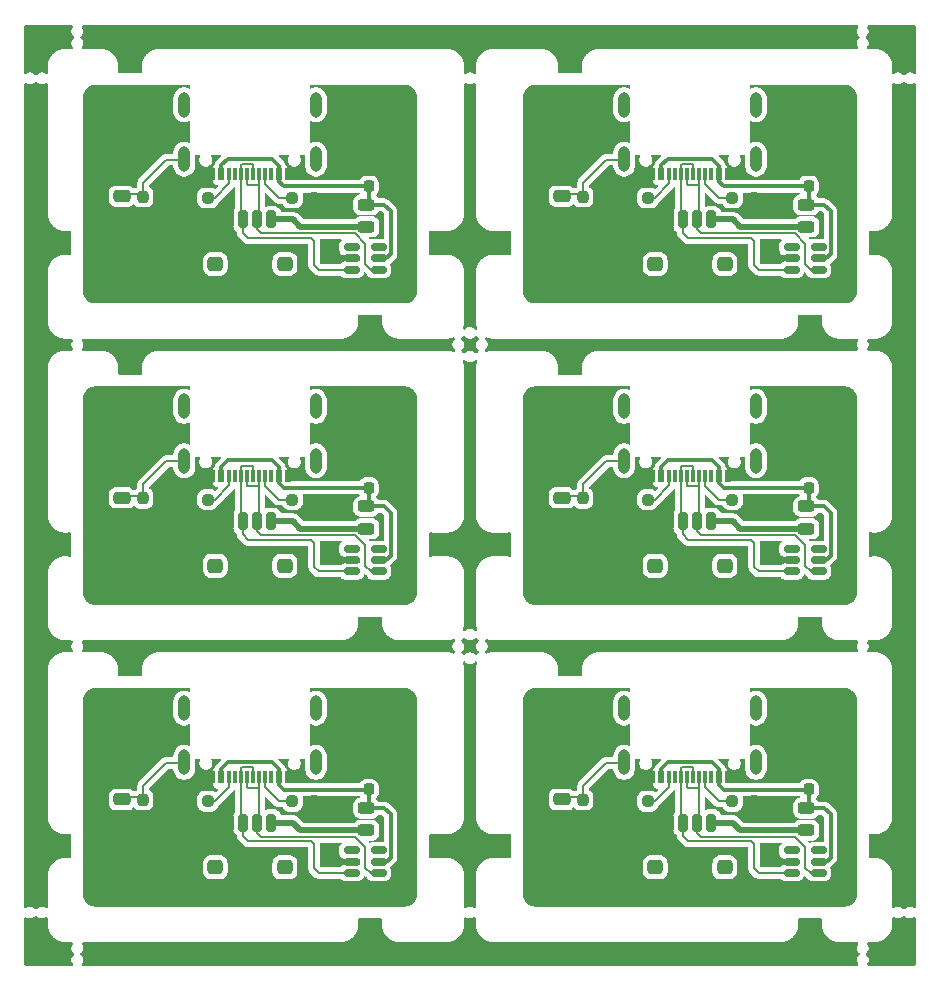
<source format=gbr>
%TF.GenerationSoftware,KiCad,Pcbnew,9.0.5*%
%TF.CreationDate,2025-11-22T18:02:38+08:00*%
%TF.ProjectId,tb2086-usb-c_panelized,74623230-3836-42d7-9573-622d635f7061,rev?*%
%TF.SameCoordinates,Original*%
%TF.FileFunction,Copper,L1,Top*%
%TF.FilePolarity,Positive*%
%FSLAX46Y46*%
G04 Gerber Fmt 4.6, Leading zero omitted, Abs format (unit mm)*
G04 Created by KiCad (PCBNEW 9.0.5) date 2025-11-22 18:02:38*
%MOMM*%
%LPD*%
G01*
G04 APERTURE LIST*
G04 Aperture macros list*
%AMRoundRect*
0 Rectangle with rounded corners*
0 $1 Rounding radius*
0 $2 $3 $4 $5 $6 $7 $8 $9 X,Y pos of 4 corners*
0 Add a 4 corners polygon primitive as box body*
4,1,4,$2,$3,$4,$5,$6,$7,$8,$9,$2,$3,0*
0 Add four circle primitives for the rounded corners*
1,1,$1+$1,$2,$3*
1,1,$1+$1,$4,$5*
1,1,$1+$1,$6,$7*
1,1,$1+$1,$8,$9*
0 Add four rect primitives between the rounded corners*
20,1,$1+$1,$2,$3,$4,$5,0*
20,1,$1+$1,$4,$5,$6,$7,0*
20,1,$1+$1,$6,$7,$8,$9,0*
20,1,$1+$1,$8,$9,$2,$3,0*%
G04 Aperture macros list end*
%TA.AperFunction,SMDPad,CuDef*%
%ADD10RoundRect,0.237500X0.237500X-0.250000X0.237500X0.250000X-0.237500X0.250000X-0.237500X-0.250000X0*%
%TD*%
%TA.AperFunction,SMDPad,CuDef*%
%ADD11RoundRect,0.150000X-0.512500X-0.150000X0.512500X-0.150000X0.512500X0.150000X-0.512500X0.150000X0*%
%TD*%
%TA.AperFunction,SMDPad,CuDef*%
%ADD12RoundRect,0.237500X-0.250000X-0.237500X0.250000X-0.237500X0.250000X0.237500X-0.250000X0.237500X0*%
%TD*%
%TA.AperFunction,ComponentPad*%
%ADD13C,0.800000*%
%TD*%
%TA.AperFunction,ComponentPad*%
%ADD14C,6.400000*%
%TD*%
%TA.AperFunction,SMDPad,CuDef*%
%ADD15RoundRect,0.225000X0.225000X0.250000X-0.225000X0.250000X-0.225000X-0.250000X0.225000X-0.250000X0*%
%TD*%
%TA.AperFunction,SMDPad,CuDef*%
%ADD16RoundRect,0.243750X0.456250X-0.243750X0.456250X0.243750X-0.456250X0.243750X-0.456250X-0.243750X0*%
%TD*%
%TA.AperFunction,SMDPad,CuDef*%
%ADD17RoundRect,0.200000X-0.200000X-0.550000X0.200000X-0.550000X0.200000X0.550000X-0.200000X0.550000X0*%
%TD*%
%TA.AperFunction,SMDPad,CuDef*%
%ADD18RoundRect,0.312500X-0.337500X-0.312500X0.337500X-0.312500X0.337500X0.312500X-0.337500X0.312500X0*%
%TD*%
%TA.AperFunction,SMDPad,CuDef*%
%ADD19R,0.558800X1.092200*%
%TD*%
%TA.AperFunction,SMDPad,CuDef*%
%ADD20R,0.304800X1.092200*%
%TD*%
%TA.AperFunction,ComponentPad*%
%ADD21O,1.016000X2.159000*%
%TD*%
%TA.AperFunction,SMDPad,CuDef*%
%ADD22RoundRect,0.250000X0.475000X-0.250000X0.475000X0.250000X-0.475000X0.250000X-0.475000X-0.250000X0*%
%TD*%
%TA.AperFunction,SMDPad,CuDef*%
%ADD23RoundRect,0.237500X0.250000X0.237500X-0.250000X0.237500X-0.250000X-0.237500X0.250000X-0.237500X0*%
%TD*%
%TA.AperFunction,ViaPad*%
%ADD24C,0.600000*%
%TD*%
%TA.AperFunction,Conductor*%
%ADD25C,0.500000*%
%TD*%
%TA.AperFunction,Conductor*%
%ADD26C,0.200000*%
%TD*%
%TA.AperFunction,Conductor*%
%ADD27C,0.300000*%
%TD*%
G04 APERTURE END LIST*
D10*
%TO.P,R1,1*%
%TO.N,Board_3-GND*%
X47825000Y-42372500D03*
%TO.P,R1,2*%
%TO.N,Board_3-Net-(USB1-Shield)*%
X47825000Y-40547500D03*
%TD*%
D11*
%TO.P,U1,1,IO1*%
%TO.N,Board_2-unconnected-(U1-IO1-Pad1)*%
X28237500Y-44830000D03*
%TO.P,U1,2,VN*%
%TO.N,Board_2-GND*%
X28237500Y-45780000D03*
%TO.P,U1,3,IO2*%
%TO.N,Board_2-DATA+*%
X28237500Y-46730000D03*
%TO.P,U1,4,IO3*%
%TO.N,Board_2-DATA-*%
X30512500Y-46730000D03*
%TO.P,U1,5,VP*%
%TO.N,Board_2-VBUS*%
X30512500Y-45780000D03*
%TO.P,U1,6,IO4*%
%TO.N,Board_2-unconnected-(U1-IO4-Pad6)*%
X30512500Y-44830000D03*
%TD*%
D12*
%TO.P,R2,1*%
%TO.N,Board_0-CC1*%
X23212500Y-15120000D03*
%TO.P,R2,2*%
%TO.N,Board_0-GND*%
X25037500Y-15120000D03*
%TD*%
D13*
%TO.P,H2,1,1*%
%TO.N,Board_4-GND*%
X27225000Y-60399900D03*
X27927944Y-58702844D03*
X27927944Y-62096956D03*
X29625000Y-57999900D03*
D14*
X29625000Y-60399900D03*
D13*
X29625000Y-62799900D03*
X31322056Y-58702844D03*
X31322056Y-62096956D03*
X32025000Y-60399900D03*
%TD*%
D15*
%TO.P,C2,1*%
%TO.N,Board_0-GND*%
X31225000Y-14120000D03*
%TO.P,C2,2*%
%TO.N,Board_0-VBUS*%
X29675000Y-14120000D03*
%TD*%
D13*
%TO.P,H2,1,1*%
%TO.N,Board_1-GND*%
X64475000Y-9319900D03*
X65177944Y-7622844D03*
X65177944Y-11016956D03*
X66875000Y-6919900D03*
D14*
X66875000Y-9319900D03*
D13*
X66875000Y-11719900D03*
X68572056Y-7622844D03*
X68572056Y-11016956D03*
X69275000Y-9319900D03*
%TD*%
D12*
%TO.P,R2,1*%
%TO.N,Board_4-CC1*%
X23212500Y-66200000D03*
%TO.P,R2,2*%
%TO.N,Board_4-GND*%
X25037500Y-66200000D03*
%TD*%
%TO.P,R2,1*%
%TO.N,Board_3-CC1*%
X60462500Y-40660000D03*
%TO.P,R2,2*%
%TO.N,Board_3-GND*%
X62287500Y-40660000D03*
%TD*%
D16*
%TO.P,F1,1*%
%TO.N,Board_0-+5V*%
X29475000Y-17577500D03*
%TO.P,F1,2*%
%TO.N,Board_0-VBUS*%
X29475000Y-15702500D03*
%TD*%
D10*
%TO.P,R1,1*%
%TO.N,Board_4-GND*%
X10575000Y-67912500D03*
%TO.P,R1,2*%
%TO.N,Board_4-Net-(USB1-Shield)*%
X10575000Y-66087500D03*
%TD*%
D16*
%TO.P,F1,1*%
%TO.N,Board_1-+5V*%
X66725000Y-17577500D03*
%TO.P,F1,2*%
%TO.N,Board_1-VBUS*%
X66725000Y-15702500D03*
%TD*%
%TO.P,F1,1*%
%TO.N,Board_2-+5V*%
X29475000Y-43117500D03*
%TO.P,F1,2*%
%TO.N,Board_2-VBUS*%
X29475000Y-41242500D03*
%TD*%
D17*
%TO.P,J1,1,Pin_1*%
%TO.N,Board_2-GND*%
X17825000Y-42484900D03*
%TO.P,J1,2,Pin_2*%
%TO.N,Board_2-DATA+*%
X19025000Y-42484900D03*
%TO.P,J1,3,Pin_3*%
%TO.N,Board_2-DATA-*%
X20225000Y-42484900D03*
%TO.P,J1,4,Pin_4*%
%TO.N,Board_2-+5V*%
X21425000Y-42484900D03*
D18*
%TO.P,J1,MP*%
%TO.N,N/C*%
X16675000Y-46259900D03*
X22575000Y-46259900D03*
%TD*%
D16*
%TO.P,F1,1*%
%TO.N,Board_5-+5V*%
X66725000Y-68657500D03*
%TO.P,F1,2*%
%TO.N,Board_5-VBUS*%
X66725000Y-66782500D03*
%TD*%
D13*
%TO.P,H2,1,1*%
%TO.N,Board_0-GND*%
X27225000Y-9319900D03*
X27927944Y-7622844D03*
X27927944Y-11016956D03*
X29625000Y-6919900D03*
D14*
X29625000Y-9319900D03*
D13*
X29625000Y-11719900D03*
X31322056Y-7622844D03*
X31322056Y-11016956D03*
X32025000Y-9319900D03*
%TD*%
D19*
%TO.P,USB1,A1B12,GND*%
%TO.N,Board_5-GND*%
X60075001Y-64189801D03*
%TO.P,USB1,A4B9,VBUS*%
%TO.N,Board_5-VBUS*%
X59325000Y-64189801D03*
D20*
%TO.P,USB1,A5,CC1*%
%TO.N,Board_5-CC1*%
X58125000Y-64189801D03*
%TO.P,USB1,A6,DP1*%
%TO.N,Board_5-DATA+*%
X57125000Y-64189801D03*
%TO.P,USB1,A7,DN1*%
%TO.N,Board_5-DATA-*%
X56625000Y-64189801D03*
%TO.P,USB1,A8,SBU1*%
%TO.N,Board_5-unconnected-(USB1-SBU1-PadA8)*%
X55625000Y-64189801D03*
D19*
%TO.P,USB1,B1A12,GND*%
%TO.N,Board_5-GND*%
X53674999Y-64189801D03*
%TO.P,USB1,B4A9,VBUS*%
%TO.N,Board_5-VBUS*%
X54425000Y-64189801D03*
D20*
%TO.P,USB1,B5,CC2*%
%TO.N,Board_5-CC2*%
X55125001Y-64189801D03*
%TO.P,USB1,B6,DP2*%
%TO.N,Board_5-DATA+*%
X56124999Y-64189801D03*
%TO.P,USB1,B7,DN2*%
%TO.N,Board_5-DATA-*%
X57625001Y-64189801D03*
%TO.P,USB1,B8,SBU2*%
%TO.N,Board_5-unconnected-(USB1-SBU2-PadB8)*%
X58624999Y-64189801D03*
D21*
%TO.P,USB1,S1,Shield*%
%TO.N,Board_5-Net-(USB1-Shield)*%
X62450000Y-62909800D03*
X62450000Y-58309800D03*
X51300000Y-62909800D03*
X51300000Y-58309800D03*
%TD*%
D22*
%TO.P,C1,1*%
%TO.N,Board_0-GND*%
X8775000Y-16870000D03*
%TO.P,C1,2*%
%TO.N,Board_0-Net-(USB1-Shield)*%
X8775000Y-14970000D03*
%TD*%
D15*
%TO.P,C2,1*%
%TO.N,Board_5-GND*%
X68475000Y-65200000D03*
%TO.P,C2,2*%
%TO.N,Board_5-VBUS*%
X66925000Y-65200000D03*
%TD*%
%TO.P,C2,1*%
%TO.N,Board_1-GND*%
X68475000Y-14120000D03*
%TO.P,C2,2*%
%TO.N,Board_1-VBUS*%
X66925000Y-14120000D03*
%TD*%
D22*
%TO.P,C1,1*%
%TO.N,Board_1-GND*%
X46025000Y-16870000D03*
%TO.P,C1,2*%
%TO.N,Board_1-Net-(USB1-Shield)*%
X46025000Y-14970000D03*
%TD*%
D19*
%TO.P,USB1,A1B12,GND*%
%TO.N,Board_0-GND*%
X22825001Y-13109801D03*
%TO.P,USB1,A4B9,VBUS*%
%TO.N,Board_0-VBUS*%
X22075000Y-13109801D03*
D20*
%TO.P,USB1,A5,CC1*%
%TO.N,Board_0-CC1*%
X20875000Y-13109801D03*
%TO.P,USB1,A6,DP1*%
%TO.N,Board_0-DATA+*%
X19875000Y-13109801D03*
%TO.P,USB1,A7,DN1*%
%TO.N,Board_0-DATA-*%
X19375000Y-13109801D03*
%TO.P,USB1,A8,SBU1*%
%TO.N,Board_0-unconnected-(USB1-SBU1-PadA8)*%
X18375000Y-13109801D03*
D19*
%TO.P,USB1,B1A12,GND*%
%TO.N,Board_0-GND*%
X16424999Y-13109801D03*
%TO.P,USB1,B4A9,VBUS*%
%TO.N,Board_0-VBUS*%
X17175000Y-13109801D03*
D20*
%TO.P,USB1,B5,CC2*%
%TO.N,Board_0-CC2*%
X17875001Y-13109801D03*
%TO.P,USB1,B6,DP2*%
%TO.N,Board_0-DATA+*%
X18874999Y-13109801D03*
%TO.P,USB1,B7,DN2*%
%TO.N,Board_0-DATA-*%
X20375001Y-13109801D03*
%TO.P,USB1,B8,SBU2*%
%TO.N,Board_0-unconnected-(USB1-SBU2-PadB8)*%
X21374999Y-13109801D03*
D21*
%TO.P,USB1,S1,Shield*%
%TO.N,Board_0-Net-(USB1-Shield)*%
X25200000Y-11829800D03*
X25200000Y-7229800D03*
X14050000Y-11829800D03*
X14050000Y-7229800D03*
%TD*%
D10*
%TO.P,R1,1*%
%TO.N,Board_2-GND*%
X10575000Y-42372500D03*
%TO.P,R1,2*%
%TO.N,Board_2-Net-(USB1-Shield)*%
X10575000Y-40547500D03*
%TD*%
D13*
%TO.P,H2,1,1*%
%TO.N,Board_5-GND*%
X64475000Y-60399900D03*
X65177944Y-58702844D03*
X65177944Y-62096956D03*
X66875000Y-57999900D03*
D14*
X66875000Y-60399900D03*
D13*
X66875000Y-62799900D03*
X68572056Y-58702844D03*
X68572056Y-62096956D03*
X69275000Y-60399900D03*
%TD*%
D10*
%TO.P,R1,1*%
%TO.N,Board_0-GND*%
X10575000Y-16832500D03*
%TO.P,R1,2*%
%TO.N,Board_0-Net-(USB1-Shield)*%
X10575000Y-15007500D03*
%TD*%
D11*
%TO.P,U1,1,IO1*%
%TO.N,Board_3-unconnected-(U1-IO1-Pad1)*%
X65487500Y-44830000D03*
%TO.P,U1,2,VN*%
%TO.N,Board_3-GND*%
X65487500Y-45780000D03*
%TO.P,U1,3,IO2*%
%TO.N,Board_3-DATA+*%
X65487500Y-46730000D03*
%TO.P,U1,4,IO3*%
%TO.N,Board_3-DATA-*%
X67762500Y-46730000D03*
%TO.P,U1,5,VP*%
%TO.N,Board_3-VBUS*%
X67762500Y-45780000D03*
%TO.P,U1,6,IO4*%
%TO.N,Board_3-unconnected-(U1-IO4-Pad6)*%
X67762500Y-44830000D03*
%TD*%
D23*
%TO.P,R3,1*%
%TO.N,Board_3-CC2*%
X53287500Y-40660000D03*
%TO.P,R3,2*%
%TO.N,Board_3-GND*%
X51462500Y-40660000D03*
%TD*%
D17*
%TO.P,J1,1,Pin_1*%
%TO.N,Board_3-GND*%
X55075000Y-42484900D03*
%TO.P,J1,2,Pin_2*%
%TO.N,Board_3-DATA+*%
X56275000Y-42484900D03*
%TO.P,J1,3,Pin_3*%
%TO.N,Board_3-DATA-*%
X57475000Y-42484900D03*
%TO.P,J1,4,Pin_4*%
%TO.N,Board_3-+5V*%
X58675000Y-42484900D03*
D18*
%TO.P,J1,MP*%
%TO.N,N/C*%
X53925000Y-46259900D03*
X59825000Y-46259900D03*
%TD*%
D23*
%TO.P,R3,1*%
%TO.N,Board_1-CC2*%
X53287500Y-15120000D03*
%TO.P,R3,2*%
%TO.N,Board_1-GND*%
X51462500Y-15120000D03*
%TD*%
D13*
%TO.P,H1,1,1*%
%TO.N,Board_0-GND*%
X7225000Y-9319900D03*
X7927944Y-7622844D03*
X7927944Y-11016956D03*
X9625000Y-6919900D03*
D14*
X9625000Y-9319900D03*
D13*
X9625000Y-11719900D03*
X11322056Y-7622844D03*
X11322056Y-11016956D03*
X12025000Y-9319900D03*
%TD*%
D11*
%TO.P,U1,1,IO1*%
%TO.N,Board_1-unconnected-(U1-IO1-Pad1)*%
X65487500Y-19290000D03*
%TO.P,U1,2,VN*%
%TO.N,Board_1-GND*%
X65487500Y-20240000D03*
%TO.P,U1,3,IO2*%
%TO.N,Board_1-DATA+*%
X65487500Y-21190000D03*
%TO.P,U1,4,IO3*%
%TO.N,Board_1-DATA-*%
X67762500Y-21190000D03*
%TO.P,U1,5,VP*%
%TO.N,Board_1-VBUS*%
X67762500Y-20240000D03*
%TO.P,U1,6,IO4*%
%TO.N,Board_1-unconnected-(U1-IO4-Pad6)*%
X67762500Y-19290000D03*
%TD*%
D13*
%TO.P,H1,1,1*%
%TO.N,Board_3-GND*%
X44475000Y-34859900D03*
X45177944Y-33162844D03*
X45177944Y-36556956D03*
X46875000Y-32459900D03*
D14*
X46875000Y-34859900D03*
D13*
X46875000Y-37259900D03*
X48572056Y-33162844D03*
X48572056Y-36556956D03*
X49275000Y-34859900D03*
%TD*%
D11*
%TO.P,U1,1,IO1*%
%TO.N,Board_4-unconnected-(U1-IO1-Pad1)*%
X28237500Y-70370000D03*
%TO.P,U1,2,VN*%
%TO.N,Board_4-GND*%
X28237500Y-71320000D03*
%TO.P,U1,3,IO2*%
%TO.N,Board_4-DATA+*%
X28237500Y-72270000D03*
%TO.P,U1,4,IO3*%
%TO.N,Board_4-DATA-*%
X30512500Y-72270000D03*
%TO.P,U1,5,VP*%
%TO.N,Board_4-VBUS*%
X30512500Y-71320000D03*
%TO.P,U1,6,IO4*%
%TO.N,Board_4-unconnected-(U1-IO4-Pad6)*%
X30512500Y-70370000D03*
%TD*%
D10*
%TO.P,R1,1*%
%TO.N,Board_1-GND*%
X47825000Y-16832500D03*
%TO.P,R1,2*%
%TO.N,Board_1-Net-(USB1-Shield)*%
X47825000Y-15007500D03*
%TD*%
D12*
%TO.P,R2,1*%
%TO.N,Board_5-CC1*%
X60462500Y-66200000D03*
%TO.P,R2,2*%
%TO.N,Board_5-GND*%
X62287500Y-66200000D03*
%TD*%
D17*
%TO.P,J1,1,Pin_1*%
%TO.N,Board_4-GND*%
X17825000Y-68024900D03*
%TO.P,J1,2,Pin_2*%
%TO.N,Board_4-DATA+*%
X19025000Y-68024900D03*
%TO.P,J1,3,Pin_3*%
%TO.N,Board_4-DATA-*%
X20225000Y-68024900D03*
%TO.P,J1,4,Pin_4*%
%TO.N,Board_4-+5V*%
X21425000Y-68024900D03*
D18*
%TO.P,J1,MP*%
%TO.N,N/C*%
X16675000Y-71799900D03*
X22575000Y-71799900D03*
%TD*%
D17*
%TO.P,J1,1,Pin_1*%
%TO.N,Board_0-GND*%
X17825000Y-16944900D03*
%TO.P,J1,2,Pin_2*%
%TO.N,Board_0-DATA+*%
X19025000Y-16944900D03*
%TO.P,J1,3,Pin_3*%
%TO.N,Board_0-DATA-*%
X20225000Y-16944900D03*
%TO.P,J1,4,Pin_4*%
%TO.N,Board_0-+5V*%
X21425000Y-16944900D03*
D18*
%TO.P,J1,MP*%
%TO.N,N/C*%
X16675000Y-20719900D03*
X22575000Y-20719900D03*
%TD*%
D17*
%TO.P,J1,1,Pin_1*%
%TO.N,Board_5-GND*%
X55075000Y-68024900D03*
%TO.P,J1,2,Pin_2*%
%TO.N,Board_5-DATA+*%
X56275000Y-68024900D03*
%TO.P,J1,3,Pin_3*%
%TO.N,Board_5-DATA-*%
X57475000Y-68024900D03*
%TO.P,J1,4,Pin_4*%
%TO.N,Board_5-+5V*%
X58675000Y-68024900D03*
D18*
%TO.P,J1,MP*%
%TO.N,N/C*%
X53925000Y-71799900D03*
X59825000Y-71799900D03*
%TD*%
D12*
%TO.P,R2,1*%
%TO.N,Board_1-CC1*%
X60462500Y-15120000D03*
%TO.P,R2,2*%
%TO.N,Board_1-GND*%
X62287500Y-15120000D03*
%TD*%
D23*
%TO.P,R3,1*%
%TO.N,Board_2-CC2*%
X16037500Y-40660000D03*
%TO.P,R3,2*%
%TO.N,Board_2-GND*%
X14212500Y-40660000D03*
%TD*%
D22*
%TO.P,C1,1*%
%TO.N,Board_2-GND*%
X8775000Y-42410000D03*
%TO.P,C1,2*%
%TO.N,Board_2-Net-(USB1-Shield)*%
X8775000Y-40510000D03*
%TD*%
D19*
%TO.P,USB1,A1B12,GND*%
%TO.N,Board_3-GND*%
X60075001Y-38649801D03*
%TO.P,USB1,A4B9,VBUS*%
%TO.N,Board_3-VBUS*%
X59325000Y-38649801D03*
D20*
%TO.P,USB1,A5,CC1*%
%TO.N,Board_3-CC1*%
X58125000Y-38649801D03*
%TO.P,USB1,A6,DP1*%
%TO.N,Board_3-DATA+*%
X57125000Y-38649801D03*
%TO.P,USB1,A7,DN1*%
%TO.N,Board_3-DATA-*%
X56625000Y-38649801D03*
%TO.P,USB1,A8,SBU1*%
%TO.N,Board_3-unconnected-(USB1-SBU1-PadA8)*%
X55625000Y-38649801D03*
D19*
%TO.P,USB1,B1A12,GND*%
%TO.N,Board_3-GND*%
X53674999Y-38649801D03*
%TO.P,USB1,B4A9,VBUS*%
%TO.N,Board_3-VBUS*%
X54425000Y-38649801D03*
D20*
%TO.P,USB1,B5,CC2*%
%TO.N,Board_3-CC2*%
X55125001Y-38649801D03*
%TO.P,USB1,B6,DP2*%
%TO.N,Board_3-DATA+*%
X56124999Y-38649801D03*
%TO.P,USB1,B7,DN2*%
%TO.N,Board_3-DATA-*%
X57625001Y-38649801D03*
%TO.P,USB1,B8,SBU2*%
%TO.N,Board_3-unconnected-(USB1-SBU2-PadB8)*%
X58624999Y-38649801D03*
D21*
%TO.P,USB1,S1,Shield*%
%TO.N,Board_3-Net-(USB1-Shield)*%
X62450000Y-37369800D03*
X62450000Y-32769800D03*
X51300000Y-37369800D03*
X51300000Y-32769800D03*
%TD*%
D15*
%TO.P,C2,1*%
%TO.N,Board_4-GND*%
X31225000Y-65200000D03*
%TO.P,C2,2*%
%TO.N,Board_4-VBUS*%
X29675000Y-65200000D03*
%TD*%
D23*
%TO.P,R3,1*%
%TO.N,Board_5-CC2*%
X53287500Y-66200000D03*
%TO.P,R3,2*%
%TO.N,Board_5-GND*%
X51462500Y-66200000D03*
%TD*%
D11*
%TO.P,U1,1,IO1*%
%TO.N,Board_0-unconnected-(U1-IO1-Pad1)*%
X28237500Y-19290000D03*
%TO.P,U1,2,VN*%
%TO.N,Board_0-GND*%
X28237500Y-20240000D03*
%TO.P,U1,3,IO2*%
%TO.N,Board_0-DATA+*%
X28237500Y-21190000D03*
%TO.P,U1,4,IO3*%
%TO.N,Board_0-DATA-*%
X30512500Y-21190000D03*
%TO.P,U1,5,VP*%
%TO.N,Board_0-VBUS*%
X30512500Y-20240000D03*
%TO.P,U1,6,IO4*%
%TO.N,Board_0-unconnected-(U1-IO4-Pad6)*%
X30512500Y-19290000D03*
%TD*%
D10*
%TO.P,R1,1*%
%TO.N,Board_5-GND*%
X47825000Y-67912500D03*
%TO.P,R1,2*%
%TO.N,Board_5-Net-(USB1-Shield)*%
X47825000Y-66087500D03*
%TD*%
D13*
%TO.P,H1,1,1*%
%TO.N,Board_2-GND*%
X7225000Y-34859900D03*
X7927944Y-33162844D03*
X7927944Y-36556956D03*
X9625000Y-32459900D03*
D14*
X9625000Y-34859900D03*
D13*
X9625000Y-37259900D03*
X11322056Y-33162844D03*
X11322056Y-36556956D03*
X12025000Y-34859900D03*
%TD*%
D22*
%TO.P,C1,1*%
%TO.N,Board_3-GND*%
X46025000Y-42410000D03*
%TO.P,C1,2*%
%TO.N,Board_3-Net-(USB1-Shield)*%
X46025000Y-40510000D03*
%TD*%
%TO.P,C1,1*%
%TO.N,Board_4-GND*%
X8775000Y-67950000D03*
%TO.P,C1,2*%
%TO.N,Board_4-Net-(USB1-Shield)*%
X8775000Y-66050000D03*
%TD*%
D17*
%TO.P,J1,1,Pin_1*%
%TO.N,Board_1-GND*%
X55075000Y-16944900D03*
%TO.P,J1,2,Pin_2*%
%TO.N,Board_1-DATA+*%
X56275000Y-16944900D03*
%TO.P,J1,3,Pin_3*%
%TO.N,Board_1-DATA-*%
X57475000Y-16944900D03*
%TO.P,J1,4,Pin_4*%
%TO.N,Board_1-+5V*%
X58675000Y-16944900D03*
D18*
%TO.P,J1,MP*%
%TO.N,N/C*%
X53925000Y-20719900D03*
X59825000Y-20719900D03*
%TD*%
D23*
%TO.P,R3,1*%
%TO.N,Board_4-CC2*%
X16037500Y-66200000D03*
%TO.P,R3,2*%
%TO.N,Board_4-GND*%
X14212500Y-66200000D03*
%TD*%
D19*
%TO.P,USB1,A1B12,GND*%
%TO.N,Board_4-GND*%
X22825001Y-64189801D03*
%TO.P,USB1,A4B9,VBUS*%
%TO.N,Board_4-VBUS*%
X22075000Y-64189801D03*
D20*
%TO.P,USB1,A5,CC1*%
%TO.N,Board_4-CC1*%
X20875000Y-64189801D03*
%TO.P,USB1,A6,DP1*%
%TO.N,Board_4-DATA+*%
X19875000Y-64189801D03*
%TO.P,USB1,A7,DN1*%
%TO.N,Board_4-DATA-*%
X19375000Y-64189801D03*
%TO.P,USB1,A8,SBU1*%
%TO.N,Board_4-unconnected-(USB1-SBU1-PadA8)*%
X18375000Y-64189801D03*
D19*
%TO.P,USB1,B1A12,GND*%
%TO.N,Board_4-GND*%
X16424999Y-64189801D03*
%TO.P,USB1,B4A9,VBUS*%
%TO.N,Board_4-VBUS*%
X17175000Y-64189801D03*
D20*
%TO.P,USB1,B5,CC2*%
%TO.N,Board_4-CC2*%
X17875001Y-64189801D03*
%TO.P,USB1,B6,DP2*%
%TO.N,Board_4-DATA+*%
X18874999Y-64189801D03*
%TO.P,USB1,B7,DN2*%
%TO.N,Board_4-DATA-*%
X20375001Y-64189801D03*
%TO.P,USB1,B8,SBU2*%
%TO.N,Board_4-unconnected-(USB1-SBU2-PadB8)*%
X21374999Y-64189801D03*
D21*
%TO.P,USB1,S1,Shield*%
%TO.N,Board_4-Net-(USB1-Shield)*%
X25200000Y-62909800D03*
X25200000Y-58309800D03*
X14050000Y-62909800D03*
X14050000Y-58309800D03*
%TD*%
D13*
%TO.P,H2,1,1*%
%TO.N,Board_2-GND*%
X27225000Y-34859900D03*
X27927944Y-33162844D03*
X27927944Y-36556956D03*
X29625000Y-32459900D03*
D14*
X29625000Y-34859900D03*
D13*
X29625000Y-37259900D03*
X31322056Y-33162844D03*
X31322056Y-36556956D03*
X32025000Y-34859900D03*
%TD*%
D12*
%TO.P,R2,1*%
%TO.N,Board_2-CC1*%
X23212500Y-40660000D03*
%TO.P,R2,2*%
%TO.N,Board_2-GND*%
X25037500Y-40660000D03*
%TD*%
D22*
%TO.P,C1,1*%
%TO.N,Board_5-GND*%
X46025000Y-67950000D03*
%TO.P,C1,2*%
%TO.N,Board_5-Net-(USB1-Shield)*%
X46025000Y-66050000D03*
%TD*%
D23*
%TO.P,R3,1*%
%TO.N,Board_0-CC2*%
X16037500Y-15120000D03*
%TO.P,R3,2*%
%TO.N,Board_0-GND*%
X14212500Y-15120000D03*
%TD*%
D19*
%TO.P,USB1,A1B12,GND*%
%TO.N,Board_2-GND*%
X22825001Y-38649801D03*
%TO.P,USB1,A4B9,VBUS*%
%TO.N,Board_2-VBUS*%
X22075000Y-38649801D03*
D20*
%TO.P,USB1,A5,CC1*%
%TO.N,Board_2-CC1*%
X20875000Y-38649801D03*
%TO.P,USB1,A6,DP1*%
%TO.N,Board_2-DATA+*%
X19875000Y-38649801D03*
%TO.P,USB1,A7,DN1*%
%TO.N,Board_2-DATA-*%
X19375000Y-38649801D03*
%TO.P,USB1,A8,SBU1*%
%TO.N,Board_2-unconnected-(USB1-SBU1-PadA8)*%
X18375000Y-38649801D03*
D19*
%TO.P,USB1,B1A12,GND*%
%TO.N,Board_2-GND*%
X16424999Y-38649801D03*
%TO.P,USB1,B4A9,VBUS*%
%TO.N,Board_2-VBUS*%
X17175000Y-38649801D03*
D20*
%TO.P,USB1,B5,CC2*%
%TO.N,Board_2-CC2*%
X17875001Y-38649801D03*
%TO.P,USB1,B6,DP2*%
%TO.N,Board_2-DATA+*%
X18874999Y-38649801D03*
%TO.P,USB1,B7,DN2*%
%TO.N,Board_2-DATA-*%
X20375001Y-38649801D03*
%TO.P,USB1,B8,SBU2*%
%TO.N,Board_2-unconnected-(USB1-SBU2-PadB8)*%
X21374999Y-38649801D03*
D21*
%TO.P,USB1,S1,Shield*%
%TO.N,Board_2-Net-(USB1-Shield)*%
X25200000Y-37369800D03*
X25200000Y-32769800D03*
X14050000Y-37369800D03*
X14050000Y-32769800D03*
%TD*%
D13*
%TO.P,H1,1,1*%
%TO.N,Board_5-GND*%
X44475000Y-60399900D03*
X45177944Y-58702844D03*
X45177944Y-62096956D03*
X46875000Y-57999900D03*
D14*
X46875000Y-60399900D03*
D13*
X46875000Y-62799900D03*
X48572056Y-58702844D03*
X48572056Y-62096956D03*
X49275000Y-60399900D03*
%TD*%
%TO.P,H1,1,1*%
%TO.N,Board_4-GND*%
X7225000Y-60399900D03*
X7927944Y-58702844D03*
X7927944Y-62096956D03*
X9625000Y-57999900D03*
D14*
X9625000Y-60399900D03*
D13*
X9625000Y-62799900D03*
X11322056Y-58702844D03*
X11322056Y-62096956D03*
X12025000Y-60399900D03*
%TD*%
D15*
%TO.P,C2,1*%
%TO.N,Board_3-GND*%
X68475000Y-39660000D03*
%TO.P,C2,2*%
%TO.N,Board_3-VBUS*%
X66925000Y-39660000D03*
%TD*%
D11*
%TO.P,U1,1,IO1*%
%TO.N,Board_5-unconnected-(U1-IO1-Pad1)*%
X65487500Y-70370000D03*
%TO.P,U1,2,VN*%
%TO.N,Board_5-GND*%
X65487500Y-71320000D03*
%TO.P,U1,3,IO2*%
%TO.N,Board_5-DATA+*%
X65487500Y-72270000D03*
%TO.P,U1,4,IO3*%
%TO.N,Board_5-DATA-*%
X67762500Y-72270000D03*
%TO.P,U1,5,VP*%
%TO.N,Board_5-VBUS*%
X67762500Y-71320000D03*
%TO.P,U1,6,IO4*%
%TO.N,Board_5-unconnected-(U1-IO4-Pad6)*%
X67762500Y-70370000D03*
%TD*%
D19*
%TO.P,USB1,A1B12,GND*%
%TO.N,Board_1-GND*%
X60075001Y-13109801D03*
%TO.P,USB1,A4B9,VBUS*%
%TO.N,Board_1-VBUS*%
X59325000Y-13109801D03*
D20*
%TO.P,USB1,A5,CC1*%
%TO.N,Board_1-CC1*%
X58125000Y-13109801D03*
%TO.P,USB1,A6,DP1*%
%TO.N,Board_1-DATA+*%
X57125000Y-13109801D03*
%TO.P,USB1,A7,DN1*%
%TO.N,Board_1-DATA-*%
X56625000Y-13109801D03*
%TO.P,USB1,A8,SBU1*%
%TO.N,Board_1-unconnected-(USB1-SBU1-PadA8)*%
X55625000Y-13109801D03*
D19*
%TO.P,USB1,B1A12,GND*%
%TO.N,Board_1-GND*%
X53674999Y-13109801D03*
%TO.P,USB1,B4A9,VBUS*%
%TO.N,Board_1-VBUS*%
X54425000Y-13109801D03*
D20*
%TO.P,USB1,B5,CC2*%
%TO.N,Board_1-CC2*%
X55125001Y-13109801D03*
%TO.P,USB1,B6,DP2*%
%TO.N,Board_1-DATA+*%
X56124999Y-13109801D03*
%TO.P,USB1,B7,DN2*%
%TO.N,Board_1-DATA-*%
X57625001Y-13109801D03*
%TO.P,USB1,B8,SBU2*%
%TO.N,Board_1-unconnected-(USB1-SBU2-PadB8)*%
X58624999Y-13109801D03*
D21*
%TO.P,USB1,S1,Shield*%
%TO.N,Board_1-Net-(USB1-Shield)*%
X62450000Y-11829800D03*
X62450000Y-7229800D03*
X51300000Y-11829800D03*
X51300000Y-7229800D03*
%TD*%
D13*
%TO.P,H1,1,1*%
%TO.N,Board_1-GND*%
X44475000Y-9319900D03*
X45177944Y-7622844D03*
X45177944Y-11016956D03*
X46875000Y-6919900D03*
D14*
X46875000Y-9319900D03*
D13*
X46875000Y-11719900D03*
X48572056Y-7622844D03*
X48572056Y-11016956D03*
X49275000Y-9319900D03*
%TD*%
D15*
%TO.P,C2,1*%
%TO.N,Board_2-GND*%
X31225000Y-39660000D03*
%TO.P,C2,2*%
%TO.N,Board_2-VBUS*%
X29675000Y-39660000D03*
%TD*%
D16*
%TO.P,F1,1*%
%TO.N,Board_4-+5V*%
X29475000Y-68657500D03*
%TO.P,F1,2*%
%TO.N,Board_4-VBUS*%
X29475000Y-66782500D03*
%TD*%
%TO.P,F1,1*%
%TO.N,Board_3-+5V*%
X66725000Y-43117500D03*
%TO.P,F1,2*%
%TO.N,Board_3-VBUS*%
X66725000Y-41242500D03*
%TD*%
D13*
%TO.P,H2,1,1*%
%TO.N,Board_3-GND*%
X64475000Y-34859900D03*
X65177944Y-33162844D03*
X65177944Y-36556956D03*
X66875000Y-32459900D03*
D14*
X66875000Y-34859900D03*
D13*
X66875000Y-37259900D03*
X68572056Y-33162844D03*
X68572056Y-36556956D03*
X69275000Y-34859900D03*
%TD*%
D24*
%TO.N,Board_0-GND*%
X27275000Y-16540000D03*
X25895000Y-19490000D03*
%TO.N,Board_1-GND*%
X63145000Y-19490000D03*
X64525000Y-16540000D03*
%TO.N,Board_2-GND*%
X27275000Y-42080000D03*
X25895000Y-45030000D03*
%TO.N,Board_3-GND*%
X64525000Y-42080000D03*
X63145000Y-45030000D03*
%TO.N,Board_4-GND*%
X27275000Y-67620000D03*
X25895000Y-70570000D03*
%TO.N,Board_5-GND*%
X63145000Y-70570000D03*
X64525000Y-67620000D03*
%TD*%
D25*
%TO.N,Board_0-+5V*%
X21425000Y-16944900D02*
X23250000Y-16944900D01*
X23882600Y-17577500D02*
X29475000Y-17577500D01*
X23250000Y-16944900D02*
X23882600Y-17577500D01*
D26*
%TO.N,Board_0-CC1*%
X20875000Y-13930302D02*
X22064698Y-15120000D01*
X22064698Y-15120000D02*
X23212500Y-15120000D01*
X20875000Y-13149801D02*
X20875000Y-13930302D01*
%TO.N,Board_0-CC2*%
X17875001Y-13149801D02*
X17875001Y-13895901D01*
X17875001Y-13895901D02*
X16650902Y-15120000D01*
X16650902Y-15120000D02*
X16037500Y-15120000D01*
%TO.N,Board_0-DATA+*%
X18874999Y-12309302D02*
X18921600Y-12262701D01*
X18874999Y-16794899D02*
X18874999Y-13149801D01*
X18874999Y-13109801D02*
X18874999Y-12309302D01*
X18921600Y-12262701D02*
X19828400Y-12262701D01*
X19875000Y-12309301D02*
X19875000Y-13109801D01*
X19025000Y-16719900D02*
X19025000Y-18069900D01*
X25045000Y-18780000D02*
X25045000Y-20800000D01*
X19828400Y-12262701D02*
X19875000Y-12309301D01*
X19482600Y-18527500D02*
X24792500Y-18527500D01*
X19025000Y-18069900D02*
X19482600Y-18527500D01*
X25045000Y-20800000D02*
X25435000Y-21190000D01*
X25435000Y-21190000D02*
X28237500Y-21190000D01*
X24792500Y-18527500D02*
X25045000Y-18780000D01*
%TO.N,Board_0-DATA-*%
X29850001Y-21190000D02*
X30512500Y-21190000D01*
X20225000Y-17790000D02*
X20562500Y-18127500D01*
X29395000Y-18980000D02*
X29395000Y-20734999D01*
X19375000Y-13149801D02*
X19375000Y-13950301D01*
X29395000Y-20734999D02*
X29850001Y-21190000D01*
X20375001Y-13950300D02*
X20375001Y-13149801D01*
X19375000Y-13950301D02*
X19421600Y-13996901D01*
X20225000Y-16944900D02*
X20225000Y-17790000D01*
X20328400Y-13996901D02*
X20375001Y-13950300D01*
X19421600Y-13996901D02*
X20328400Y-13996901D01*
X20562500Y-18127500D02*
X28542500Y-18127500D01*
X28542500Y-18127500D02*
X29395000Y-18980000D01*
X20375001Y-13149801D02*
X20375001Y-16794899D01*
%TO.N,Board_0-Net-(USB1-Shield)*%
X8775000Y-14790000D02*
X10537500Y-14790000D01*
X10575000Y-13840000D02*
X10575000Y-14827500D01*
X12545200Y-11869800D02*
X10575000Y-13840000D01*
X14050000Y-11869800D02*
X12545200Y-11869800D01*
D27*
%TO.N,Board_0-VBUS*%
X17175000Y-12363701D02*
X17738701Y-11800000D01*
X22075000Y-13149801D02*
X22075000Y-13740000D01*
X21475000Y-11800000D02*
X22075000Y-12400000D01*
X17738701Y-11800000D02*
X21475000Y-11800000D01*
X29675000Y-14120000D02*
X29675000Y-15502500D01*
X31526000Y-19888999D02*
X31174999Y-20240000D01*
X30997500Y-15702500D02*
X31526000Y-16231000D01*
X31174999Y-20240000D02*
X30512500Y-20240000D01*
X22075000Y-12400000D02*
X22075000Y-13109801D01*
X29475000Y-15702500D02*
X30997500Y-15702500D01*
X22075000Y-13740000D02*
X22475000Y-14140000D01*
X22475000Y-14140000D02*
X29475000Y-14140000D01*
X17175000Y-13109801D02*
X17175000Y-12363701D01*
X31526000Y-16231000D02*
X31526000Y-19888999D01*
D25*
%TO.N,Board_1-+5V*%
X58675000Y-16944900D02*
X60500000Y-16944900D01*
X61132600Y-17577500D02*
X66725000Y-17577500D01*
X60500000Y-16944900D02*
X61132600Y-17577500D01*
D26*
%TO.N,Board_1-CC1*%
X59314698Y-15120000D02*
X60462500Y-15120000D01*
X58125000Y-13930302D02*
X59314698Y-15120000D01*
X58125000Y-13149801D02*
X58125000Y-13930302D01*
%TO.N,Board_1-CC2*%
X55125001Y-13149801D02*
X55125001Y-13895901D01*
X53900902Y-15120000D02*
X53287500Y-15120000D01*
X55125001Y-13895901D02*
X53900902Y-15120000D01*
%TO.N,Board_1-DATA+*%
X62295000Y-20800000D02*
X62685000Y-21190000D01*
X56124999Y-16794899D02*
X56124999Y-13149801D01*
X62685000Y-21190000D02*
X65487500Y-21190000D01*
X56275000Y-16719900D02*
X56275000Y-18069900D01*
X57125000Y-12309301D02*
X57125000Y-13109801D01*
X62042500Y-18527500D02*
X62295000Y-18780000D01*
X56124999Y-12309302D02*
X56171600Y-12262701D01*
X56275000Y-18069900D02*
X56732600Y-18527500D01*
X56732600Y-18527500D02*
X62042500Y-18527500D01*
X56124999Y-13109801D02*
X56124999Y-12309302D01*
X56171600Y-12262701D02*
X57078400Y-12262701D01*
X57078400Y-12262701D02*
X57125000Y-12309301D01*
X62295000Y-18780000D02*
X62295000Y-20800000D01*
%TO.N,Board_1-DATA-*%
X56625000Y-13950301D02*
X56671600Y-13996901D01*
X57475000Y-17790000D02*
X57812500Y-18127500D01*
X66645000Y-20734999D02*
X67100001Y-21190000D01*
X56625000Y-13149801D02*
X56625000Y-13950301D01*
X57625001Y-13149801D02*
X57625001Y-16794899D01*
X66645000Y-18980000D02*
X66645000Y-20734999D01*
X57625001Y-13950300D02*
X57625001Y-13149801D01*
X65792500Y-18127500D02*
X66645000Y-18980000D01*
X57812500Y-18127500D02*
X65792500Y-18127500D01*
X57578400Y-13996901D02*
X57625001Y-13950300D01*
X56671600Y-13996901D02*
X57578400Y-13996901D01*
X67100001Y-21190000D02*
X67762500Y-21190000D01*
X57475000Y-16944900D02*
X57475000Y-17790000D01*
%TO.N,Board_1-Net-(USB1-Shield)*%
X46025000Y-14790000D02*
X47787500Y-14790000D01*
X49795200Y-11869800D02*
X47825000Y-13840000D01*
X51300000Y-11869800D02*
X49795200Y-11869800D01*
X47825000Y-13840000D02*
X47825000Y-14827500D01*
D27*
%TO.N,Board_1-VBUS*%
X68776000Y-19888999D02*
X68424999Y-20240000D01*
X68776000Y-16231000D02*
X68776000Y-19888999D01*
X68424999Y-20240000D02*
X67762500Y-20240000D01*
X54425000Y-13109801D02*
X54425000Y-12363701D01*
X54425000Y-12363701D02*
X54988701Y-11800000D01*
X59725000Y-14140000D02*
X66725000Y-14140000D01*
X59325000Y-13740000D02*
X59725000Y-14140000D01*
X66725000Y-15702500D02*
X68247500Y-15702500D01*
X54988701Y-11800000D02*
X58725000Y-11800000D01*
X59325000Y-12400000D02*
X59325000Y-13109801D01*
X68247500Y-15702500D02*
X68776000Y-16231000D01*
X66925000Y-14120000D02*
X66925000Y-15502500D01*
X59325000Y-13149801D02*
X59325000Y-13740000D01*
X58725000Y-11800000D02*
X59325000Y-12400000D01*
D25*
%TO.N,Board_2-+5V*%
X21425000Y-42484900D02*
X23250000Y-42484900D01*
X23250000Y-42484900D02*
X23882600Y-43117500D01*
X23882600Y-43117500D02*
X29475000Y-43117500D01*
D26*
%TO.N,Board_2-CC1*%
X20875000Y-39470302D02*
X22064698Y-40660000D01*
X20875000Y-38689801D02*
X20875000Y-39470302D01*
X22064698Y-40660000D02*
X23212500Y-40660000D01*
%TO.N,Board_2-CC2*%
X17875001Y-39435901D02*
X16650902Y-40660000D01*
X16650902Y-40660000D02*
X16037500Y-40660000D01*
X17875001Y-38689801D02*
X17875001Y-39435901D01*
%TO.N,Board_2-DATA+*%
X19025000Y-43609900D02*
X19482600Y-44067500D01*
X25045000Y-46340000D02*
X25435000Y-46730000D01*
X19025000Y-42259900D02*
X19025000Y-43609900D01*
X19828400Y-37802701D02*
X19875000Y-37849301D01*
X19875000Y-37849301D02*
X19875000Y-38649801D01*
X19482600Y-44067500D02*
X24792500Y-44067500D01*
X18874999Y-37849302D02*
X18921600Y-37802701D01*
X25045000Y-44320000D02*
X25045000Y-46340000D01*
X18921600Y-37802701D02*
X19828400Y-37802701D01*
X18874999Y-42334899D02*
X18874999Y-38689801D01*
X24792500Y-44067500D02*
X25045000Y-44320000D01*
X25435000Y-46730000D02*
X28237500Y-46730000D01*
X18874999Y-38649801D02*
X18874999Y-37849302D01*
%TO.N,Board_2-DATA-*%
X28542500Y-43667500D02*
X29395000Y-44520000D01*
X20225000Y-42484900D02*
X20225000Y-43330000D01*
X20328400Y-39536901D02*
X20375001Y-39490300D01*
X20562500Y-43667500D02*
X28542500Y-43667500D01*
X29395000Y-44520000D02*
X29395000Y-46274999D01*
X20225000Y-43330000D02*
X20562500Y-43667500D01*
X29395000Y-46274999D02*
X29850001Y-46730000D01*
X20375001Y-39490300D02*
X20375001Y-38689801D01*
X19375000Y-38689801D02*
X19375000Y-39490301D01*
X29850001Y-46730000D02*
X30512500Y-46730000D01*
X19421600Y-39536901D02*
X20328400Y-39536901D01*
X19375000Y-39490301D02*
X19421600Y-39536901D01*
X20375001Y-38689801D02*
X20375001Y-42334899D01*
%TO.N,Board_2-Net-(USB1-Shield)*%
X12545200Y-37409800D02*
X10575000Y-39380000D01*
X14050000Y-37409800D02*
X12545200Y-37409800D01*
X10575000Y-39380000D02*
X10575000Y-40367500D01*
X8775000Y-40330000D02*
X10537500Y-40330000D01*
D27*
%TO.N,Board_2-VBUS*%
X22075000Y-38689801D02*
X22075000Y-39280000D01*
X29675000Y-39660000D02*
X29675000Y-41042500D01*
X21475000Y-37340000D02*
X22075000Y-37940000D01*
X22075000Y-39280000D02*
X22475000Y-39680000D01*
X17738701Y-37340000D02*
X21475000Y-37340000D01*
X30997500Y-41242500D02*
X31526000Y-41771000D01*
X31526000Y-41771000D02*
X31526000Y-45428999D01*
X22075000Y-37940000D02*
X22075000Y-38649801D01*
X22475000Y-39680000D02*
X29475000Y-39680000D01*
X17175000Y-38649801D02*
X17175000Y-37903701D01*
X17175000Y-37903701D02*
X17738701Y-37340000D01*
X31174999Y-45780000D02*
X30512500Y-45780000D01*
X29475000Y-41242500D02*
X30997500Y-41242500D01*
X31526000Y-45428999D02*
X31174999Y-45780000D01*
D25*
%TO.N,Board_3-+5V*%
X60500000Y-42484900D02*
X61132600Y-43117500D01*
X58675000Y-42484900D02*
X60500000Y-42484900D01*
X61132600Y-43117500D02*
X66725000Y-43117500D01*
D26*
%TO.N,Board_3-CC1*%
X58125000Y-38689801D02*
X58125000Y-39470302D01*
X59314698Y-40660000D02*
X60462500Y-40660000D01*
X58125000Y-39470302D02*
X59314698Y-40660000D01*
%TO.N,Board_3-CC2*%
X55125001Y-38689801D02*
X55125001Y-39435901D01*
X53900902Y-40660000D02*
X53287500Y-40660000D01*
X55125001Y-39435901D02*
X53900902Y-40660000D01*
%TO.N,Board_3-DATA+*%
X56171600Y-37802701D02*
X57078400Y-37802701D01*
X56732600Y-44067500D02*
X62042500Y-44067500D01*
X56275000Y-43609900D02*
X56732600Y-44067500D01*
X62685000Y-46730000D02*
X65487500Y-46730000D01*
X57125000Y-37849301D02*
X57125000Y-38649801D01*
X62295000Y-44320000D02*
X62295000Y-46340000D01*
X56124999Y-42334899D02*
X56124999Y-38689801D01*
X56124999Y-38649801D02*
X56124999Y-37849302D01*
X62042500Y-44067500D02*
X62295000Y-44320000D01*
X56275000Y-42259900D02*
X56275000Y-43609900D01*
X57078400Y-37802701D02*
X57125000Y-37849301D01*
X62295000Y-46340000D02*
X62685000Y-46730000D01*
X56124999Y-37849302D02*
X56171600Y-37802701D01*
%TO.N,Board_3-DATA-*%
X57625001Y-39490300D02*
X57625001Y-38689801D01*
X56625000Y-38689801D02*
X56625000Y-39490301D01*
X67100001Y-46730000D02*
X67762500Y-46730000D01*
X66645000Y-46274999D02*
X67100001Y-46730000D01*
X57625001Y-38689801D02*
X57625001Y-42334899D01*
X56625000Y-39490301D02*
X56671600Y-39536901D01*
X65792500Y-43667500D02*
X66645000Y-44520000D01*
X57578400Y-39536901D02*
X57625001Y-39490300D01*
X57475000Y-42484900D02*
X57475000Y-43330000D01*
X57475000Y-43330000D02*
X57812500Y-43667500D01*
X66645000Y-44520000D02*
X66645000Y-46274999D01*
X57812500Y-43667500D02*
X65792500Y-43667500D01*
X56671600Y-39536901D02*
X57578400Y-39536901D01*
%TO.N,Board_3-Net-(USB1-Shield)*%
X51300000Y-37409800D02*
X49795200Y-37409800D01*
X49795200Y-37409800D02*
X47825000Y-39380000D01*
X46025000Y-40330000D02*
X47787500Y-40330000D01*
X47825000Y-39380000D02*
X47825000Y-40367500D01*
D27*
%TO.N,Board_3-VBUS*%
X68776000Y-41771000D02*
X68776000Y-45428999D01*
X68247500Y-41242500D02*
X68776000Y-41771000D01*
X66925000Y-39660000D02*
X66925000Y-41042500D01*
X54425000Y-37903701D02*
X54988701Y-37340000D01*
X59325000Y-39280000D02*
X59725000Y-39680000D01*
X54988701Y-37340000D02*
X58725000Y-37340000D01*
X68776000Y-45428999D02*
X68424999Y-45780000D01*
X59725000Y-39680000D02*
X66725000Y-39680000D01*
X54425000Y-38649801D02*
X54425000Y-37903701D01*
X58725000Y-37340000D02*
X59325000Y-37940000D01*
X66725000Y-41242500D02*
X68247500Y-41242500D01*
X68424999Y-45780000D02*
X67762500Y-45780000D01*
X59325000Y-37940000D02*
X59325000Y-38649801D01*
X59325000Y-38689801D02*
X59325000Y-39280000D01*
D25*
%TO.N,Board_4-+5V*%
X21425000Y-68024900D02*
X23250000Y-68024900D01*
X23882600Y-68657500D02*
X29475000Y-68657500D01*
X23250000Y-68024900D02*
X23882600Y-68657500D01*
D26*
%TO.N,Board_4-CC1*%
X22064698Y-66200000D02*
X23212500Y-66200000D01*
X20875000Y-64229801D02*
X20875000Y-65010302D01*
X20875000Y-65010302D02*
X22064698Y-66200000D01*
%TO.N,Board_4-CC2*%
X16650902Y-66200000D02*
X16037500Y-66200000D01*
X17875001Y-64229801D02*
X17875001Y-64975901D01*
X17875001Y-64975901D02*
X16650902Y-66200000D01*
%TO.N,Board_4-DATA+*%
X19875000Y-63389301D02*
X19875000Y-64189801D01*
X19482600Y-69607500D02*
X24792500Y-69607500D01*
X18874999Y-63389302D02*
X18921600Y-63342701D01*
X19025000Y-69149900D02*
X19482600Y-69607500D01*
X25435000Y-72270000D02*
X28237500Y-72270000D01*
X25045000Y-71880000D02*
X25435000Y-72270000D01*
X24792500Y-69607500D02*
X25045000Y-69860000D01*
X19025000Y-67799900D02*
X19025000Y-69149900D01*
X25045000Y-69860000D02*
X25045000Y-71880000D01*
X18874999Y-64189801D02*
X18874999Y-63389302D01*
X19828400Y-63342701D02*
X19875000Y-63389301D01*
X18874999Y-67874899D02*
X18874999Y-64229801D01*
X18921600Y-63342701D02*
X19828400Y-63342701D01*
%TO.N,Board_4-DATA-*%
X20375001Y-64229801D02*
X20375001Y-67874899D01*
X20328400Y-65076901D02*
X20375001Y-65030300D01*
X20225000Y-68870000D02*
X20562500Y-69207500D01*
X29395000Y-71814999D02*
X29850001Y-72270000D01*
X29850001Y-72270000D02*
X30512500Y-72270000D01*
X19421600Y-65076901D02*
X20328400Y-65076901D01*
X29395000Y-70060000D02*
X29395000Y-71814999D01*
X20562500Y-69207500D02*
X28542500Y-69207500D01*
X20375001Y-65030300D02*
X20375001Y-64229801D01*
X28542500Y-69207500D02*
X29395000Y-70060000D01*
X20225000Y-68024900D02*
X20225000Y-68870000D01*
X19375000Y-64229801D02*
X19375000Y-65030301D01*
X19375000Y-65030301D02*
X19421600Y-65076901D01*
%TO.N,Board_4-Net-(USB1-Shield)*%
X10575000Y-64920000D02*
X10575000Y-65907500D01*
X14050000Y-62949800D02*
X12545200Y-62949800D01*
X8775000Y-65870000D02*
X10537500Y-65870000D01*
X12545200Y-62949800D02*
X10575000Y-64920000D01*
D27*
%TO.N,Board_4-VBUS*%
X17738701Y-62880000D02*
X21475000Y-62880000D01*
X22075000Y-64820000D02*
X22475000Y-65220000D01*
X31526000Y-70968999D02*
X31174999Y-71320000D01*
X30997500Y-66782500D02*
X31526000Y-67311000D01*
X21475000Y-62880000D02*
X22075000Y-63480000D01*
X22075000Y-63480000D02*
X22075000Y-64189801D01*
X22075000Y-64229801D02*
X22075000Y-64820000D01*
X29475000Y-66782500D02*
X30997500Y-66782500D01*
X17175000Y-64189801D02*
X17175000Y-63443701D01*
X31526000Y-67311000D02*
X31526000Y-70968999D01*
X22475000Y-65220000D02*
X29475000Y-65220000D01*
X17175000Y-63443701D02*
X17738701Y-62880000D01*
X29675000Y-65200000D02*
X29675000Y-66582500D01*
X31174999Y-71320000D02*
X30512500Y-71320000D01*
D25*
%TO.N,Board_5-+5V*%
X61132600Y-68657500D02*
X66725000Y-68657500D01*
X60500000Y-68024900D02*
X61132600Y-68657500D01*
X58675000Y-68024900D02*
X60500000Y-68024900D01*
D26*
%TO.N,Board_5-CC1*%
X58125000Y-64229801D02*
X58125000Y-65010302D01*
X58125000Y-65010302D02*
X59314698Y-66200000D01*
X59314698Y-66200000D02*
X60462500Y-66200000D01*
%TO.N,Board_5-CC2*%
X55125001Y-64229801D02*
X55125001Y-64975901D01*
X53900902Y-66200000D02*
X53287500Y-66200000D01*
X55125001Y-64975901D02*
X53900902Y-66200000D01*
%TO.N,Board_5-DATA+*%
X56275000Y-69149900D02*
X56732600Y-69607500D01*
X62685000Y-72270000D02*
X65487500Y-72270000D01*
X62295000Y-69860000D02*
X62295000Y-71880000D01*
X56124999Y-67874899D02*
X56124999Y-64229801D01*
X56732600Y-69607500D02*
X62042500Y-69607500D01*
X57125000Y-63389301D02*
X57125000Y-64189801D01*
X56124999Y-64189801D02*
X56124999Y-63389302D01*
X56275000Y-67799900D02*
X56275000Y-69149900D01*
X56124999Y-63389302D02*
X56171600Y-63342701D01*
X62295000Y-71880000D02*
X62685000Y-72270000D01*
X62042500Y-69607500D02*
X62295000Y-69860000D01*
X56171600Y-63342701D02*
X57078400Y-63342701D01*
X57078400Y-63342701D02*
X57125000Y-63389301D01*
%TO.N,Board_5-DATA-*%
X65792500Y-69207500D02*
X66645000Y-70060000D01*
X57625001Y-65030300D02*
X57625001Y-64229801D01*
X57475000Y-68024900D02*
X57475000Y-68870000D01*
X56625000Y-65030301D02*
X56671600Y-65076901D01*
X67100001Y-72270000D02*
X67762500Y-72270000D01*
X57578400Y-65076901D02*
X57625001Y-65030300D01*
X56671600Y-65076901D02*
X57578400Y-65076901D01*
X57475000Y-68870000D02*
X57812500Y-69207500D01*
X56625000Y-64229801D02*
X56625000Y-65030301D01*
X57812500Y-69207500D02*
X65792500Y-69207500D01*
X66645000Y-70060000D02*
X66645000Y-71814999D01*
X66645000Y-71814999D02*
X67100001Y-72270000D01*
X57625001Y-64229801D02*
X57625001Y-67874899D01*
%TO.N,Board_5-Net-(USB1-Shield)*%
X51300000Y-62949800D02*
X49795200Y-62949800D01*
X49795200Y-62949800D02*
X47825000Y-64920000D01*
X46025000Y-65870000D02*
X47787500Y-65870000D01*
X47825000Y-64920000D02*
X47825000Y-65907500D01*
D27*
%TO.N,Board_5-VBUS*%
X59725000Y-65220000D02*
X66725000Y-65220000D01*
X66925000Y-65200000D02*
X66925000Y-66582500D01*
X68776000Y-67311000D02*
X68776000Y-70968999D01*
X68247500Y-66782500D02*
X68776000Y-67311000D01*
X59325000Y-63480000D02*
X59325000Y-64189801D01*
X68776000Y-70968999D02*
X68424999Y-71320000D01*
X59325000Y-64820000D02*
X59725000Y-65220000D01*
X54425000Y-64189801D02*
X54425000Y-63443701D01*
X68424999Y-71320000D02*
X67762500Y-71320000D01*
X59325000Y-64229801D02*
X59325000Y-64820000D01*
X54425000Y-63443701D02*
X54988701Y-62880000D01*
X58725000Y-62880000D02*
X59325000Y-63480000D01*
X54988701Y-62880000D02*
X58725000Y-62880000D01*
X66725000Y-66782500D02*
X68247500Y-66782500D01*
%TD*%
%TA.AperFunction,NonConductor*%
G36*
X71062724Y-520185D02*
G01*
X71108479Y-572989D01*
X71118423Y-642147D01*
X71103072Y-686501D01*
X71099502Y-692683D01*
X71099500Y-692686D01*
X71069509Y-744630D01*
X71033608Y-806812D01*
X70999500Y-934108D01*
X70999500Y-1065891D01*
X71033608Y-1193187D01*
X71066554Y-1250250D01*
X71099500Y-1307314D01*
X71099502Y-1307316D01*
X71192687Y-1400501D01*
X71194158Y-1401630D01*
X71195083Y-1402897D01*
X71198433Y-1406247D01*
X71197910Y-1406769D01*
X71235356Y-1458060D01*
X71239506Y-1527807D01*
X71205289Y-1588725D01*
X71194158Y-1598370D01*
X71192687Y-1599498D01*
X71099502Y-1692683D01*
X71099500Y-1692686D01*
X71033608Y-1806812D01*
X70999500Y-1934108D01*
X70999500Y-2065891D01*
X71033608Y-2193187D01*
X71057814Y-2235112D01*
X71099500Y-2307314D01*
X71099502Y-2307316D01*
X71103072Y-2313499D01*
X71119545Y-2381399D01*
X71096693Y-2447426D01*
X71041772Y-2490617D01*
X70995685Y-2499500D01*
X49281714Y-2499500D01*
X49281290Y-2499499D01*
X49267244Y-2499450D01*
X49261385Y-2498034D01*
X49211422Y-2499260D01*
X49209659Y-2499254D01*
X49208172Y-2498811D01*
X49190993Y-2497403D01*
X49187655Y-2497211D01*
X49162426Y-2499072D01*
X49161187Y-2499164D01*
X49156859Y-2499407D01*
X49154454Y-2499500D01*
X49141897Y-2499500D01*
X49139777Y-2500067D01*
X49130945Y-2500409D01*
X49126868Y-2499381D01*
X49122116Y-2499362D01*
X49122111Y-2500075D01*
X49113989Y-2500008D01*
X49113988Y-2500008D01*
X49113987Y-2500008D01*
X49103403Y-2501313D01*
X49091289Y-2502206D01*
X49080616Y-2502468D01*
X49072586Y-2503727D01*
X49072576Y-2503666D01*
X49059235Y-2506178D01*
X49048335Y-2507117D01*
X49040548Y-2506416D01*
X49024810Y-2509146D01*
X49019495Y-2509605D01*
X49019293Y-2509564D01*
X49017967Y-2509728D01*
X49007326Y-2510513D01*
X48999366Y-2512164D01*
X48999153Y-2511138D01*
X48975497Y-2514647D01*
X48975592Y-2515691D01*
X48967500Y-2516420D01*
X48957086Y-2518759D01*
X48955591Y-2519085D01*
X48950388Y-2520185D01*
X48934531Y-2522142D01*
X48927281Y-2525074D01*
X48916583Y-2527338D01*
X48908557Y-2526717D01*
X48902959Y-2527831D01*
X48903105Y-2528868D01*
X48895053Y-2529994D01*
X48884764Y-2532841D01*
X48872919Y-2535501D01*
X48862395Y-2537328D01*
X48854636Y-2539751D01*
X48854323Y-2538751D01*
X48831132Y-2544559D01*
X48831329Y-2545589D01*
X48823347Y-2547108D01*
X48813199Y-2550461D01*
X48811738Y-2550933D01*
X48806657Y-2552541D01*
X48791081Y-2556040D01*
X48784166Y-2559663D01*
X48773729Y-2562968D01*
X48765673Y-2563137D01*
X48760224Y-2564790D01*
X48760471Y-2565811D01*
X48752575Y-2567719D01*
X48752573Y-2567720D01*
X48752570Y-2567720D01*
X48752566Y-2567722D01*
X48742621Y-2571557D01*
X48731094Y-2575365D01*
X48720794Y-2578216D01*
X48713310Y-2581388D01*
X48713286Y-2581332D01*
X48700964Y-2587006D01*
X48690612Y-2590569D01*
X48682895Y-2591779D01*
X48668286Y-2598253D01*
X48663243Y-2599990D01*
X48663036Y-2599999D01*
X48661788Y-2600481D01*
X48651663Y-2603826D01*
X48644341Y-2607363D01*
X48643885Y-2606419D01*
X48621806Y-2615563D01*
X48622151Y-2616553D01*
X48614479Y-2619227D01*
X48604930Y-2624033D01*
X48603564Y-2624710D01*
X48598784Y-2627041D01*
X48583871Y-2632796D01*
X48577552Y-2637401D01*
X48567725Y-2642197D01*
X48559775Y-2643548D01*
X48554620Y-2645986D01*
X48555013Y-2646957D01*
X48547482Y-2650004D01*
X48538203Y-2655261D01*
X48527344Y-2660727D01*
X48517592Y-2665050D01*
X48510656Y-2669285D01*
X48510624Y-2669232D01*
X48499261Y-2676658D01*
X48489548Y-2681698D01*
X48482088Y-2684029D01*
X48468591Y-2692575D01*
X48463860Y-2695031D01*
X48463657Y-2695070D01*
X48462497Y-2695728D01*
X48452966Y-2700526D01*
X48446248Y-2705095D01*
X48445658Y-2704227D01*
X48425154Y-2716515D01*
X48425643Y-2717447D01*
X48418439Y-2721221D01*
X48409705Y-2727371D01*
X48408456Y-2728239D01*
X48404056Y-2731256D01*
X48390156Y-2739132D01*
X48384585Y-2744610D01*
X48375562Y-2750800D01*
X48367901Y-2753300D01*
X48363166Y-2756465D01*
X48363698Y-2757369D01*
X48356688Y-2761493D01*
X48348267Y-2768064D01*
X48347061Y-2768993D01*
X48342818Y-2772220D01*
X48329325Y-2780766D01*
X48324031Y-2786510D01*
X48315320Y-2793137D01*
X48307801Y-2796007D01*
X48303215Y-2799408D01*
X48303789Y-2800283D01*
X48296996Y-2804741D01*
X48288929Y-2811701D01*
X48279338Y-2819185D01*
X48270615Y-2825327D01*
X48264638Y-2830835D01*
X48264596Y-2830790D01*
X48254901Y-2840289D01*
X48246357Y-2847128D01*
X48239498Y-2850868D01*
X48227925Y-2861884D01*
X48223769Y-2865212D01*
X48223579Y-2865289D01*
X48222574Y-2866157D01*
X48214151Y-2872731D01*
X48208449Y-2878528D01*
X48208404Y-2878483D01*
X48199192Y-2888442D01*
X48190998Y-2895688D01*
X48184325Y-2899764D01*
X48173301Y-2911341D01*
X48169311Y-2914871D01*
X48169123Y-2914959D01*
X48168159Y-2915877D01*
X48160081Y-2922845D01*
X48154672Y-2928913D01*
X48154625Y-2928871D01*
X48145913Y-2939270D01*
X48138087Y-2946907D01*
X48131624Y-2951304D01*
X48121185Y-2963403D01*
X48117375Y-2967123D01*
X48117191Y-2967220D01*
X48116276Y-2968182D01*
X48108541Y-2975546D01*
X48103435Y-2981874D01*
X48103386Y-2981835D01*
X48095196Y-2992646D01*
X48087748Y-3000665D01*
X48081512Y-3005370D01*
X48071680Y-3017966D01*
X48068058Y-3021867D01*
X48067880Y-3021972D01*
X48067015Y-3022976D01*
X48059647Y-3030716D01*
X48054860Y-3037283D01*
X48054810Y-3037246D01*
X48047155Y-3048453D01*
X48040111Y-3056825D01*
X48034107Y-3061837D01*
X48024906Y-3074900D01*
X48021474Y-3078981D01*
X48021301Y-3079095D01*
X48020481Y-3080147D01*
X48013517Y-3088220D01*
X48009061Y-3095009D01*
X48008184Y-3094433D01*
X47993944Y-3113633D01*
X47994751Y-3114306D01*
X47989540Y-3120550D01*
X47983830Y-3129566D01*
X47976841Y-3139490D01*
X47970270Y-3147911D01*
X47966146Y-3154921D01*
X47966092Y-3154889D01*
X47959577Y-3166785D01*
X47953387Y-3175808D01*
X47947909Y-3181379D01*
X47940033Y-3195279D01*
X47937016Y-3199679D01*
X47936856Y-3199808D01*
X47936148Y-3200928D01*
X47929998Y-3209662D01*
X47926224Y-3216866D01*
X47925293Y-3216378D01*
X47913006Y-3236877D01*
X47913874Y-3237467D01*
X47909304Y-3244186D01*
X47904498Y-3253733D01*
X47903804Y-3255091D01*
X47901353Y-3259812D01*
X47892806Y-3273312D01*
X47890473Y-3280777D01*
X47885438Y-3290481D01*
X47879864Y-3296294D01*
X47877169Y-3301336D01*
X47878061Y-3301881D01*
X47873827Y-3308815D01*
X47869504Y-3318567D01*
X47864041Y-3329419D01*
X47858785Y-3338697D01*
X47855735Y-3346236D01*
X47855677Y-3346212D01*
X47850974Y-3358945D01*
X47846175Y-3368779D01*
X47841573Y-3375094D01*
X47835825Y-3389993D01*
X47833487Y-3394785D01*
X47833348Y-3394936D01*
X47832810Y-3396152D01*
X47828007Y-3405694D01*
X47825331Y-3413372D01*
X47825272Y-3413351D01*
X47821203Y-3426287D01*
X47816891Y-3436350D01*
X47812606Y-3442880D01*
X47807592Y-3458052D01*
X47805493Y-3462953D01*
X47805362Y-3463110D01*
X47804881Y-3464360D01*
X47800555Y-3474120D01*
X47798262Y-3481911D01*
X47797254Y-3481614D01*
X47789201Y-3504124D01*
X47790165Y-3504533D01*
X47786993Y-3512017D01*
X47784142Y-3522317D01*
X47783727Y-3523780D01*
X47782240Y-3528902D01*
X47776497Y-3543796D01*
X47775667Y-3551561D01*
X47772620Y-3562068D01*
X47768285Y-3568860D01*
X47766631Y-3574315D01*
X47767616Y-3574677D01*
X47764816Y-3582303D01*
X47762481Y-3592703D01*
X47759238Y-3604422D01*
X47755885Y-3614570D01*
X47754366Y-3622552D01*
X47754304Y-3622540D01*
X47752177Y-3635940D01*
X47749389Y-3646520D01*
X47746106Y-3653615D01*
X47743372Y-3669362D01*
X47742015Y-3674517D01*
X47741908Y-3674693D01*
X47741618Y-3675987D01*
X47738771Y-3686276D01*
X47737645Y-3694328D01*
X47737583Y-3694319D01*
X47736115Y-3707806D01*
X47733851Y-3718504D01*
X47730919Y-3725754D01*
X47728962Y-3741611D01*
X47727862Y-3746814D01*
X47727763Y-3746996D01*
X47727536Y-3748309D01*
X47725197Y-3758723D01*
X47724468Y-3766815D01*
X47724405Y-3766809D01*
X47723601Y-3780359D01*
X47721863Y-3791164D01*
X47719290Y-3798549D01*
X47718114Y-3814487D01*
X47717269Y-3819746D01*
X47717180Y-3819932D01*
X47717017Y-3821255D01*
X47715193Y-3831769D01*
X47714860Y-3839895D01*
X47713811Y-3839851D01*
X47711468Y-3863643D01*
X47712505Y-3863806D01*
X47711245Y-3871840D01*
X47710983Y-3882511D01*
X47710890Y-3885148D01*
X47710671Y-3889910D01*
X47708785Y-3905211D01*
X47709675Y-3911577D01*
X47709148Y-3923067D01*
X47708277Y-3925597D01*
X47708277Y-3943291D01*
X47707941Y-3952413D01*
X47705988Y-3978878D01*
X47706454Y-3986987D01*
X47706329Y-3986994D01*
X47706942Y-3992736D01*
X47707536Y-4016959D01*
X47707536Y-4023039D01*
X47706942Y-4047259D01*
X47706330Y-4053000D01*
X47706454Y-4053008D01*
X47705988Y-4061122D01*
X47707941Y-4087586D01*
X47708184Y-4091916D01*
X47708277Y-4094320D01*
X47708277Y-4106879D01*
X47708844Y-4108998D01*
X47709186Y-4117827D01*
X47708157Y-4121905D01*
X47708138Y-4126654D01*
X47708851Y-4126660D01*
X47708784Y-4134784D01*
X47710090Y-4145372D01*
X47710983Y-4157489D01*
X47711245Y-4168158D01*
X47712505Y-4176191D01*
X47712442Y-4176200D01*
X47714955Y-4189539D01*
X47715895Y-4200438D01*
X47715193Y-4208228D01*
X47717924Y-4223970D01*
X47718382Y-4229273D01*
X47718340Y-4229476D01*
X47718505Y-4230806D01*
X47719290Y-4241450D01*
X47720941Y-4249410D01*
X47720880Y-4249422D01*
X47724043Y-4262618D01*
X47725516Y-4273457D01*
X47725197Y-4281271D01*
X47728698Y-4296863D01*
X47729416Y-4302143D01*
X47729384Y-4302348D01*
X47729612Y-4303657D01*
X47730917Y-4314237D01*
X47732958Y-4322110D01*
X47732898Y-4322125D01*
X47736702Y-4335144D01*
X47738706Y-4345901D01*
X47738771Y-4353714D01*
X47743032Y-4369117D01*
X47744006Y-4374340D01*
X47743985Y-4374546D01*
X47744277Y-4375846D01*
X47747495Y-4394382D01*
X47744101Y-4394971D01*
X47744975Y-4449007D01*
X47708156Y-4508388D01*
X47645078Y-4538436D01*
X47625449Y-4540000D01*
X47276535Y-4540000D01*
X47274669Y-4539500D01*
X47142885Y-4539500D01*
X47141019Y-4540000D01*
X46286593Y-4540000D01*
X46278964Y-4539500D01*
X46274669Y-4539500D01*
X46142885Y-4539500D01*
X46138590Y-4539500D01*
X46130961Y-4540000D01*
X45792104Y-4540000D01*
X45773144Y-4534432D01*
X45753395Y-4533803D01*
X45740308Y-4524790D01*
X45725065Y-4520315D01*
X45712127Y-4505384D01*
X45695850Y-4494175D01*
X45689712Y-4479516D01*
X45679310Y-4467511D01*
X45676498Y-4447954D01*
X45668866Y-4429726D01*
X45670873Y-4408839D01*
X45669366Y-4398353D01*
X45669991Y-4394450D01*
X45671394Y-4386497D01*
X45671447Y-4386384D01*
X45673334Y-4375506D01*
X45673366Y-4375440D01*
X45675935Y-4363998D01*
X45678782Y-4353714D01*
X45678782Y-4353709D01*
X45678783Y-4353706D01*
X45679910Y-4345660D01*
X45680955Y-4345806D01*
X45685615Y-4322376D01*
X45684595Y-4322112D01*
X45686631Y-4314250D01*
X45686634Y-4314245D01*
X45687940Y-4303657D01*
X45690016Y-4291687D01*
X45692356Y-4281271D01*
X45692355Y-4281260D01*
X45693087Y-4273169D01*
X45694136Y-4273263D01*
X45697643Y-4249622D01*
X45696612Y-4249409D01*
X45698262Y-4241454D01*
X45698262Y-4241452D01*
X45698263Y-4241450D01*
X45699055Y-4230703D01*
X45699170Y-4229264D01*
X45699626Y-4223976D01*
X45702360Y-4208228D01*
X45701657Y-4200440D01*
X45702598Y-4189539D01*
X45705533Y-4182007D01*
X45706088Y-4176373D01*
X45705046Y-4176210D01*
X45706304Y-4168182D01*
X45706304Y-4168180D01*
X45706305Y-4168177D01*
X45706568Y-4157451D01*
X45706660Y-4154852D01*
X45706878Y-4150102D01*
X45708768Y-4134787D01*
X45707876Y-4128417D01*
X45708405Y-4116924D01*
X45709277Y-4114391D01*
X45709277Y-4096693D01*
X45709613Y-4087571D01*
X45710692Y-4072937D01*
X45711564Y-4061122D01*
X45711562Y-4061113D01*
X45711098Y-4053002D01*
X45711224Y-4052994D01*
X45710613Y-4047278D01*
X45710613Y-4047259D01*
X45710017Y-4023010D01*
X45710017Y-4016987D01*
X45710613Y-3992712D01*
X45711225Y-3987000D01*
X45711098Y-3986993D01*
X45711562Y-3978884D01*
X45711564Y-3978877D01*
X45709612Y-3952413D01*
X45709370Y-3948098D01*
X45709277Y-3945693D01*
X45709277Y-3933120D01*
X45708708Y-3930999D01*
X45708367Y-3922168D01*
X45709399Y-3918071D01*
X45709418Y-3913346D01*
X45708701Y-3913341D01*
X45708766Y-3905219D01*
X45708768Y-3905212D01*
X45707461Y-3894618D01*
X45706566Y-3882500D01*
X45706305Y-3871822D01*
X45706304Y-3871818D01*
X45706304Y-3871815D01*
X45705046Y-3863785D01*
X45705108Y-3863775D01*
X45702598Y-3850455D01*
X45701657Y-3839554D01*
X45702360Y-3831771D01*
X45699628Y-3816033D01*
X45699171Y-3810732D01*
X45699212Y-3810525D01*
X45699048Y-3809190D01*
X45698263Y-3798552D01*
X45698263Y-3798549D01*
X45698261Y-3798544D01*
X45696612Y-3790589D01*
X45696673Y-3790576D01*
X45693511Y-3777386D01*
X45692035Y-3766537D01*
X45692356Y-3758728D01*
X45688853Y-3743133D01*
X45688136Y-3737857D01*
X45688167Y-3737651D01*
X45687937Y-3736325D01*
X45686634Y-3725754D01*
X45686633Y-3725751D01*
X45684595Y-3717887D01*
X45685613Y-3717622D01*
X45680955Y-3694193D01*
X45679910Y-3694340D01*
X45678783Y-3686290D01*
X45678779Y-3686276D01*
X45675936Y-3676001D01*
X45673274Y-3664149D01*
X45671447Y-3653615D01*
X45671445Y-3653610D01*
X45669024Y-3645856D01*
X45670030Y-3645541D01*
X45664223Y-3622355D01*
X45663187Y-3622553D01*
X45661668Y-3614575D01*
X45661667Y-3614571D01*
X45658287Y-3604343D01*
X45657840Y-3602957D01*
X45656234Y-3597887D01*
X45652736Y-3582304D01*
X45649111Y-3575388D01*
X45645807Y-3564951D01*
X45645637Y-3556872D01*
X45643992Y-3551450D01*
X45642967Y-3551699D01*
X45641057Y-3543803D01*
X45641056Y-3543802D01*
X45641056Y-3543796D01*
X45637218Y-3533848D01*
X45633407Y-3522307D01*
X45631546Y-3515583D01*
X45630559Y-3512017D01*
X45630555Y-3512011D01*
X45627388Y-3504535D01*
X45627445Y-3504510D01*
X45621769Y-3492188D01*
X45618206Y-3481838D01*
X45616997Y-3474118D01*
X45610519Y-3459505D01*
X45608785Y-3454467D01*
X45608775Y-3454260D01*
X45608290Y-3453002D01*
X45604947Y-3442880D01*
X45604941Y-3442871D01*
X45601412Y-3435563D01*
X45602361Y-3435104D01*
X45593219Y-3413025D01*
X45592222Y-3413373D01*
X45589547Y-3405699D01*
X45584748Y-3396165D01*
X45584063Y-3394782D01*
X45581730Y-3390001D01*
X45575980Y-3375094D01*
X45571377Y-3368780D01*
X45566576Y-3358940D01*
X45565223Y-3350979D01*
X45562794Y-3345844D01*
X45561819Y-3346239D01*
X45558770Y-3338704D01*
X45553517Y-3329432D01*
X45548045Y-3318561D01*
X45547402Y-3317112D01*
X45543724Y-3308813D01*
X45543718Y-3308806D01*
X45539489Y-3301877D01*
X45539541Y-3301844D01*
X45532119Y-3290487D01*
X45527076Y-3280772D01*
X45524747Y-3273311D01*
X45516194Y-3259806D01*
X45513744Y-3255085D01*
X45513703Y-3254879D01*
X45513039Y-3253706D01*
X45508248Y-3244187D01*
X45503678Y-3237467D01*
X45504550Y-3236873D01*
X45492272Y-3216385D01*
X45491336Y-3216876D01*
X45487564Y-3209677D01*
X45481417Y-3200950D01*
X45474907Y-3190669D01*
X45469645Y-3181381D01*
X45469644Y-3181379D01*
X45469641Y-3181376D01*
X45464746Y-3174886D01*
X45465586Y-3174252D01*
X45452308Y-3154381D01*
X45451403Y-3154914D01*
X45447288Y-3147918D01*
X45440715Y-3139496D01*
X45439778Y-3138279D01*
X45436556Y-3134043D01*
X45428010Y-3120548D01*
X45422262Y-3115252D01*
X45415639Y-3106545D01*
X45412760Y-3099005D01*
X45409370Y-3094435D01*
X45408492Y-3095012D01*
X45404029Y-3088213D01*
X45397082Y-3080160D01*
X45389590Y-3070561D01*
X45383448Y-3061840D01*
X45383446Y-3061837D01*
X45383442Y-3061834D01*
X45377939Y-3055860D01*
X45377984Y-3055818D01*
X45368486Y-3046125D01*
X45361648Y-3037584D01*
X45357908Y-3030721D01*
X45346886Y-3019144D01*
X45343560Y-3014989D01*
X45343480Y-3014795D01*
X45342610Y-3013786D01*
X45336042Y-3005370D01*
X45330249Y-2999672D01*
X45330292Y-2999627D01*
X45320337Y-2990418D01*
X45313085Y-2982219D01*
X45309012Y-2975548D01*
X45297432Y-2964523D01*
X45293908Y-2960539D01*
X45293819Y-2960349D01*
X45292893Y-2959377D01*
X45285930Y-2951305D01*
X45279862Y-2945895D01*
X45279904Y-2945847D01*
X45269509Y-2937138D01*
X45261864Y-2929305D01*
X45257472Y-2922847D01*
X45245378Y-2912415D01*
X45241657Y-2908602D01*
X45241560Y-2908419D01*
X45240590Y-2907496D01*
X45233228Y-2899763D01*
X45226904Y-2894660D01*
X45226943Y-2894611D01*
X45216133Y-2886421D01*
X45208107Y-2878967D01*
X45203406Y-2872735D01*
X45190810Y-2862904D01*
X45186906Y-2859279D01*
X45186800Y-2859101D01*
X45185789Y-2858229D01*
X45178056Y-2850867D01*
X45171487Y-2846078D01*
X45171523Y-2846027D01*
X45160325Y-2838379D01*
X45151946Y-2831331D01*
X45146939Y-2825330D01*
X45133875Y-2816130D01*
X45129800Y-2812702D01*
X45129685Y-2812529D01*
X45128624Y-2811701D01*
X45120555Y-2804740D01*
X45113765Y-2800283D01*
X45113798Y-2800231D01*
X45102232Y-2793137D01*
X45093521Y-2786511D01*
X45088228Y-2780766D01*
X45074728Y-2772217D01*
X45070490Y-2768993D01*
X45070367Y-2768826D01*
X45069275Y-2768057D01*
X45060860Y-2761490D01*
X45053858Y-2757371D01*
X45053889Y-2757317D01*
X45041994Y-2750803D01*
X45032969Y-2744614D01*
X45027397Y-2739132D01*
X45013478Y-2731246D01*
X45009097Y-2728242D01*
X45008964Y-2728079D01*
X45007830Y-2727361D01*
X44999105Y-2721216D01*
X44991909Y-2717446D01*
X44992397Y-2716513D01*
X44971903Y-2704227D01*
X44971311Y-2705099D01*
X44964590Y-2700528D01*
X44964589Y-2700527D01*
X44954969Y-2695684D01*
X44953683Y-2695027D01*
X44948965Y-2692578D01*
X44935464Y-2684029D01*
X44927999Y-2681697D01*
X44918290Y-2676658D01*
X44912471Y-2671079D01*
X44907441Y-2668391D01*
X44906896Y-2669285D01*
X44899962Y-2665052D01*
X44890209Y-2660728D01*
X44888815Y-2660099D01*
X44883969Y-2657879D01*
X44870072Y-2650006D01*
X44862503Y-2648044D01*
X44852555Y-2643486D01*
X44846458Y-2638190D01*
X44841323Y-2635761D01*
X44840819Y-2636686D01*
X44833680Y-2632795D01*
X44823743Y-2628962D01*
X44812620Y-2624032D01*
X44803075Y-2619227D01*
X44795408Y-2616555D01*
X44795428Y-2616497D01*
X44782489Y-2612427D01*
X44772428Y-2608116D01*
X44765896Y-2603829D01*
X44750711Y-2598811D01*
X44745824Y-2596718D01*
X44745663Y-2596585D01*
X44744411Y-2596102D01*
X44734661Y-2591780D01*
X44726863Y-2589485D01*
X44727159Y-2588477D01*
X44704649Y-2580423D01*
X44704241Y-2581388D01*
X44696758Y-2578216D01*
X44686467Y-2575368D01*
X44684999Y-2574952D01*
X44679880Y-2573467D01*
X44664980Y-2567720D01*
X44657211Y-2566890D01*
X44646703Y-2563842D01*
X44639902Y-2559502D01*
X44634461Y-2557852D01*
X44634099Y-2558840D01*
X44626473Y-2556040D01*
X44626472Y-2556040D01*
X44626470Y-2556039D01*
X44626466Y-2556038D01*
X44616064Y-2553702D01*
X44604339Y-2550457D01*
X44594205Y-2547109D01*
X44594203Y-2547108D01*
X44586219Y-2545588D01*
X44586415Y-2544557D01*
X44563232Y-2538749D01*
X44562920Y-2539752D01*
X44555162Y-2537329D01*
X44544623Y-2535500D01*
X44543117Y-2535229D01*
X44537894Y-2534255D01*
X44522491Y-2529994D01*
X44514678Y-2529929D01*
X44503921Y-2527925D01*
X44496743Y-2524280D01*
X44491149Y-2523167D01*
X44490887Y-2524181D01*
X44483014Y-2522140D01*
X44472434Y-2520835D01*
X44460456Y-2518756D01*
X44450058Y-2516421D01*
X44450048Y-2516420D01*
X44450047Y-2516420D01*
X44441962Y-2515691D01*
X44442056Y-2514647D01*
X44418399Y-2511137D01*
X44418187Y-2512164D01*
X44410227Y-2510513D01*
X44399571Y-2509727D01*
X44398050Y-2509605D01*
X44392747Y-2509147D01*
X44377005Y-2506416D01*
X44369215Y-2507118D01*
X44358316Y-2506178D01*
X44350801Y-2503249D01*
X44345130Y-2502690D01*
X44344968Y-2503728D01*
X44336935Y-2502468D01*
X44326266Y-2502206D01*
X44323629Y-2502113D01*
X44318863Y-2501894D01*
X44303565Y-2500008D01*
X44297197Y-2500898D01*
X44285706Y-2500371D01*
X44283176Y-2499500D01*
X44275656Y-2499500D01*
X44265485Y-2499500D01*
X44256364Y-2499164D01*
X44255025Y-2499065D01*
X44229897Y-2497211D01*
X44226582Y-2497402D01*
X44204428Y-2499218D01*
X44164222Y-2498231D01*
X44156168Y-2498034D01*
X44156167Y-2498034D01*
X44156166Y-2498034D01*
X44149005Y-2498799D01*
X44135839Y-2499500D01*
X40322937Y-2499500D01*
X40322513Y-2499499D01*
X40308467Y-2499450D01*
X40302608Y-2498034D01*
X40252645Y-2499260D01*
X40250882Y-2499254D01*
X40249395Y-2498811D01*
X40232216Y-2497403D01*
X40228878Y-2497211D01*
X40203649Y-2499072D01*
X40202410Y-2499164D01*
X40198082Y-2499407D01*
X40195677Y-2499500D01*
X40183120Y-2499500D01*
X40181000Y-2500067D01*
X40172168Y-2500409D01*
X40168091Y-2499381D01*
X40163339Y-2499362D01*
X40163334Y-2500075D01*
X40155212Y-2500008D01*
X40155211Y-2500008D01*
X40155210Y-2500008D01*
X40144626Y-2501313D01*
X40132512Y-2502206D01*
X40121839Y-2502468D01*
X40113809Y-2503727D01*
X40113799Y-2503666D01*
X40100458Y-2506178D01*
X40089558Y-2507117D01*
X40081771Y-2506416D01*
X40066033Y-2509146D01*
X40060718Y-2509605D01*
X40060516Y-2509564D01*
X40059190Y-2509728D01*
X40048549Y-2510513D01*
X40040589Y-2512164D01*
X40040376Y-2511138D01*
X40016720Y-2514647D01*
X40016815Y-2515691D01*
X40008723Y-2516420D01*
X39998309Y-2518759D01*
X39996814Y-2519085D01*
X39991611Y-2520185D01*
X39975754Y-2522142D01*
X39968504Y-2525074D01*
X39957806Y-2527338D01*
X39949780Y-2526717D01*
X39944182Y-2527831D01*
X39944328Y-2528868D01*
X39936276Y-2529994D01*
X39925987Y-2532841D01*
X39914142Y-2535501D01*
X39903618Y-2537328D01*
X39895859Y-2539751D01*
X39895546Y-2538751D01*
X39872355Y-2544559D01*
X39872552Y-2545589D01*
X39864570Y-2547108D01*
X39854422Y-2550461D01*
X39852961Y-2550933D01*
X39847880Y-2552541D01*
X39832304Y-2556040D01*
X39825389Y-2559663D01*
X39814952Y-2562968D01*
X39806896Y-2563137D01*
X39801447Y-2564790D01*
X39801694Y-2565811D01*
X39793798Y-2567719D01*
X39793796Y-2567720D01*
X39793793Y-2567720D01*
X39793789Y-2567722D01*
X39783844Y-2571557D01*
X39772317Y-2575365D01*
X39762017Y-2578216D01*
X39754533Y-2581388D01*
X39754509Y-2581332D01*
X39742187Y-2587006D01*
X39731835Y-2590569D01*
X39724118Y-2591779D01*
X39709509Y-2598253D01*
X39704466Y-2599990D01*
X39704259Y-2599999D01*
X39703011Y-2600481D01*
X39692886Y-2603826D01*
X39685564Y-2607363D01*
X39685108Y-2606419D01*
X39663029Y-2615563D01*
X39663374Y-2616553D01*
X39655702Y-2619227D01*
X39646153Y-2624033D01*
X39644787Y-2624710D01*
X39640007Y-2627041D01*
X39625094Y-2632796D01*
X39618775Y-2637401D01*
X39608948Y-2642197D01*
X39600998Y-2643548D01*
X39595843Y-2645986D01*
X39596236Y-2646957D01*
X39588705Y-2650004D01*
X39579426Y-2655261D01*
X39568567Y-2660727D01*
X39558815Y-2665050D01*
X39551879Y-2669285D01*
X39551847Y-2669232D01*
X39540484Y-2676658D01*
X39530771Y-2681698D01*
X39523311Y-2684029D01*
X39509814Y-2692575D01*
X39505083Y-2695031D01*
X39504880Y-2695070D01*
X39503720Y-2695728D01*
X39494189Y-2700526D01*
X39487471Y-2705095D01*
X39486881Y-2704227D01*
X39466377Y-2716515D01*
X39466866Y-2717447D01*
X39459662Y-2721221D01*
X39450928Y-2727371D01*
X39449679Y-2728239D01*
X39445279Y-2731256D01*
X39431379Y-2739132D01*
X39425808Y-2744610D01*
X39416785Y-2750800D01*
X39409124Y-2753300D01*
X39404389Y-2756465D01*
X39404921Y-2757369D01*
X39397911Y-2761493D01*
X39389490Y-2768064D01*
X39388284Y-2768993D01*
X39384041Y-2772220D01*
X39370548Y-2780766D01*
X39365254Y-2786510D01*
X39356543Y-2793137D01*
X39349024Y-2796007D01*
X39344438Y-2799408D01*
X39345012Y-2800283D01*
X39338219Y-2804741D01*
X39330152Y-2811701D01*
X39320561Y-2819185D01*
X39311838Y-2825327D01*
X39305861Y-2830835D01*
X39305819Y-2830790D01*
X39296124Y-2840289D01*
X39287580Y-2847128D01*
X39280721Y-2850868D01*
X39269148Y-2861884D01*
X39264992Y-2865212D01*
X39264802Y-2865289D01*
X39263797Y-2866157D01*
X39255374Y-2872731D01*
X39249672Y-2878528D01*
X39249627Y-2878483D01*
X39240415Y-2888442D01*
X39232221Y-2895688D01*
X39225548Y-2899764D01*
X39214524Y-2911341D01*
X39210534Y-2914871D01*
X39210346Y-2914959D01*
X39209382Y-2915877D01*
X39201304Y-2922845D01*
X39195895Y-2928913D01*
X39195848Y-2928871D01*
X39187136Y-2939270D01*
X39179310Y-2946907D01*
X39172847Y-2951304D01*
X39162408Y-2963403D01*
X39158598Y-2967123D01*
X39158414Y-2967220D01*
X39157499Y-2968182D01*
X39149764Y-2975546D01*
X39144658Y-2981874D01*
X39144609Y-2981835D01*
X39136419Y-2992646D01*
X39128971Y-3000665D01*
X39122735Y-3005370D01*
X39112903Y-3017966D01*
X39109281Y-3021867D01*
X39109103Y-3021972D01*
X39108238Y-3022976D01*
X39100870Y-3030716D01*
X39096083Y-3037283D01*
X39096033Y-3037246D01*
X39088378Y-3048453D01*
X39081334Y-3056825D01*
X39075330Y-3061837D01*
X39066129Y-3074900D01*
X39062697Y-3078981D01*
X39062524Y-3079095D01*
X39061704Y-3080147D01*
X39054740Y-3088220D01*
X39050284Y-3095009D01*
X39049407Y-3094433D01*
X39035167Y-3113633D01*
X39035974Y-3114306D01*
X39030763Y-3120550D01*
X39025053Y-3129566D01*
X39018064Y-3139490D01*
X39011493Y-3147911D01*
X39007369Y-3154921D01*
X39007315Y-3154889D01*
X39000800Y-3166785D01*
X38994610Y-3175808D01*
X38989132Y-3181379D01*
X38981256Y-3195279D01*
X38978239Y-3199679D01*
X38978079Y-3199808D01*
X38977371Y-3200928D01*
X38971221Y-3209662D01*
X38967447Y-3216866D01*
X38966516Y-3216378D01*
X38954229Y-3236877D01*
X38955097Y-3237467D01*
X38950527Y-3244186D01*
X38945721Y-3253733D01*
X38945027Y-3255091D01*
X38942576Y-3259812D01*
X38934029Y-3273312D01*
X38931696Y-3280777D01*
X38926661Y-3290481D01*
X38921087Y-3296294D01*
X38918392Y-3301336D01*
X38919284Y-3301881D01*
X38915050Y-3308815D01*
X38910727Y-3318567D01*
X38905264Y-3329419D01*
X38900008Y-3338697D01*
X38896958Y-3346236D01*
X38896900Y-3346212D01*
X38892197Y-3358945D01*
X38887398Y-3368779D01*
X38882796Y-3375094D01*
X38877048Y-3389993D01*
X38874710Y-3394785D01*
X38874571Y-3394936D01*
X38874033Y-3396152D01*
X38869230Y-3405694D01*
X38866554Y-3413372D01*
X38866495Y-3413351D01*
X38862426Y-3426287D01*
X38858114Y-3436350D01*
X38853829Y-3442880D01*
X38848815Y-3458052D01*
X38846716Y-3462953D01*
X38846585Y-3463110D01*
X38846104Y-3464360D01*
X38841778Y-3474120D01*
X38839485Y-3481911D01*
X38838477Y-3481614D01*
X38830424Y-3504124D01*
X38831388Y-3504533D01*
X38828216Y-3512017D01*
X38825365Y-3522317D01*
X38824950Y-3523780D01*
X38823463Y-3528902D01*
X38817720Y-3543796D01*
X38816890Y-3551561D01*
X38813843Y-3562068D01*
X38809508Y-3568860D01*
X38807854Y-3574315D01*
X38808839Y-3574677D01*
X38806039Y-3582303D01*
X38803704Y-3592703D01*
X38800461Y-3604422D01*
X38797108Y-3614570D01*
X38795589Y-3622552D01*
X38795527Y-3622540D01*
X38793400Y-3635940D01*
X38790612Y-3646520D01*
X38787329Y-3653615D01*
X38784595Y-3669362D01*
X38783238Y-3674517D01*
X38783131Y-3674693D01*
X38782841Y-3675987D01*
X38779994Y-3686276D01*
X38778868Y-3694328D01*
X38778806Y-3694319D01*
X38777338Y-3707806D01*
X38775074Y-3718504D01*
X38772142Y-3725754D01*
X38770185Y-3741611D01*
X38769085Y-3746814D01*
X38768986Y-3746996D01*
X38768759Y-3748309D01*
X38766420Y-3758723D01*
X38765691Y-3766815D01*
X38765628Y-3766809D01*
X38764824Y-3780359D01*
X38763086Y-3791164D01*
X38760513Y-3798549D01*
X38759337Y-3814487D01*
X38758492Y-3819746D01*
X38758403Y-3819932D01*
X38758240Y-3821255D01*
X38756416Y-3831769D01*
X38756083Y-3839895D01*
X38755034Y-3839851D01*
X38752691Y-3863643D01*
X38753728Y-3863806D01*
X38752468Y-3871840D01*
X38752206Y-3882511D01*
X38752113Y-3885148D01*
X38751894Y-3889910D01*
X38750008Y-3905211D01*
X38750898Y-3911577D01*
X38750371Y-3923067D01*
X38749500Y-3925597D01*
X38749500Y-3943291D01*
X38749164Y-3952413D01*
X38747211Y-3978878D01*
X38747403Y-3982216D01*
X38749218Y-4004347D01*
X38748034Y-4052609D01*
X38748799Y-4059771D01*
X38749500Y-4072937D01*
X38749500Y-4495684D01*
X38729815Y-4562723D01*
X38677011Y-4608478D01*
X38607853Y-4618422D01*
X38563500Y-4603071D01*
X38443189Y-4533609D01*
X38443186Y-4533608D01*
X38315892Y-4499500D01*
X38184108Y-4499500D01*
X38056814Y-4533608D01*
X38056813Y-4533608D01*
X38056811Y-4533609D01*
X38056810Y-4533609D01*
X37936500Y-4603071D01*
X37868600Y-4619544D01*
X37802573Y-4596692D01*
X37759382Y-4541770D01*
X37750500Y-4495684D01*
X37750500Y-4072936D01*
X37750501Y-4072512D01*
X37750549Y-4058461D01*
X37751967Y-4052598D01*
X37750740Y-4002629D01*
X37750746Y-4000876D01*
X37751188Y-3999388D01*
X37752593Y-3982256D01*
X37752787Y-3978878D01*
X37750836Y-3952427D01*
X37750593Y-3948098D01*
X37750500Y-3945693D01*
X37750500Y-3933120D01*
X37749931Y-3930999D01*
X37749590Y-3922168D01*
X37750622Y-3918071D01*
X37750641Y-3913346D01*
X37749924Y-3913341D01*
X37749989Y-3905219D01*
X37749991Y-3905212D01*
X37748684Y-3894618D01*
X37747789Y-3882500D01*
X37747528Y-3871822D01*
X37747527Y-3871818D01*
X37747527Y-3871815D01*
X37746269Y-3863785D01*
X37746331Y-3863775D01*
X37743821Y-3850455D01*
X37742880Y-3839554D01*
X37743583Y-3831771D01*
X37740851Y-3816033D01*
X37740394Y-3810732D01*
X37740435Y-3810525D01*
X37740271Y-3809190D01*
X37739486Y-3798552D01*
X37739486Y-3798549D01*
X37739484Y-3798544D01*
X37737835Y-3790589D01*
X37737896Y-3790576D01*
X37734734Y-3777386D01*
X37733258Y-3766537D01*
X37733579Y-3758728D01*
X37730076Y-3743133D01*
X37729359Y-3737857D01*
X37729390Y-3737651D01*
X37729160Y-3736325D01*
X37727857Y-3725754D01*
X37727856Y-3725751D01*
X37725818Y-3717887D01*
X37726836Y-3717622D01*
X37722178Y-3694193D01*
X37721133Y-3694340D01*
X37720006Y-3686290D01*
X37720002Y-3686276D01*
X37717159Y-3676001D01*
X37714497Y-3664149D01*
X37712670Y-3653615D01*
X37712668Y-3653610D01*
X37710247Y-3645856D01*
X37711253Y-3645541D01*
X37705446Y-3622355D01*
X37704410Y-3622553D01*
X37702891Y-3614575D01*
X37702890Y-3614571D01*
X37699510Y-3604343D01*
X37699063Y-3602957D01*
X37697457Y-3597887D01*
X37693959Y-3582304D01*
X37690334Y-3575388D01*
X37687030Y-3564951D01*
X37686860Y-3556872D01*
X37685215Y-3551450D01*
X37684190Y-3551699D01*
X37682280Y-3543803D01*
X37682279Y-3543802D01*
X37682279Y-3543796D01*
X37678441Y-3533848D01*
X37674630Y-3522307D01*
X37672769Y-3515583D01*
X37671782Y-3512017D01*
X37671778Y-3512011D01*
X37668611Y-3504535D01*
X37668668Y-3504510D01*
X37662992Y-3492188D01*
X37659429Y-3481838D01*
X37658220Y-3474118D01*
X37651742Y-3459505D01*
X37650008Y-3454467D01*
X37649998Y-3454260D01*
X37649513Y-3453002D01*
X37646170Y-3442880D01*
X37646164Y-3442871D01*
X37642635Y-3435563D01*
X37643584Y-3435104D01*
X37634442Y-3413025D01*
X37633445Y-3413373D01*
X37630770Y-3405699D01*
X37625971Y-3396165D01*
X37625286Y-3394782D01*
X37622953Y-3390001D01*
X37617203Y-3375094D01*
X37612600Y-3368780D01*
X37607799Y-3358940D01*
X37606446Y-3350979D01*
X37604017Y-3345844D01*
X37603042Y-3346239D01*
X37599993Y-3338704D01*
X37594740Y-3329432D01*
X37589268Y-3318561D01*
X37588625Y-3317112D01*
X37584947Y-3308813D01*
X37584941Y-3308806D01*
X37580712Y-3301877D01*
X37580764Y-3301844D01*
X37573342Y-3290487D01*
X37568299Y-3280772D01*
X37565970Y-3273311D01*
X37557417Y-3259806D01*
X37554967Y-3255085D01*
X37554926Y-3254879D01*
X37554262Y-3253706D01*
X37549471Y-3244187D01*
X37544901Y-3237467D01*
X37545773Y-3236873D01*
X37533495Y-3216385D01*
X37532559Y-3216876D01*
X37528787Y-3209677D01*
X37522640Y-3200950D01*
X37516130Y-3190669D01*
X37510868Y-3181381D01*
X37510867Y-3181379D01*
X37510864Y-3181376D01*
X37505969Y-3174886D01*
X37506809Y-3174252D01*
X37493531Y-3154381D01*
X37492626Y-3154914D01*
X37488511Y-3147918D01*
X37481938Y-3139496D01*
X37481001Y-3138279D01*
X37477779Y-3134043D01*
X37469233Y-3120548D01*
X37463485Y-3115252D01*
X37456862Y-3106545D01*
X37453983Y-3099005D01*
X37450593Y-3094435D01*
X37449715Y-3095012D01*
X37445252Y-3088213D01*
X37438305Y-3080160D01*
X37430813Y-3070561D01*
X37424671Y-3061840D01*
X37424669Y-3061837D01*
X37424665Y-3061834D01*
X37419162Y-3055860D01*
X37419207Y-3055818D01*
X37409709Y-3046125D01*
X37402871Y-3037584D01*
X37399131Y-3030721D01*
X37388109Y-3019144D01*
X37384783Y-3014989D01*
X37384703Y-3014795D01*
X37383833Y-3013786D01*
X37377265Y-3005370D01*
X37371472Y-2999672D01*
X37371515Y-2999627D01*
X37361560Y-2990418D01*
X37354308Y-2982219D01*
X37350235Y-2975548D01*
X37338655Y-2964523D01*
X37335131Y-2960539D01*
X37335042Y-2960349D01*
X37334116Y-2959377D01*
X37327153Y-2951305D01*
X37321085Y-2945895D01*
X37321127Y-2945847D01*
X37310732Y-2937138D01*
X37303087Y-2929305D01*
X37298695Y-2922847D01*
X37286601Y-2912415D01*
X37282880Y-2908602D01*
X37282783Y-2908419D01*
X37281813Y-2907496D01*
X37274451Y-2899763D01*
X37268127Y-2894660D01*
X37268166Y-2894611D01*
X37257356Y-2886421D01*
X37249330Y-2878967D01*
X37244629Y-2872735D01*
X37232033Y-2862904D01*
X37228129Y-2859279D01*
X37228023Y-2859101D01*
X37227012Y-2858229D01*
X37219279Y-2850867D01*
X37212710Y-2846078D01*
X37212746Y-2846027D01*
X37201548Y-2838379D01*
X37193169Y-2831331D01*
X37188162Y-2825330D01*
X37175098Y-2816130D01*
X37171023Y-2812702D01*
X37170908Y-2812529D01*
X37169847Y-2811701D01*
X37161778Y-2804740D01*
X37154988Y-2800283D01*
X37155021Y-2800231D01*
X37143455Y-2793137D01*
X37134744Y-2786511D01*
X37129451Y-2780766D01*
X37115951Y-2772217D01*
X37111713Y-2768993D01*
X37111590Y-2768826D01*
X37110498Y-2768057D01*
X37102083Y-2761490D01*
X37095081Y-2757371D01*
X37095112Y-2757317D01*
X37083217Y-2750803D01*
X37074192Y-2744614D01*
X37068620Y-2739132D01*
X37054701Y-2731246D01*
X37050320Y-2728242D01*
X37050187Y-2728079D01*
X37049053Y-2727361D01*
X37040328Y-2721216D01*
X37033132Y-2717446D01*
X37033620Y-2716513D01*
X37013126Y-2704227D01*
X37012534Y-2705099D01*
X37005813Y-2700528D01*
X37005812Y-2700527D01*
X36996192Y-2695684D01*
X36994906Y-2695027D01*
X36990188Y-2692578D01*
X36976687Y-2684029D01*
X36969222Y-2681697D01*
X36959513Y-2676658D01*
X36953694Y-2671079D01*
X36948664Y-2668391D01*
X36948119Y-2669285D01*
X36941185Y-2665052D01*
X36931432Y-2660728D01*
X36930038Y-2660099D01*
X36925192Y-2657879D01*
X36911295Y-2650006D01*
X36903726Y-2648044D01*
X36893778Y-2643486D01*
X36887681Y-2638190D01*
X36882546Y-2635761D01*
X36882042Y-2636686D01*
X36874903Y-2632795D01*
X36864966Y-2628962D01*
X36853843Y-2624032D01*
X36844298Y-2619227D01*
X36836631Y-2616555D01*
X36836651Y-2616497D01*
X36823712Y-2612427D01*
X36813651Y-2608116D01*
X36807119Y-2603829D01*
X36791934Y-2598811D01*
X36787047Y-2596718D01*
X36786886Y-2596585D01*
X36785634Y-2596102D01*
X36775884Y-2591780D01*
X36768086Y-2589485D01*
X36768382Y-2588477D01*
X36745872Y-2580423D01*
X36745464Y-2581388D01*
X36737981Y-2578216D01*
X36727690Y-2575368D01*
X36726222Y-2574952D01*
X36721103Y-2573467D01*
X36706203Y-2567720D01*
X36698434Y-2566890D01*
X36687926Y-2563842D01*
X36681125Y-2559502D01*
X36675684Y-2557852D01*
X36675322Y-2558840D01*
X36667696Y-2556040D01*
X36667695Y-2556040D01*
X36667693Y-2556039D01*
X36667689Y-2556038D01*
X36657287Y-2553702D01*
X36645562Y-2550457D01*
X36635428Y-2547109D01*
X36635426Y-2547108D01*
X36627442Y-2545588D01*
X36627638Y-2544557D01*
X36604455Y-2538749D01*
X36604143Y-2539752D01*
X36596385Y-2537329D01*
X36585846Y-2535500D01*
X36584340Y-2535229D01*
X36579117Y-2534255D01*
X36563714Y-2529994D01*
X36555901Y-2529929D01*
X36545144Y-2527925D01*
X36537966Y-2524280D01*
X36532372Y-2523167D01*
X36532110Y-2524181D01*
X36524237Y-2522140D01*
X36513657Y-2520835D01*
X36501679Y-2518756D01*
X36491281Y-2516421D01*
X36491271Y-2516420D01*
X36491270Y-2516420D01*
X36483185Y-2515691D01*
X36483279Y-2514647D01*
X36459622Y-2511137D01*
X36459410Y-2512164D01*
X36451450Y-2510513D01*
X36440794Y-2509727D01*
X36439273Y-2509605D01*
X36433970Y-2509147D01*
X36418228Y-2506416D01*
X36410438Y-2507118D01*
X36399539Y-2506178D01*
X36392024Y-2503249D01*
X36386353Y-2502690D01*
X36386191Y-2503728D01*
X36378158Y-2502468D01*
X36367489Y-2502206D01*
X36364852Y-2502113D01*
X36360086Y-2501894D01*
X36344788Y-2500008D01*
X36338420Y-2500898D01*
X36326929Y-2500371D01*
X36324399Y-2499500D01*
X36316879Y-2499500D01*
X36306708Y-2499500D01*
X36297587Y-2499164D01*
X36296248Y-2499065D01*
X36271120Y-2497211D01*
X36267805Y-2497402D01*
X36245651Y-2499218D01*
X36205445Y-2498231D01*
X36197391Y-2498034D01*
X36197390Y-2498034D01*
X36197389Y-2498034D01*
X36190228Y-2498799D01*
X36177062Y-2499500D01*
X12031714Y-2499500D01*
X12031290Y-2499499D01*
X12017244Y-2499450D01*
X12011385Y-2498034D01*
X11961422Y-2499260D01*
X11959659Y-2499254D01*
X11958172Y-2498811D01*
X11940993Y-2497403D01*
X11937655Y-2497211D01*
X11912426Y-2499072D01*
X11911187Y-2499164D01*
X11906859Y-2499407D01*
X11904454Y-2499500D01*
X11891897Y-2499500D01*
X11889777Y-2500067D01*
X11880945Y-2500409D01*
X11876868Y-2499381D01*
X11872116Y-2499362D01*
X11872111Y-2500075D01*
X11863989Y-2500008D01*
X11863988Y-2500008D01*
X11863987Y-2500008D01*
X11853403Y-2501313D01*
X11841289Y-2502206D01*
X11830616Y-2502468D01*
X11822586Y-2503727D01*
X11822576Y-2503666D01*
X11809235Y-2506178D01*
X11798335Y-2507117D01*
X11790548Y-2506416D01*
X11774810Y-2509146D01*
X11769495Y-2509605D01*
X11769293Y-2509564D01*
X11767967Y-2509728D01*
X11757326Y-2510513D01*
X11749366Y-2512164D01*
X11749153Y-2511138D01*
X11725497Y-2514647D01*
X11725592Y-2515691D01*
X11717500Y-2516420D01*
X11707086Y-2518759D01*
X11705591Y-2519085D01*
X11700388Y-2520185D01*
X11684531Y-2522142D01*
X11677281Y-2525074D01*
X11666583Y-2527338D01*
X11658557Y-2526717D01*
X11652959Y-2527831D01*
X11653105Y-2528868D01*
X11645053Y-2529994D01*
X11634764Y-2532841D01*
X11622919Y-2535501D01*
X11612395Y-2537328D01*
X11604636Y-2539751D01*
X11604323Y-2538751D01*
X11581132Y-2544559D01*
X11581329Y-2545589D01*
X11573347Y-2547108D01*
X11563199Y-2550461D01*
X11561738Y-2550933D01*
X11556657Y-2552541D01*
X11541081Y-2556040D01*
X11534166Y-2559663D01*
X11523729Y-2562968D01*
X11515673Y-2563137D01*
X11510224Y-2564790D01*
X11510471Y-2565811D01*
X11502575Y-2567719D01*
X11502573Y-2567720D01*
X11502570Y-2567720D01*
X11502566Y-2567722D01*
X11492621Y-2571557D01*
X11481094Y-2575365D01*
X11470794Y-2578216D01*
X11463310Y-2581388D01*
X11463286Y-2581332D01*
X11450964Y-2587006D01*
X11440612Y-2590569D01*
X11432895Y-2591779D01*
X11418286Y-2598253D01*
X11413243Y-2599990D01*
X11413036Y-2599999D01*
X11411788Y-2600481D01*
X11401663Y-2603826D01*
X11394341Y-2607363D01*
X11393885Y-2606419D01*
X11371806Y-2615563D01*
X11372151Y-2616553D01*
X11364479Y-2619227D01*
X11354930Y-2624033D01*
X11353564Y-2624710D01*
X11348784Y-2627041D01*
X11333871Y-2632796D01*
X11327552Y-2637401D01*
X11317725Y-2642197D01*
X11309775Y-2643548D01*
X11304620Y-2645986D01*
X11305013Y-2646957D01*
X11297482Y-2650004D01*
X11288203Y-2655261D01*
X11277344Y-2660727D01*
X11267592Y-2665050D01*
X11260656Y-2669285D01*
X11260624Y-2669232D01*
X11249261Y-2676658D01*
X11239548Y-2681698D01*
X11232088Y-2684029D01*
X11218591Y-2692575D01*
X11213860Y-2695031D01*
X11213657Y-2695070D01*
X11212497Y-2695728D01*
X11202966Y-2700526D01*
X11196248Y-2705095D01*
X11195658Y-2704227D01*
X11175154Y-2716515D01*
X11175643Y-2717447D01*
X11168439Y-2721221D01*
X11159705Y-2727371D01*
X11158456Y-2728239D01*
X11154056Y-2731256D01*
X11140156Y-2739132D01*
X11134585Y-2744610D01*
X11125562Y-2750800D01*
X11117901Y-2753300D01*
X11113166Y-2756465D01*
X11113698Y-2757369D01*
X11106688Y-2761493D01*
X11098267Y-2768064D01*
X11097061Y-2768993D01*
X11092818Y-2772220D01*
X11079325Y-2780766D01*
X11074031Y-2786510D01*
X11065320Y-2793137D01*
X11057801Y-2796007D01*
X11053215Y-2799408D01*
X11053789Y-2800283D01*
X11046996Y-2804741D01*
X11038929Y-2811701D01*
X11029338Y-2819185D01*
X11020615Y-2825327D01*
X11014638Y-2830835D01*
X11014596Y-2830790D01*
X11004901Y-2840289D01*
X10996357Y-2847128D01*
X10989498Y-2850868D01*
X10977925Y-2861884D01*
X10973769Y-2865212D01*
X10973579Y-2865289D01*
X10972574Y-2866157D01*
X10964151Y-2872731D01*
X10958449Y-2878528D01*
X10958404Y-2878483D01*
X10949192Y-2888442D01*
X10940998Y-2895688D01*
X10934325Y-2899764D01*
X10923301Y-2911341D01*
X10919311Y-2914871D01*
X10919123Y-2914959D01*
X10918159Y-2915877D01*
X10910081Y-2922845D01*
X10904672Y-2928913D01*
X10904625Y-2928871D01*
X10895913Y-2939270D01*
X10888087Y-2946907D01*
X10881624Y-2951304D01*
X10871185Y-2963403D01*
X10867375Y-2967123D01*
X10867191Y-2967220D01*
X10866276Y-2968182D01*
X10858541Y-2975546D01*
X10853435Y-2981874D01*
X10853386Y-2981835D01*
X10845196Y-2992646D01*
X10837748Y-3000665D01*
X10831512Y-3005370D01*
X10821680Y-3017966D01*
X10818058Y-3021867D01*
X10817880Y-3021972D01*
X10817015Y-3022976D01*
X10809647Y-3030716D01*
X10804860Y-3037283D01*
X10804810Y-3037246D01*
X10797155Y-3048453D01*
X10790111Y-3056825D01*
X10784107Y-3061837D01*
X10774906Y-3074900D01*
X10771474Y-3078981D01*
X10771301Y-3079095D01*
X10770481Y-3080147D01*
X10763517Y-3088220D01*
X10759061Y-3095009D01*
X10758184Y-3094433D01*
X10743944Y-3113633D01*
X10744751Y-3114306D01*
X10739540Y-3120550D01*
X10733830Y-3129566D01*
X10726841Y-3139490D01*
X10720270Y-3147911D01*
X10716146Y-3154921D01*
X10716092Y-3154889D01*
X10709577Y-3166785D01*
X10703387Y-3175808D01*
X10697909Y-3181379D01*
X10690033Y-3195279D01*
X10687016Y-3199679D01*
X10686856Y-3199808D01*
X10686148Y-3200928D01*
X10679998Y-3209662D01*
X10676224Y-3216866D01*
X10675293Y-3216378D01*
X10663006Y-3236877D01*
X10663874Y-3237467D01*
X10659304Y-3244186D01*
X10654498Y-3253733D01*
X10653804Y-3255091D01*
X10651353Y-3259812D01*
X10642806Y-3273312D01*
X10640473Y-3280777D01*
X10635438Y-3290481D01*
X10629864Y-3296294D01*
X10627169Y-3301336D01*
X10628061Y-3301881D01*
X10623827Y-3308815D01*
X10619504Y-3318567D01*
X10614041Y-3329419D01*
X10608785Y-3338697D01*
X10605735Y-3346236D01*
X10605677Y-3346212D01*
X10600974Y-3358945D01*
X10596175Y-3368779D01*
X10591573Y-3375094D01*
X10585825Y-3389993D01*
X10583487Y-3394785D01*
X10583348Y-3394936D01*
X10582810Y-3396152D01*
X10578007Y-3405694D01*
X10575331Y-3413372D01*
X10575272Y-3413351D01*
X10571203Y-3426287D01*
X10566891Y-3436350D01*
X10562606Y-3442880D01*
X10557592Y-3458052D01*
X10555493Y-3462953D01*
X10555362Y-3463110D01*
X10554881Y-3464360D01*
X10550555Y-3474120D01*
X10548262Y-3481911D01*
X10547254Y-3481614D01*
X10539201Y-3504124D01*
X10540165Y-3504533D01*
X10536993Y-3512017D01*
X10534142Y-3522317D01*
X10533727Y-3523780D01*
X10532240Y-3528902D01*
X10526497Y-3543796D01*
X10525667Y-3551561D01*
X10522620Y-3562068D01*
X10518285Y-3568860D01*
X10516631Y-3574315D01*
X10517616Y-3574677D01*
X10514816Y-3582303D01*
X10512481Y-3592703D01*
X10509238Y-3604422D01*
X10505885Y-3614570D01*
X10504366Y-3622552D01*
X10504304Y-3622540D01*
X10502177Y-3635940D01*
X10499389Y-3646520D01*
X10496106Y-3653615D01*
X10493372Y-3669362D01*
X10492015Y-3674517D01*
X10491908Y-3674693D01*
X10491618Y-3675987D01*
X10488771Y-3686276D01*
X10487645Y-3694328D01*
X10487583Y-3694319D01*
X10486115Y-3707806D01*
X10483851Y-3718504D01*
X10480919Y-3725754D01*
X10478962Y-3741611D01*
X10477862Y-3746814D01*
X10477763Y-3746996D01*
X10477536Y-3748309D01*
X10475197Y-3758723D01*
X10474468Y-3766815D01*
X10474405Y-3766809D01*
X10473601Y-3780359D01*
X10471863Y-3791164D01*
X10469290Y-3798549D01*
X10468114Y-3814487D01*
X10467269Y-3819746D01*
X10467180Y-3819932D01*
X10467017Y-3821255D01*
X10465193Y-3831769D01*
X10464860Y-3839895D01*
X10463811Y-3839851D01*
X10461468Y-3863643D01*
X10462505Y-3863806D01*
X10461245Y-3871840D01*
X10460983Y-3882511D01*
X10460890Y-3885148D01*
X10460671Y-3889910D01*
X10458785Y-3905211D01*
X10459675Y-3911577D01*
X10459148Y-3923067D01*
X10458277Y-3925597D01*
X10458277Y-3943291D01*
X10457941Y-3952413D01*
X10455988Y-3978878D01*
X10456454Y-3986987D01*
X10456329Y-3986994D01*
X10456942Y-3992736D01*
X10457536Y-4016959D01*
X10457536Y-4023039D01*
X10456942Y-4047259D01*
X10456330Y-4053000D01*
X10456454Y-4053008D01*
X10455988Y-4061122D01*
X10457941Y-4087586D01*
X10458184Y-4091916D01*
X10458277Y-4094320D01*
X10458277Y-4106879D01*
X10458844Y-4108998D01*
X10459186Y-4117827D01*
X10458157Y-4121905D01*
X10458138Y-4126654D01*
X10458851Y-4126660D01*
X10458784Y-4134784D01*
X10460090Y-4145372D01*
X10460983Y-4157489D01*
X10461245Y-4168158D01*
X10462505Y-4176191D01*
X10462442Y-4176200D01*
X10464955Y-4189539D01*
X10465895Y-4200438D01*
X10465193Y-4208228D01*
X10467924Y-4223970D01*
X10468382Y-4229273D01*
X10468340Y-4229476D01*
X10468505Y-4230806D01*
X10469290Y-4241450D01*
X10470941Y-4249410D01*
X10470880Y-4249422D01*
X10474043Y-4262618D01*
X10475516Y-4273457D01*
X10475197Y-4281271D01*
X10478698Y-4296863D01*
X10479416Y-4302143D01*
X10479384Y-4302348D01*
X10479612Y-4303657D01*
X10480917Y-4314237D01*
X10482958Y-4322110D01*
X10482898Y-4322125D01*
X10486702Y-4335144D01*
X10488706Y-4345901D01*
X10488771Y-4353714D01*
X10493032Y-4369117D01*
X10494006Y-4374340D01*
X10493985Y-4374546D01*
X10494277Y-4375846D01*
X10497495Y-4394382D01*
X10494101Y-4394971D01*
X10494975Y-4449007D01*
X10458156Y-4508388D01*
X10395078Y-4538436D01*
X10375449Y-4540000D01*
X10026535Y-4540000D01*
X10024669Y-4539500D01*
X9892885Y-4539500D01*
X9891019Y-4540000D01*
X9036593Y-4540000D01*
X9028964Y-4539500D01*
X9024669Y-4539500D01*
X8892885Y-4539500D01*
X8888590Y-4539500D01*
X8880961Y-4540000D01*
X8542104Y-4540000D01*
X8523144Y-4534432D01*
X8503395Y-4533803D01*
X8490308Y-4524790D01*
X8475065Y-4520315D01*
X8462127Y-4505384D01*
X8445850Y-4494175D01*
X8439712Y-4479516D01*
X8429310Y-4467511D01*
X8426498Y-4447954D01*
X8418866Y-4429726D01*
X8420873Y-4408839D01*
X8419366Y-4398353D01*
X8419991Y-4394450D01*
X8421394Y-4386497D01*
X8421447Y-4386384D01*
X8423334Y-4375506D01*
X8423366Y-4375440D01*
X8425935Y-4363998D01*
X8428782Y-4353714D01*
X8428782Y-4353709D01*
X8428783Y-4353706D01*
X8429910Y-4345660D01*
X8430955Y-4345806D01*
X8435615Y-4322376D01*
X8434595Y-4322112D01*
X8436631Y-4314250D01*
X8436634Y-4314245D01*
X8437940Y-4303657D01*
X8440016Y-4291687D01*
X8442356Y-4281271D01*
X8442355Y-4281260D01*
X8443087Y-4273169D01*
X8444136Y-4273263D01*
X8447643Y-4249622D01*
X8446612Y-4249409D01*
X8448262Y-4241454D01*
X8448262Y-4241452D01*
X8448263Y-4241450D01*
X8449055Y-4230703D01*
X8449170Y-4229264D01*
X8449626Y-4223976D01*
X8452360Y-4208228D01*
X8451657Y-4200440D01*
X8452598Y-4189539D01*
X8455533Y-4182007D01*
X8456088Y-4176373D01*
X8455046Y-4176210D01*
X8456304Y-4168182D01*
X8456304Y-4168180D01*
X8456305Y-4168177D01*
X8456568Y-4157451D01*
X8456660Y-4154852D01*
X8456878Y-4150102D01*
X8458768Y-4134787D01*
X8457876Y-4128417D01*
X8458405Y-4116924D01*
X8459277Y-4114391D01*
X8459277Y-4096693D01*
X8459613Y-4087571D01*
X8460692Y-4072937D01*
X8461564Y-4061122D01*
X8461562Y-4061113D01*
X8461098Y-4053002D01*
X8461224Y-4052994D01*
X8460613Y-4047278D01*
X8460613Y-4047259D01*
X8460017Y-4023010D01*
X8460017Y-4016987D01*
X8460613Y-3992712D01*
X8461225Y-3987000D01*
X8461098Y-3986993D01*
X8461562Y-3978884D01*
X8461564Y-3978877D01*
X8459612Y-3952413D01*
X8459370Y-3948098D01*
X8459277Y-3945693D01*
X8459277Y-3933120D01*
X8458708Y-3930999D01*
X8458367Y-3922168D01*
X8459399Y-3918071D01*
X8459418Y-3913346D01*
X8458701Y-3913341D01*
X8458766Y-3905219D01*
X8458768Y-3905212D01*
X8457461Y-3894618D01*
X8456566Y-3882500D01*
X8456305Y-3871822D01*
X8456304Y-3871818D01*
X8456304Y-3871815D01*
X8455046Y-3863785D01*
X8455108Y-3863775D01*
X8452598Y-3850455D01*
X8451657Y-3839554D01*
X8452360Y-3831771D01*
X8449628Y-3816033D01*
X8449171Y-3810732D01*
X8449212Y-3810525D01*
X8449048Y-3809190D01*
X8448263Y-3798552D01*
X8448263Y-3798549D01*
X8448261Y-3798544D01*
X8446612Y-3790589D01*
X8446673Y-3790576D01*
X8443511Y-3777386D01*
X8442035Y-3766537D01*
X8442356Y-3758728D01*
X8438853Y-3743133D01*
X8438136Y-3737857D01*
X8438167Y-3737651D01*
X8437937Y-3736325D01*
X8436634Y-3725754D01*
X8436633Y-3725751D01*
X8434595Y-3717887D01*
X8435613Y-3717622D01*
X8430955Y-3694193D01*
X8429910Y-3694340D01*
X8428783Y-3686290D01*
X8428779Y-3686276D01*
X8425936Y-3676001D01*
X8423274Y-3664149D01*
X8421447Y-3653615D01*
X8421445Y-3653610D01*
X8419024Y-3645856D01*
X8420030Y-3645541D01*
X8414223Y-3622355D01*
X8413187Y-3622553D01*
X8411668Y-3614575D01*
X8411667Y-3614571D01*
X8408287Y-3604343D01*
X8407840Y-3602957D01*
X8406234Y-3597887D01*
X8402736Y-3582304D01*
X8399111Y-3575388D01*
X8395807Y-3564951D01*
X8395637Y-3556872D01*
X8393992Y-3551450D01*
X8392967Y-3551699D01*
X8391057Y-3543803D01*
X8391056Y-3543802D01*
X8391056Y-3543796D01*
X8387218Y-3533848D01*
X8383407Y-3522307D01*
X8381546Y-3515583D01*
X8380559Y-3512017D01*
X8380555Y-3512011D01*
X8377388Y-3504535D01*
X8377445Y-3504510D01*
X8371769Y-3492188D01*
X8368206Y-3481838D01*
X8366997Y-3474118D01*
X8360519Y-3459505D01*
X8358785Y-3454467D01*
X8358775Y-3454260D01*
X8358290Y-3453002D01*
X8354947Y-3442880D01*
X8354941Y-3442871D01*
X8351412Y-3435563D01*
X8352361Y-3435104D01*
X8343219Y-3413025D01*
X8342222Y-3413373D01*
X8339547Y-3405699D01*
X8334748Y-3396165D01*
X8334063Y-3394782D01*
X8331730Y-3390001D01*
X8325980Y-3375094D01*
X8321377Y-3368780D01*
X8316576Y-3358940D01*
X8315223Y-3350979D01*
X8312794Y-3345844D01*
X8311819Y-3346239D01*
X8308770Y-3338704D01*
X8303517Y-3329432D01*
X8298045Y-3318561D01*
X8297402Y-3317112D01*
X8293724Y-3308813D01*
X8293718Y-3308806D01*
X8289489Y-3301877D01*
X8289541Y-3301844D01*
X8282119Y-3290487D01*
X8277076Y-3280772D01*
X8274747Y-3273311D01*
X8266194Y-3259806D01*
X8263744Y-3255085D01*
X8263703Y-3254879D01*
X8263039Y-3253706D01*
X8258248Y-3244187D01*
X8253678Y-3237467D01*
X8254550Y-3236873D01*
X8242272Y-3216385D01*
X8241336Y-3216876D01*
X8237564Y-3209677D01*
X8231417Y-3200950D01*
X8224907Y-3190669D01*
X8219645Y-3181381D01*
X8219644Y-3181379D01*
X8219641Y-3181376D01*
X8214746Y-3174886D01*
X8215586Y-3174252D01*
X8202308Y-3154381D01*
X8201403Y-3154914D01*
X8197288Y-3147918D01*
X8190715Y-3139496D01*
X8189778Y-3138279D01*
X8186556Y-3134043D01*
X8178010Y-3120548D01*
X8172262Y-3115252D01*
X8165639Y-3106545D01*
X8162760Y-3099005D01*
X8159370Y-3094435D01*
X8158492Y-3095012D01*
X8154029Y-3088213D01*
X8147082Y-3080160D01*
X8139590Y-3070561D01*
X8133448Y-3061840D01*
X8133446Y-3061837D01*
X8133442Y-3061834D01*
X8127939Y-3055860D01*
X8127984Y-3055818D01*
X8118486Y-3046125D01*
X8111648Y-3037584D01*
X8107908Y-3030721D01*
X8096886Y-3019144D01*
X8093560Y-3014989D01*
X8093480Y-3014795D01*
X8092610Y-3013786D01*
X8086042Y-3005370D01*
X8080249Y-2999672D01*
X8080292Y-2999627D01*
X8070337Y-2990418D01*
X8063085Y-2982219D01*
X8059012Y-2975548D01*
X8047432Y-2964523D01*
X8043908Y-2960539D01*
X8043819Y-2960349D01*
X8042893Y-2959377D01*
X8035930Y-2951305D01*
X8029862Y-2945895D01*
X8029904Y-2945847D01*
X8019509Y-2937138D01*
X8011864Y-2929305D01*
X8007472Y-2922847D01*
X7995378Y-2912415D01*
X7991657Y-2908602D01*
X7991560Y-2908419D01*
X7990590Y-2907496D01*
X7983228Y-2899763D01*
X7976904Y-2894660D01*
X7976943Y-2894611D01*
X7966133Y-2886421D01*
X7958107Y-2878967D01*
X7953406Y-2872735D01*
X7940810Y-2862904D01*
X7936906Y-2859279D01*
X7936800Y-2859101D01*
X7935789Y-2858229D01*
X7928056Y-2850867D01*
X7921487Y-2846078D01*
X7921523Y-2846027D01*
X7910325Y-2838379D01*
X7901946Y-2831331D01*
X7896939Y-2825330D01*
X7883875Y-2816130D01*
X7879800Y-2812702D01*
X7879685Y-2812529D01*
X7878624Y-2811701D01*
X7870555Y-2804740D01*
X7863765Y-2800283D01*
X7863798Y-2800231D01*
X7852232Y-2793137D01*
X7843521Y-2786511D01*
X7838228Y-2780766D01*
X7824728Y-2772217D01*
X7820490Y-2768993D01*
X7820367Y-2768826D01*
X7819275Y-2768057D01*
X7810860Y-2761490D01*
X7803858Y-2757371D01*
X7803889Y-2757317D01*
X7791994Y-2750803D01*
X7782969Y-2744614D01*
X7777397Y-2739132D01*
X7763478Y-2731246D01*
X7759097Y-2728242D01*
X7758964Y-2728079D01*
X7757830Y-2727361D01*
X7749105Y-2721216D01*
X7741909Y-2717446D01*
X7742397Y-2716513D01*
X7721903Y-2704227D01*
X7721311Y-2705099D01*
X7714590Y-2700528D01*
X7714589Y-2700527D01*
X7704969Y-2695684D01*
X7703683Y-2695027D01*
X7698965Y-2692578D01*
X7685464Y-2684029D01*
X7677999Y-2681697D01*
X7668290Y-2676658D01*
X7662471Y-2671079D01*
X7657441Y-2668391D01*
X7656896Y-2669285D01*
X7649962Y-2665052D01*
X7640209Y-2660728D01*
X7638815Y-2660099D01*
X7633969Y-2657879D01*
X7620072Y-2650006D01*
X7612503Y-2648044D01*
X7602555Y-2643486D01*
X7596458Y-2638190D01*
X7591323Y-2635761D01*
X7590819Y-2636686D01*
X7583680Y-2632795D01*
X7573743Y-2628962D01*
X7562620Y-2624032D01*
X7553075Y-2619227D01*
X7545408Y-2616555D01*
X7545428Y-2616497D01*
X7532489Y-2612427D01*
X7522428Y-2608116D01*
X7515896Y-2603829D01*
X7500711Y-2598811D01*
X7495824Y-2596718D01*
X7495663Y-2596585D01*
X7494411Y-2596102D01*
X7484661Y-2591780D01*
X7476863Y-2589485D01*
X7477159Y-2588477D01*
X7454649Y-2580423D01*
X7454241Y-2581388D01*
X7446758Y-2578216D01*
X7436467Y-2575368D01*
X7434999Y-2574952D01*
X7429880Y-2573467D01*
X7414980Y-2567720D01*
X7407211Y-2566890D01*
X7396703Y-2563842D01*
X7389902Y-2559502D01*
X7384461Y-2557852D01*
X7384099Y-2558840D01*
X7376473Y-2556040D01*
X7376472Y-2556040D01*
X7376470Y-2556039D01*
X7376466Y-2556038D01*
X7366064Y-2553702D01*
X7354339Y-2550457D01*
X7344205Y-2547109D01*
X7344203Y-2547108D01*
X7336219Y-2545588D01*
X7336415Y-2544557D01*
X7313232Y-2538749D01*
X7312920Y-2539752D01*
X7305162Y-2537329D01*
X7294623Y-2535500D01*
X7293117Y-2535229D01*
X7287894Y-2534255D01*
X7272491Y-2529994D01*
X7264678Y-2529929D01*
X7253921Y-2527925D01*
X7246743Y-2524280D01*
X7241149Y-2523167D01*
X7240887Y-2524181D01*
X7233014Y-2522140D01*
X7222434Y-2520835D01*
X7210456Y-2518756D01*
X7200058Y-2516421D01*
X7200048Y-2516420D01*
X7200047Y-2516420D01*
X7191962Y-2515691D01*
X7192056Y-2514647D01*
X7168399Y-2511137D01*
X7168187Y-2512164D01*
X7160227Y-2510513D01*
X7149571Y-2509727D01*
X7148050Y-2509605D01*
X7142747Y-2509147D01*
X7127005Y-2506416D01*
X7119215Y-2507118D01*
X7108316Y-2506178D01*
X7100801Y-2503249D01*
X7095130Y-2502690D01*
X7094968Y-2503728D01*
X7086935Y-2502468D01*
X7076266Y-2502206D01*
X7073629Y-2502113D01*
X7068863Y-2501894D01*
X7053565Y-2500008D01*
X7047197Y-2500898D01*
X7035706Y-2500371D01*
X7033176Y-2499500D01*
X7025656Y-2499500D01*
X7015485Y-2499500D01*
X7006364Y-2499164D01*
X7005025Y-2499065D01*
X6979897Y-2497211D01*
X6976582Y-2497402D01*
X6954428Y-2499218D01*
X6914222Y-2498231D01*
X6906168Y-2498034D01*
X6906167Y-2498034D01*
X6906166Y-2498034D01*
X6899005Y-2498799D01*
X6885839Y-2499500D01*
X5504315Y-2499500D01*
X5437276Y-2479815D01*
X5391521Y-2427011D01*
X5381577Y-2357853D01*
X5396928Y-2313499D01*
X5400497Y-2307316D01*
X5400500Y-2307314D01*
X5466392Y-2193186D01*
X5500500Y-2065892D01*
X5500500Y-1934108D01*
X5466392Y-1806814D01*
X5400500Y-1692686D01*
X5307314Y-1599500D01*
X5307311Y-1599498D01*
X5305847Y-1598375D01*
X5304921Y-1597107D01*
X5301567Y-1593753D01*
X5302090Y-1593229D01*
X5264645Y-1541947D01*
X5260491Y-1472201D01*
X5294704Y-1411281D01*
X5305847Y-1401625D01*
X5307306Y-1400504D01*
X5307314Y-1400500D01*
X5400500Y-1307314D01*
X5466392Y-1193186D01*
X5500500Y-1065892D01*
X5500500Y-934108D01*
X5466392Y-806814D01*
X5400500Y-692686D01*
X5400497Y-692683D01*
X5396928Y-686501D01*
X5380455Y-618601D01*
X5403307Y-552574D01*
X5458228Y-509383D01*
X5504315Y-500500D01*
X70995685Y-500500D01*
X71062724Y-520185D01*
G37*
%TD.AperFunction*%
%TA.AperFunction,NonConductor*%
G36*
X75942539Y-520185D02*
G01*
X75988294Y-572989D01*
X75999500Y-624500D01*
X75999500Y-4495684D01*
X75979815Y-4562723D01*
X75927011Y-4608478D01*
X75857853Y-4618422D01*
X75813500Y-4603071D01*
X75693189Y-4533609D01*
X75693186Y-4533608D01*
X75565892Y-4499500D01*
X75434108Y-4499500D01*
X75306812Y-4533608D01*
X75192686Y-4599500D01*
X75192683Y-4599502D01*
X75099498Y-4692687D01*
X75098370Y-4694158D01*
X75097102Y-4695083D01*
X75093753Y-4698433D01*
X75093230Y-4697910D01*
X75041940Y-4735356D01*
X74972193Y-4739506D01*
X74911275Y-4705289D01*
X74901630Y-4694158D01*
X74900501Y-4692687D01*
X74807316Y-4599502D01*
X74807314Y-4599500D01*
X74736643Y-4558698D01*
X74693187Y-4533608D01*
X74605896Y-4510219D01*
X74565892Y-4499500D01*
X74434108Y-4499500D01*
X74306814Y-4533608D01*
X74306813Y-4533608D01*
X74306811Y-4533609D01*
X74306810Y-4533609D01*
X74186500Y-4603071D01*
X74118600Y-4619544D01*
X74052573Y-4596692D01*
X74009382Y-4541770D01*
X74000500Y-4495684D01*
X74000500Y-4072936D01*
X74000501Y-4072512D01*
X74000549Y-4058461D01*
X74001967Y-4052598D01*
X74000740Y-4002629D01*
X74000746Y-4000876D01*
X74001188Y-3999388D01*
X74002593Y-3982256D01*
X74002787Y-3978878D01*
X74000836Y-3952427D01*
X74000593Y-3948098D01*
X74000500Y-3945693D01*
X74000500Y-3933120D01*
X73999931Y-3930999D01*
X73999590Y-3922168D01*
X74000622Y-3918071D01*
X74000641Y-3913346D01*
X73999924Y-3913341D01*
X73999989Y-3905219D01*
X73999991Y-3905212D01*
X73998684Y-3894618D01*
X73997789Y-3882500D01*
X73997528Y-3871822D01*
X73997527Y-3871818D01*
X73997527Y-3871815D01*
X73996269Y-3863785D01*
X73996331Y-3863775D01*
X73993821Y-3850455D01*
X73992880Y-3839554D01*
X73993583Y-3831771D01*
X73990851Y-3816033D01*
X73990394Y-3810732D01*
X73990435Y-3810525D01*
X73990271Y-3809190D01*
X73989486Y-3798552D01*
X73989486Y-3798549D01*
X73989484Y-3798544D01*
X73987835Y-3790589D01*
X73987896Y-3790576D01*
X73984734Y-3777386D01*
X73983258Y-3766537D01*
X73983579Y-3758728D01*
X73980076Y-3743133D01*
X73979359Y-3737857D01*
X73979390Y-3737651D01*
X73979160Y-3736325D01*
X73977857Y-3725754D01*
X73977856Y-3725751D01*
X73975818Y-3717887D01*
X73976836Y-3717622D01*
X73972178Y-3694193D01*
X73971133Y-3694340D01*
X73970006Y-3686290D01*
X73970002Y-3686276D01*
X73967159Y-3676001D01*
X73964497Y-3664149D01*
X73962670Y-3653615D01*
X73962668Y-3653610D01*
X73960247Y-3645856D01*
X73961253Y-3645541D01*
X73955446Y-3622355D01*
X73954410Y-3622553D01*
X73952891Y-3614575D01*
X73952890Y-3614571D01*
X73949510Y-3604343D01*
X73949063Y-3602957D01*
X73947457Y-3597887D01*
X73943959Y-3582304D01*
X73940334Y-3575388D01*
X73937030Y-3564951D01*
X73936860Y-3556872D01*
X73935215Y-3551450D01*
X73934190Y-3551699D01*
X73932280Y-3543803D01*
X73932279Y-3543802D01*
X73932279Y-3543796D01*
X73928441Y-3533848D01*
X73924630Y-3522307D01*
X73922769Y-3515583D01*
X73921782Y-3512017D01*
X73921778Y-3512011D01*
X73918611Y-3504535D01*
X73918668Y-3504510D01*
X73912992Y-3492188D01*
X73909429Y-3481838D01*
X73908220Y-3474118D01*
X73901742Y-3459505D01*
X73900008Y-3454467D01*
X73899998Y-3454260D01*
X73899513Y-3453002D01*
X73896170Y-3442880D01*
X73896164Y-3442871D01*
X73892635Y-3435563D01*
X73893584Y-3435104D01*
X73884442Y-3413025D01*
X73883445Y-3413373D01*
X73880770Y-3405699D01*
X73875971Y-3396165D01*
X73875286Y-3394782D01*
X73872953Y-3390001D01*
X73867203Y-3375094D01*
X73862600Y-3368780D01*
X73857799Y-3358940D01*
X73856446Y-3350979D01*
X73854017Y-3345844D01*
X73853042Y-3346239D01*
X73849993Y-3338704D01*
X73844740Y-3329432D01*
X73839268Y-3318561D01*
X73838625Y-3317112D01*
X73834947Y-3308813D01*
X73834941Y-3308806D01*
X73830712Y-3301877D01*
X73830764Y-3301844D01*
X73823342Y-3290487D01*
X73818299Y-3280772D01*
X73815970Y-3273311D01*
X73807417Y-3259806D01*
X73804967Y-3255085D01*
X73804926Y-3254879D01*
X73804262Y-3253706D01*
X73799471Y-3244187D01*
X73794901Y-3237467D01*
X73795773Y-3236873D01*
X73783495Y-3216385D01*
X73782559Y-3216876D01*
X73778787Y-3209677D01*
X73772640Y-3200950D01*
X73766130Y-3190669D01*
X73760868Y-3181381D01*
X73760867Y-3181379D01*
X73760864Y-3181376D01*
X73755969Y-3174886D01*
X73756809Y-3174252D01*
X73743531Y-3154381D01*
X73742626Y-3154914D01*
X73738511Y-3147918D01*
X73731938Y-3139496D01*
X73731001Y-3138279D01*
X73727779Y-3134043D01*
X73719233Y-3120548D01*
X73713485Y-3115252D01*
X73706862Y-3106545D01*
X73703983Y-3099005D01*
X73700593Y-3094435D01*
X73699715Y-3095012D01*
X73695252Y-3088213D01*
X73688305Y-3080160D01*
X73680813Y-3070561D01*
X73674671Y-3061840D01*
X73674669Y-3061837D01*
X73674665Y-3061834D01*
X73669162Y-3055860D01*
X73669207Y-3055818D01*
X73659709Y-3046125D01*
X73652871Y-3037584D01*
X73649131Y-3030721D01*
X73638109Y-3019144D01*
X73634783Y-3014989D01*
X73634703Y-3014795D01*
X73633833Y-3013786D01*
X73627265Y-3005370D01*
X73621472Y-2999672D01*
X73621515Y-2999627D01*
X73611560Y-2990418D01*
X73604308Y-2982219D01*
X73600235Y-2975548D01*
X73588655Y-2964523D01*
X73585131Y-2960539D01*
X73585042Y-2960349D01*
X73584116Y-2959377D01*
X73577153Y-2951305D01*
X73571085Y-2945895D01*
X73571127Y-2945847D01*
X73560732Y-2937138D01*
X73553087Y-2929305D01*
X73548695Y-2922847D01*
X73536601Y-2912415D01*
X73532880Y-2908602D01*
X73532783Y-2908419D01*
X73531813Y-2907496D01*
X73524451Y-2899763D01*
X73518127Y-2894660D01*
X73518166Y-2894611D01*
X73507356Y-2886421D01*
X73499330Y-2878967D01*
X73494629Y-2872735D01*
X73482033Y-2862904D01*
X73478129Y-2859279D01*
X73478023Y-2859101D01*
X73477012Y-2858229D01*
X73469279Y-2850867D01*
X73462710Y-2846078D01*
X73462746Y-2846027D01*
X73451548Y-2838379D01*
X73443169Y-2831331D01*
X73438162Y-2825330D01*
X73425098Y-2816130D01*
X73421023Y-2812702D01*
X73420908Y-2812529D01*
X73419847Y-2811701D01*
X73411778Y-2804740D01*
X73404988Y-2800283D01*
X73405021Y-2800231D01*
X73393455Y-2793137D01*
X73384744Y-2786511D01*
X73379451Y-2780766D01*
X73365951Y-2772217D01*
X73361713Y-2768993D01*
X73361590Y-2768826D01*
X73360498Y-2768057D01*
X73352083Y-2761490D01*
X73345081Y-2757371D01*
X73345112Y-2757317D01*
X73333217Y-2750803D01*
X73324192Y-2744614D01*
X73318620Y-2739132D01*
X73304701Y-2731246D01*
X73300320Y-2728242D01*
X73300187Y-2728079D01*
X73299053Y-2727361D01*
X73290328Y-2721216D01*
X73283132Y-2717446D01*
X73283620Y-2716513D01*
X73263126Y-2704227D01*
X73262534Y-2705099D01*
X73255813Y-2700528D01*
X73255812Y-2700527D01*
X73246192Y-2695684D01*
X73244906Y-2695027D01*
X73240188Y-2692578D01*
X73226687Y-2684029D01*
X73219222Y-2681697D01*
X73209513Y-2676658D01*
X73203694Y-2671079D01*
X73198664Y-2668391D01*
X73198119Y-2669285D01*
X73191185Y-2665052D01*
X73181432Y-2660728D01*
X73180038Y-2660099D01*
X73175192Y-2657879D01*
X73161295Y-2650006D01*
X73153726Y-2648044D01*
X73143778Y-2643486D01*
X73137681Y-2638190D01*
X73132546Y-2635761D01*
X73132042Y-2636686D01*
X73124903Y-2632795D01*
X73114966Y-2628962D01*
X73103843Y-2624032D01*
X73094298Y-2619227D01*
X73086631Y-2616555D01*
X73086651Y-2616497D01*
X73073712Y-2612427D01*
X73063651Y-2608116D01*
X73057119Y-2603829D01*
X73041934Y-2598811D01*
X73037047Y-2596718D01*
X73036886Y-2596585D01*
X73035634Y-2596102D01*
X73025884Y-2591780D01*
X73018086Y-2589485D01*
X73018382Y-2588477D01*
X72995872Y-2580423D01*
X72995464Y-2581388D01*
X72987981Y-2578216D01*
X72977690Y-2575368D01*
X72976222Y-2574952D01*
X72971103Y-2573467D01*
X72956203Y-2567720D01*
X72948434Y-2566890D01*
X72937926Y-2563842D01*
X72931125Y-2559502D01*
X72925684Y-2557852D01*
X72925322Y-2558840D01*
X72917696Y-2556040D01*
X72917695Y-2556040D01*
X72917693Y-2556039D01*
X72917689Y-2556038D01*
X72907287Y-2553702D01*
X72895562Y-2550457D01*
X72885428Y-2547109D01*
X72885426Y-2547108D01*
X72877442Y-2545588D01*
X72877638Y-2544557D01*
X72854455Y-2538749D01*
X72854143Y-2539752D01*
X72846385Y-2537329D01*
X72835846Y-2535500D01*
X72834340Y-2535229D01*
X72829117Y-2534255D01*
X72813714Y-2529994D01*
X72805901Y-2529929D01*
X72795144Y-2527925D01*
X72787966Y-2524280D01*
X72782372Y-2523167D01*
X72782110Y-2524181D01*
X72774237Y-2522140D01*
X72763657Y-2520835D01*
X72751679Y-2518756D01*
X72741281Y-2516421D01*
X72741271Y-2516420D01*
X72741270Y-2516420D01*
X72733185Y-2515691D01*
X72733279Y-2514647D01*
X72709622Y-2511137D01*
X72709410Y-2512164D01*
X72701450Y-2510513D01*
X72690794Y-2509727D01*
X72689273Y-2509605D01*
X72683970Y-2509147D01*
X72668228Y-2506416D01*
X72660438Y-2507118D01*
X72649539Y-2506178D01*
X72642024Y-2503249D01*
X72636353Y-2502690D01*
X72636191Y-2503728D01*
X72628158Y-2502468D01*
X72617489Y-2502206D01*
X72614852Y-2502113D01*
X72610086Y-2501894D01*
X72594788Y-2500008D01*
X72588420Y-2500898D01*
X72576929Y-2500371D01*
X72574399Y-2499500D01*
X72566879Y-2499500D01*
X72556708Y-2499500D01*
X72547587Y-2499164D01*
X72546248Y-2499065D01*
X72521120Y-2497211D01*
X72517805Y-2497402D01*
X72495651Y-2499218D01*
X72455445Y-2498231D01*
X72447391Y-2498034D01*
X72447390Y-2498034D01*
X72447389Y-2498034D01*
X72440228Y-2498799D01*
X72427062Y-2499500D01*
X72004315Y-2499500D01*
X71937276Y-2479815D01*
X71891521Y-2427011D01*
X71881577Y-2357853D01*
X71896928Y-2313499D01*
X71900497Y-2307316D01*
X71900500Y-2307314D01*
X71966392Y-2193186D01*
X72000500Y-2065892D01*
X72000500Y-1934108D01*
X71966392Y-1806814D01*
X71900500Y-1692686D01*
X71807314Y-1599500D01*
X71807311Y-1599498D01*
X71805847Y-1598375D01*
X71804921Y-1597107D01*
X71801567Y-1593753D01*
X71802090Y-1593229D01*
X71764645Y-1541947D01*
X71760491Y-1472201D01*
X71794704Y-1411281D01*
X71805847Y-1401625D01*
X71807306Y-1400504D01*
X71807314Y-1400500D01*
X71900500Y-1307314D01*
X71966392Y-1193186D01*
X72000500Y-1065892D01*
X72000500Y-934108D01*
X71966392Y-806814D01*
X71900500Y-692686D01*
X71900497Y-692683D01*
X71896928Y-686501D01*
X71880455Y-618601D01*
X71903307Y-552574D01*
X71958228Y-509383D01*
X72004315Y-500500D01*
X75875500Y-500500D01*
X75942539Y-520185D01*
G37*
%TD.AperFunction*%
%TA.AperFunction,NonConductor*%
G36*
X4562724Y-520185D02*
G01*
X4608479Y-572989D01*
X4618423Y-642147D01*
X4603072Y-686501D01*
X4599502Y-692683D01*
X4599500Y-692686D01*
X4569509Y-744630D01*
X4533608Y-806812D01*
X4499500Y-934108D01*
X4499500Y-1065891D01*
X4533608Y-1193187D01*
X4566554Y-1250250D01*
X4599500Y-1307314D01*
X4599502Y-1307316D01*
X4692687Y-1400501D01*
X4694158Y-1401630D01*
X4695083Y-1402897D01*
X4698433Y-1406247D01*
X4697910Y-1406769D01*
X4735356Y-1458060D01*
X4739506Y-1527807D01*
X4705289Y-1588725D01*
X4694158Y-1598370D01*
X4692687Y-1599498D01*
X4599502Y-1692683D01*
X4599500Y-1692686D01*
X4533608Y-1806812D01*
X4499500Y-1934108D01*
X4499500Y-2065891D01*
X4533608Y-2193187D01*
X4557814Y-2235112D01*
X4599500Y-2307314D01*
X4599502Y-2307316D01*
X4603072Y-2313499D01*
X4619545Y-2381399D01*
X4596693Y-2447426D01*
X4541772Y-2490617D01*
X4495685Y-2499500D01*
X4072937Y-2499500D01*
X4072513Y-2499499D01*
X4058467Y-2499450D01*
X4052608Y-2498034D01*
X4002645Y-2499260D01*
X4000882Y-2499254D01*
X3999395Y-2498811D01*
X3982216Y-2497403D01*
X3978878Y-2497211D01*
X3953649Y-2499072D01*
X3952410Y-2499164D01*
X3948082Y-2499407D01*
X3945677Y-2499500D01*
X3933120Y-2499500D01*
X3931000Y-2500067D01*
X3922168Y-2500409D01*
X3918091Y-2499381D01*
X3913339Y-2499362D01*
X3913334Y-2500075D01*
X3905212Y-2500008D01*
X3905211Y-2500008D01*
X3905210Y-2500008D01*
X3894626Y-2501313D01*
X3882512Y-2502206D01*
X3871839Y-2502468D01*
X3863809Y-2503727D01*
X3863799Y-2503666D01*
X3850458Y-2506178D01*
X3839558Y-2507117D01*
X3831771Y-2506416D01*
X3816033Y-2509146D01*
X3810718Y-2509605D01*
X3810516Y-2509564D01*
X3809190Y-2509728D01*
X3798549Y-2510513D01*
X3790589Y-2512164D01*
X3790376Y-2511138D01*
X3766720Y-2514647D01*
X3766815Y-2515691D01*
X3758723Y-2516420D01*
X3748309Y-2518759D01*
X3746814Y-2519085D01*
X3741611Y-2520185D01*
X3725754Y-2522142D01*
X3718504Y-2525074D01*
X3707806Y-2527338D01*
X3699780Y-2526717D01*
X3694182Y-2527831D01*
X3694328Y-2528868D01*
X3686276Y-2529994D01*
X3675987Y-2532841D01*
X3664142Y-2535501D01*
X3653618Y-2537328D01*
X3645859Y-2539751D01*
X3645546Y-2538751D01*
X3622355Y-2544559D01*
X3622552Y-2545589D01*
X3614570Y-2547108D01*
X3604422Y-2550461D01*
X3602961Y-2550933D01*
X3597880Y-2552541D01*
X3582304Y-2556040D01*
X3575389Y-2559663D01*
X3564952Y-2562968D01*
X3556896Y-2563137D01*
X3551447Y-2564790D01*
X3551694Y-2565811D01*
X3543798Y-2567719D01*
X3543796Y-2567720D01*
X3543793Y-2567720D01*
X3543789Y-2567722D01*
X3533844Y-2571557D01*
X3522317Y-2575365D01*
X3512017Y-2578216D01*
X3504533Y-2581388D01*
X3504509Y-2581332D01*
X3492187Y-2587006D01*
X3481835Y-2590569D01*
X3474118Y-2591779D01*
X3459509Y-2598253D01*
X3454466Y-2599990D01*
X3454259Y-2599999D01*
X3453011Y-2600481D01*
X3442886Y-2603826D01*
X3435564Y-2607363D01*
X3435108Y-2606419D01*
X3413029Y-2615563D01*
X3413374Y-2616553D01*
X3405702Y-2619227D01*
X3396153Y-2624033D01*
X3394787Y-2624710D01*
X3390007Y-2627041D01*
X3375094Y-2632796D01*
X3368775Y-2637401D01*
X3358948Y-2642197D01*
X3350998Y-2643548D01*
X3345843Y-2645986D01*
X3346236Y-2646957D01*
X3338705Y-2650004D01*
X3329426Y-2655261D01*
X3318567Y-2660727D01*
X3308815Y-2665050D01*
X3301879Y-2669285D01*
X3301847Y-2669232D01*
X3290484Y-2676658D01*
X3280771Y-2681698D01*
X3273311Y-2684029D01*
X3259814Y-2692575D01*
X3255083Y-2695031D01*
X3254880Y-2695070D01*
X3253720Y-2695728D01*
X3244189Y-2700526D01*
X3237471Y-2705095D01*
X3236881Y-2704227D01*
X3216377Y-2716515D01*
X3216866Y-2717447D01*
X3209662Y-2721221D01*
X3200928Y-2727371D01*
X3199679Y-2728239D01*
X3195279Y-2731256D01*
X3181379Y-2739132D01*
X3175808Y-2744610D01*
X3166785Y-2750800D01*
X3159124Y-2753300D01*
X3154389Y-2756465D01*
X3154921Y-2757369D01*
X3147911Y-2761493D01*
X3139490Y-2768064D01*
X3138284Y-2768993D01*
X3134041Y-2772220D01*
X3120548Y-2780766D01*
X3115254Y-2786510D01*
X3106543Y-2793137D01*
X3099024Y-2796007D01*
X3094438Y-2799408D01*
X3095012Y-2800283D01*
X3088219Y-2804741D01*
X3080152Y-2811701D01*
X3070561Y-2819185D01*
X3061838Y-2825327D01*
X3055861Y-2830835D01*
X3055819Y-2830790D01*
X3046124Y-2840289D01*
X3037580Y-2847128D01*
X3030721Y-2850868D01*
X3019148Y-2861884D01*
X3014992Y-2865212D01*
X3014802Y-2865289D01*
X3013797Y-2866157D01*
X3005374Y-2872731D01*
X2999672Y-2878528D01*
X2999627Y-2878483D01*
X2990415Y-2888442D01*
X2982221Y-2895688D01*
X2975548Y-2899764D01*
X2964524Y-2911341D01*
X2960534Y-2914871D01*
X2960346Y-2914959D01*
X2959382Y-2915877D01*
X2951304Y-2922845D01*
X2945895Y-2928913D01*
X2945848Y-2928871D01*
X2937136Y-2939270D01*
X2929310Y-2946907D01*
X2922847Y-2951304D01*
X2912408Y-2963403D01*
X2908598Y-2967123D01*
X2908414Y-2967220D01*
X2907499Y-2968182D01*
X2899764Y-2975546D01*
X2894658Y-2981874D01*
X2894609Y-2981835D01*
X2886419Y-2992646D01*
X2878971Y-3000665D01*
X2872735Y-3005370D01*
X2862903Y-3017966D01*
X2859281Y-3021867D01*
X2859103Y-3021972D01*
X2858238Y-3022976D01*
X2850870Y-3030716D01*
X2846083Y-3037283D01*
X2846033Y-3037246D01*
X2838378Y-3048453D01*
X2831334Y-3056825D01*
X2825330Y-3061837D01*
X2816129Y-3074900D01*
X2812697Y-3078981D01*
X2812524Y-3079095D01*
X2811704Y-3080147D01*
X2804740Y-3088220D01*
X2800284Y-3095009D01*
X2799407Y-3094433D01*
X2785167Y-3113633D01*
X2785974Y-3114306D01*
X2780763Y-3120550D01*
X2775053Y-3129566D01*
X2768064Y-3139490D01*
X2761493Y-3147911D01*
X2757369Y-3154921D01*
X2757315Y-3154889D01*
X2750800Y-3166785D01*
X2744610Y-3175808D01*
X2739132Y-3181379D01*
X2731256Y-3195279D01*
X2728239Y-3199679D01*
X2728079Y-3199808D01*
X2727371Y-3200928D01*
X2721221Y-3209662D01*
X2717447Y-3216866D01*
X2716516Y-3216378D01*
X2704229Y-3236877D01*
X2705097Y-3237467D01*
X2700527Y-3244186D01*
X2695721Y-3253733D01*
X2695027Y-3255091D01*
X2692576Y-3259812D01*
X2684029Y-3273312D01*
X2681696Y-3280777D01*
X2676661Y-3290481D01*
X2671087Y-3296294D01*
X2668392Y-3301336D01*
X2669284Y-3301881D01*
X2665050Y-3308815D01*
X2660727Y-3318567D01*
X2655264Y-3329419D01*
X2650008Y-3338697D01*
X2646958Y-3346236D01*
X2646900Y-3346212D01*
X2642197Y-3358945D01*
X2637398Y-3368779D01*
X2632796Y-3375094D01*
X2627048Y-3389993D01*
X2624710Y-3394785D01*
X2624571Y-3394936D01*
X2624033Y-3396152D01*
X2619230Y-3405694D01*
X2616554Y-3413372D01*
X2616495Y-3413351D01*
X2612426Y-3426287D01*
X2608114Y-3436350D01*
X2603829Y-3442880D01*
X2598815Y-3458052D01*
X2596716Y-3462953D01*
X2596585Y-3463110D01*
X2596104Y-3464360D01*
X2591778Y-3474120D01*
X2589485Y-3481911D01*
X2588477Y-3481614D01*
X2580424Y-3504124D01*
X2581388Y-3504533D01*
X2578216Y-3512017D01*
X2575365Y-3522317D01*
X2574950Y-3523780D01*
X2573463Y-3528902D01*
X2567720Y-3543796D01*
X2566890Y-3551561D01*
X2563843Y-3562068D01*
X2559508Y-3568860D01*
X2557854Y-3574315D01*
X2558839Y-3574677D01*
X2556039Y-3582303D01*
X2553704Y-3592703D01*
X2550461Y-3604422D01*
X2547108Y-3614570D01*
X2545589Y-3622552D01*
X2545527Y-3622540D01*
X2543400Y-3635940D01*
X2540612Y-3646520D01*
X2537329Y-3653615D01*
X2534595Y-3669362D01*
X2533238Y-3674517D01*
X2533131Y-3674693D01*
X2532841Y-3675987D01*
X2529994Y-3686276D01*
X2528868Y-3694328D01*
X2528806Y-3694319D01*
X2527338Y-3707806D01*
X2525074Y-3718504D01*
X2522142Y-3725754D01*
X2520185Y-3741611D01*
X2519085Y-3746814D01*
X2518986Y-3746996D01*
X2518759Y-3748309D01*
X2516420Y-3758723D01*
X2515691Y-3766815D01*
X2515628Y-3766809D01*
X2514824Y-3780359D01*
X2513086Y-3791164D01*
X2510513Y-3798549D01*
X2509337Y-3814487D01*
X2508492Y-3819746D01*
X2508403Y-3819932D01*
X2508240Y-3821255D01*
X2506416Y-3831769D01*
X2506083Y-3839895D01*
X2505034Y-3839851D01*
X2502691Y-3863643D01*
X2503728Y-3863806D01*
X2502468Y-3871840D01*
X2502206Y-3882511D01*
X2502113Y-3885148D01*
X2501894Y-3889910D01*
X2500008Y-3905211D01*
X2500898Y-3911577D01*
X2500371Y-3923067D01*
X2499500Y-3925597D01*
X2499500Y-3943291D01*
X2499164Y-3952413D01*
X2497211Y-3978878D01*
X2497403Y-3982216D01*
X2499218Y-4004347D01*
X2498034Y-4052609D01*
X2498799Y-4059771D01*
X2499500Y-4072937D01*
X2499500Y-4495684D01*
X2479815Y-4562723D01*
X2427011Y-4608478D01*
X2357853Y-4618422D01*
X2313500Y-4603071D01*
X2193189Y-4533609D01*
X2193186Y-4533608D01*
X2065892Y-4499500D01*
X1934108Y-4499500D01*
X1806812Y-4533608D01*
X1692686Y-4599500D01*
X1692683Y-4599502D01*
X1599498Y-4692687D01*
X1598370Y-4694158D01*
X1597102Y-4695083D01*
X1593753Y-4698433D01*
X1593230Y-4697910D01*
X1541940Y-4735356D01*
X1472193Y-4739506D01*
X1411275Y-4705289D01*
X1401630Y-4694158D01*
X1400501Y-4692687D01*
X1307316Y-4599502D01*
X1307314Y-4599500D01*
X1236643Y-4558698D01*
X1193187Y-4533608D01*
X1105896Y-4510219D01*
X1065892Y-4499500D01*
X934108Y-4499500D01*
X806814Y-4533608D01*
X806813Y-4533608D01*
X806811Y-4533609D01*
X806810Y-4533609D01*
X686500Y-4603071D01*
X618600Y-4619544D01*
X552573Y-4596692D01*
X509382Y-4541770D01*
X500500Y-4495684D01*
X500500Y-624500D01*
X520185Y-557461D01*
X572989Y-511706D01*
X624500Y-500500D01*
X4495685Y-500500D01*
X4562724Y-520185D01*
G37*
%TD.AperFunction*%
%TA.AperFunction,NonConductor*%
G36*
X38697426Y-5403307D02*
G01*
X38740617Y-5458228D01*
X38749500Y-5504315D01*
X38749500Y-16347055D01*
X38748800Y-16360214D01*
X38748034Y-16367389D01*
X38749218Y-16415648D01*
X38749254Y-16418165D01*
X38749304Y-16430132D01*
X38747212Y-16441122D01*
X38749480Y-16471881D01*
X38749499Y-16476184D01*
X38749482Y-16476240D01*
X38749500Y-16476708D01*
X38749500Y-16495003D01*
X38749409Y-16495003D01*
X38749361Y-16506654D01*
X38750074Y-16506660D01*
X38750007Y-16514784D01*
X38751313Y-16525372D01*
X38752206Y-16537489D01*
X38752468Y-16548158D01*
X38753728Y-16556191D01*
X38753665Y-16556200D01*
X38756178Y-16569539D01*
X38757118Y-16580438D01*
X38756416Y-16588228D01*
X38759147Y-16603970D01*
X38759605Y-16609273D01*
X38759563Y-16609476D01*
X38759728Y-16610806D01*
X38760513Y-16621450D01*
X38762164Y-16629410D01*
X38762103Y-16629422D01*
X38765266Y-16642618D01*
X38766739Y-16653457D01*
X38766420Y-16661271D01*
X38769921Y-16676863D01*
X38770639Y-16682143D01*
X38770607Y-16682348D01*
X38770835Y-16683657D01*
X38772140Y-16694237D01*
X38774181Y-16702110D01*
X38774121Y-16702125D01*
X38777925Y-16715144D01*
X38779929Y-16725901D01*
X38779994Y-16733714D01*
X38784255Y-16749117D01*
X38785229Y-16754340D01*
X38785208Y-16754546D01*
X38785500Y-16755846D01*
X38787329Y-16766385D01*
X38789752Y-16774143D01*
X38789692Y-16774161D01*
X38794130Y-16786972D01*
X38796661Y-16797621D01*
X38797109Y-16805428D01*
X38802125Y-16820612D01*
X38803355Y-16825786D01*
X38803344Y-16825993D01*
X38803702Y-16827287D01*
X38806038Y-16837689D01*
X38808840Y-16845322D01*
X38808780Y-16845343D01*
X38813842Y-16857926D01*
X38816890Y-16868434D01*
X38817720Y-16876203D01*
X38823467Y-16891103D01*
X38824952Y-16896222D01*
X38824951Y-16896428D01*
X38825368Y-16897690D01*
X38828216Y-16907981D01*
X38831388Y-16915464D01*
X38831331Y-16915487D01*
X38837006Y-16927810D01*
X38840569Y-16938163D01*
X38841779Y-16945880D01*
X38848256Y-16960494D01*
X38849987Y-16965522D01*
X38849996Y-16965728D01*
X38850479Y-16966979D01*
X38853829Y-16977120D01*
X38857364Y-16984438D01*
X38856417Y-16984895D01*
X38865565Y-17006975D01*
X38866555Y-17006631D01*
X38869227Y-17014298D01*
X38874032Y-17023843D01*
X38874713Y-17025218D01*
X38877045Y-17029999D01*
X38882796Y-17044905D01*
X38887400Y-17051221D01*
X38892197Y-17061052D01*
X38893549Y-17069012D01*
X38895980Y-17074151D01*
X38896955Y-17073757D01*
X38900006Y-17081297D01*
X38905259Y-17090569D01*
X38910728Y-17101432D01*
X38915052Y-17111185D01*
X38919285Y-17118119D01*
X38919232Y-17118150D01*
X38926658Y-17129513D01*
X38931697Y-17139222D01*
X38934029Y-17146687D01*
X38942578Y-17160188D01*
X38945027Y-17164906D01*
X38945066Y-17165109D01*
X38945721Y-17166264D01*
X38950527Y-17175812D01*
X38950528Y-17175813D01*
X38955099Y-17182534D01*
X38955046Y-17182569D01*
X38963010Y-17193537D01*
X38968525Y-17202995D01*
X38971216Y-17210327D01*
X38980421Y-17223399D01*
X38983100Y-17227992D01*
X38983150Y-17228195D01*
X38983870Y-17229332D01*
X38989131Y-17238619D01*
X38994025Y-17245106D01*
X38993186Y-17245738D01*
X39006466Y-17265613D01*
X39007371Y-17265081D01*
X39011490Y-17272083D01*
X39018057Y-17280498D01*
X39018993Y-17281713D01*
X39022217Y-17285951D01*
X39030766Y-17299451D01*
X39036511Y-17304744D01*
X39043137Y-17313455D01*
X39046013Y-17320990D01*
X39049405Y-17325563D01*
X39050283Y-17324988D01*
X39054740Y-17331778D01*
X39061701Y-17339847D01*
X39069190Y-17349444D01*
X39075330Y-17358162D01*
X39075331Y-17358163D01*
X39075332Y-17358164D01*
X39080840Y-17364143D01*
X39080067Y-17364854D01*
X39095229Y-17383328D01*
X39096078Y-17382710D01*
X39100867Y-17389279D01*
X39108229Y-17397012D01*
X39109279Y-17398129D01*
X39112904Y-17402033D01*
X39122735Y-17414629D01*
X39128967Y-17419330D01*
X39136421Y-17427356D01*
X39140020Y-17434569D01*
X39143842Y-17438786D01*
X39144660Y-17438127D01*
X39149763Y-17444451D01*
X39157496Y-17451813D01*
X39158602Y-17452880D01*
X39162415Y-17456601D01*
X39172847Y-17468695D01*
X39179305Y-17473087D01*
X39187138Y-17480732D01*
X39191090Y-17487765D01*
X39195109Y-17491785D01*
X39195895Y-17491085D01*
X39201305Y-17497153D01*
X39209377Y-17504116D01*
X39218189Y-17512506D01*
X39225548Y-17520235D01*
X39225550Y-17520236D01*
X39231876Y-17525342D01*
X39231215Y-17526160D01*
X39248922Y-17542209D01*
X39249672Y-17541472D01*
X39255370Y-17547265D01*
X39263786Y-17553833D01*
X39264989Y-17554783D01*
X39269144Y-17558109D01*
X39280721Y-17569131D01*
X39287584Y-17572871D01*
X39296125Y-17579709D01*
X39300752Y-17586328D01*
X39305147Y-17589934D01*
X39305860Y-17589162D01*
X39311834Y-17594665D01*
X39311837Y-17594669D01*
X39311840Y-17594671D01*
X39320561Y-17600813D01*
X39321813Y-17601707D01*
X39326135Y-17604831D01*
X39338220Y-17615257D01*
X39345257Y-17618656D01*
X39354122Y-17625065D01*
X39359064Y-17631443D01*
X39363637Y-17634834D01*
X39364311Y-17634028D01*
X39370546Y-17639230D01*
X39370548Y-17639233D01*
X39379556Y-17644938D01*
X39389494Y-17651937D01*
X39391064Y-17653162D01*
X39397918Y-17658511D01*
X39404914Y-17662626D01*
X39404882Y-17662679D01*
X39416778Y-17669194D01*
X39425807Y-17675386D01*
X39431379Y-17680867D01*
X39445293Y-17688749D01*
X39449679Y-17691757D01*
X39449810Y-17691918D01*
X39450944Y-17692636D01*
X39454754Y-17695320D01*
X39459677Y-17698787D01*
X39466876Y-17702559D01*
X39466846Y-17702615D01*
X39479036Y-17708531D01*
X39488353Y-17714270D01*
X39494188Y-17719472D01*
X39508465Y-17726658D01*
X39512992Y-17729446D01*
X39513131Y-17729601D01*
X39514295Y-17730260D01*
X39523311Y-17735970D01*
X39523313Y-17735970D01*
X39523314Y-17735971D01*
X39530691Y-17739387D01*
X39530247Y-17740344D01*
X39551329Y-17751609D01*
X39551877Y-17750712D01*
X39558806Y-17754941D01*
X39558813Y-17754947D01*
X39567112Y-17758625D01*
X39568561Y-17759268D01*
X39569961Y-17759899D01*
X39574798Y-17762115D01*
X39588704Y-17769993D01*
X39596274Y-17771955D01*
X39606218Y-17776511D01*
X39612315Y-17781807D01*
X39617447Y-17784234D01*
X39617951Y-17783310D01*
X39625088Y-17787199D01*
X39625089Y-17787199D01*
X39625094Y-17787203D01*
X39635054Y-17791045D01*
X39646162Y-17795969D01*
X39652818Y-17799320D01*
X39655699Y-17800770D01*
X39663373Y-17803445D01*
X39663351Y-17803505D01*
X39676289Y-17807572D01*
X39686346Y-17811881D01*
X39692880Y-17816170D01*
X39708052Y-17821181D01*
X39712945Y-17823278D01*
X39713105Y-17823410D01*
X39714359Y-17823894D01*
X39724118Y-17828220D01*
X39731916Y-17830516D01*
X39731618Y-17831527D01*
X39754124Y-17839579D01*
X39754535Y-17838611D01*
X39762011Y-17841778D01*
X39762017Y-17841782D01*
X39765136Y-17842645D01*
X39772307Y-17844630D01*
X39773785Y-17845049D01*
X39778898Y-17846532D01*
X39793796Y-17852279D01*
X39801561Y-17853107D01*
X39812073Y-17856157D01*
X39818883Y-17860502D01*
X39824312Y-17862149D01*
X39824676Y-17861159D01*
X39832300Y-17863957D01*
X39832304Y-17863959D01*
X39842702Y-17866293D01*
X39854424Y-17869537D01*
X39864571Y-17872890D01*
X39864572Y-17872890D01*
X39864575Y-17872891D01*
X39872553Y-17874410D01*
X39872541Y-17874471D01*
X39885936Y-17876596D01*
X39896512Y-17879381D01*
X39903615Y-17882670D01*
X39919387Y-17885406D01*
X39924522Y-17886759D01*
X39924701Y-17886867D01*
X39926001Y-17887159D01*
X39936285Y-17890005D01*
X39936286Y-17890005D01*
X39936290Y-17890006D01*
X39944340Y-17891133D01*
X39944331Y-17891195D01*
X39957805Y-17892660D01*
X39968504Y-17894923D01*
X39975754Y-17897857D01*
X39991613Y-17899812D01*
X39996815Y-17900913D01*
X39997000Y-17901012D01*
X39998327Y-17901243D01*
X40008723Y-17903578D01*
X40008728Y-17903579D01*
X40008732Y-17903578D01*
X40016823Y-17904309D01*
X40016728Y-17905358D01*
X40040375Y-17908865D01*
X40040589Y-17907835D01*
X40048544Y-17909484D01*
X40048549Y-17909486D01*
X40051002Y-17909666D01*
X40059190Y-17910271D01*
X40060732Y-17910394D01*
X40066033Y-17910851D01*
X40081771Y-17913583D01*
X40089554Y-17912880D01*
X40100455Y-17913821D01*
X40107986Y-17916756D01*
X40113621Y-17917311D01*
X40113785Y-17916269D01*
X40121815Y-17917527D01*
X40121818Y-17917527D01*
X40121822Y-17917528D01*
X40132545Y-17917791D01*
X40135146Y-17917883D01*
X40139895Y-17918101D01*
X40155212Y-17919991D01*
X40161581Y-17919099D01*
X40173074Y-17919628D01*
X40175607Y-17920500D01*
X40183120Y-17920500D01*
X40193305Y-17920500D01*
X40202425Y-17920835D01*
X40228877Y-17922787D01*
X40228877Y-17922786D01*
X40228878Y-17922787D01*
X40232254Y-17922593D01*
X40254341Y-17920782D01*
X40302598Y-17921967D01*
X40302604Y-17921965D01*
X40309782Y-17921200D01*
X40322942Y-17920500D01*
X41177057Y-17920500D01*
X41177481Y-17920501D01*
X41191536Y-17920549D01*
X41197401Y-17921967D01*
X41247369Y-17920740D01*
X41249123Y-17920746D01*
X41250610Y-17921188D01*
X41267766Y-17922594D01*
X41271120Y-17922787D01*
X41271121Y-17922786D01*
X41271122Y-17922787D01*
X41297574Y-17920835D01*
X41301901Y-17920593D01*
X41304305Y-17920500D01*
X41316879Y-17920500D01*
X41318999Y-17919931D01*
X41327828Y-17919590D01*
X41331926Y-17920623D01*
X41336649Y-17920642D01*
X41336655Y-17919925D01*
X41344783Y-17919991D01*
X41344785Y-17919990D01*
X41344788Y-17919991D01*
X41355383Y-17918683D01*
X41367499Y-17917789D01*
X41378177Y-17917528D01*
X41378180Y-17917527D01*
X41378182Y-17917527D01*
X41386210Y-17916269D01*
X41386219Y-17916331D01*
X41399539Y-17913821D01*
X41410440Y-17912880D01*
X41418228Y-17913583D01*
X41433976Y-17910849D01*
X41439264Y-17910393D01*
X41439471Y-17910434D01*
X41440801Y-17910270D01*
X41451450Y-17909486D01*
X41451452Y-17909485D01*
X41451454Y-17909485D01*
X41459409Y-17907835D01*
X41459421Y-17907896D01*
X41472611Y-17904734D01*
X41483459Y-17903258D01*
X41491271Y-17903579D01*
X41506867Y-17900075D01*
X41512139Y-17899359D01*
X41512346Y-17899390D01*
X41513669Y-17899161D01*
X41524245Y-17897857D01*
X41524250Y-17897854D01*
X41532112Y-17895818D01*
X41532127Y-17895878D01*
X41545141Y-17892074D01*
X41555902Y-17890068D01*
X41563714Y-17890005D01*
X41579117Y-17885742D01*
X41584340Y-17884769D01*
X41584548Y-17884790D01*
X41585856Y-17884496D01*
X41596384Y-17882670D01*
X41596384Y-17882669D01*
X41604396Y-17881280D01*
X41604994Y-17884731D01*
X41658641Y-17883699D01*
X41718134Y-17920336D01*
X41748376Y-17983322D01*
X41750000Y-18003326D01*
X41750000Y-18352241D01*
X41749500Y-18354108D01*
X41749500Y-18485892D01*
X41750000Y-18487758D01*
X41750000Y-19342185D01*
X41749500Y-19349815D01*
X41749500Y-19490186D01*
X41750000Y-19497816D01*
X41750000Y-19836672D01*
X41744431Y-19855635D01*
X41743800Y-19875392D01*
X41734789Y-19888474D01*
X41730315Y-19903711D01*
X41715380Y-19916652D01*
X41704166Y-19932933D01*
X41689512Y-19939066D01*
X41677511Y-19949466D01*
X41657948Y-19952278D01*
X41639715Y-19959911D01*
X41618797Y-19957908D01*
X41608353Y-19959410D01*
X41604438Y-19958783D01*
X41596495Y-19957380D01*
X41596384Y-19957329D01*
X41585819Y-19955495D01*
X41585494Y-19955438D01*
X41585431Y-19955406D01*
X41573993Y-19952838D01*
X41563711Y-19949993D01*
X41555665Y-19948867D01*
X41555810Y-19947829D01*
X41532372Y-19943167D01*
X41532110Y-19944181D01*
X41524237Y-19942140D01*
X41513657Y-19940835D01*
X41501679Y-19938756D01*
X41491281Y-19936421D01*
X41491271Y-19936420D01*
X41491270Y-19936420D01*
X41483185Y-19935691D01*
X41483279Y-19934647D01*
X41459622Y-19931137D01*
X41459410Y-19932164D01*
X41451450Y-19930513D01*
X41450609Y-19930451D01*
X41440794Y-19929727D01*
X41439273Y-19929605D01*
X41433970Y-19929147D01*
X41418228Y-19926416D01*
X41410438Y-19927118D01*
X41399539Y-19926178D01*
X41392024Y-19923249D01*
X41386353Y-19922690D01*
X41386191Y-19923728D01*
X41378158Y-19922468D01*
X41367489Y-19922206D01*
X41364852Y-19922113D01*
X41360086Y-19921894D01*
X41344788Y-19920008D01*
X41338420Y-19920898D01*
X41326929Y-19920371D01*
X41324399Y-19919500D01*
X41316879Y-19919500D01*
X41306708Y-19919500D01*
X41297587Y-19919164D01*
X41294794Y-19918958D01*
X41271120Y-19917211D01*
X41267805Y-19917402D01*
X41245651Y-19919218D01*
X41204604Y-19918211D01*
X41197391Y-19918034D01*
X41197390Y-19918034D01*
X41197389Y-19918034D01*
X41190228Y-19918799D01*
X41177062Y-19919500D01*
X40322937Y-19919500D01*
X40322513Y-19919499D01*
X40308467Y-19919450D01*
X40302608Y-19918034D01*
X40252645Y-19919260D01*
X40250882Y-19919254D01*
X40249395Y-19918811D01*
X40232216Y-19917403D01*
X40228878Y-19917211D01*
X40204066Y-19919042D01*
X40202410Y-19919164D01*
X40198082Y-19919407D01*
X40195677Y-19919500D01*
X40183120Y-19919500D01*
X40181000Y-19920067D01*
X40172168Y-19920409D01*
X40168091Y-19919381D01*
X40163339Y-19919362D01*
X40163334Y-19920075D01*
X40155212Y-19920008D01*
X40155211Y-19920008D01*
X40155210Y-19920008D01*
X40144626Y-19921313D01*
X40132512Y-19922206D01*
X40121839Y-19922468D01*
X40113809Y-19923727D01*
X40113799Y-19923666D01*
X40100458Y-19926178D01*
X40089558Y-19927117D01*
X40081771Y-19926416D01*
X40066033Y-19929146D01*
X40060718Y-19929605D01*
X40060516Y-19929564D01*
X40059190Y-19929728D01*
X40048549Y-19930513D01*
X40040589Y-19932164D01*
X40040376Y-19931138D01*
X40016720Y-19934647D01*
X40016815Y-19935691D01*
X40008723Y-19936420D01*
X39998309Y-19938759D01*
X39996814Y-19939085D01*
X39991611Y-19940185D01*
X39975754Y-19942142D01*
X39968504Y-19945074D01*
X39957806Y-19947338D01*
X39949780Y-19946717D01*
X39944182Y-19947831D01*
X39944328Y-19948868D01*
X39936276Y-19949994D01*
X39925987Y-19952841D01*
X39914142Y-19955501D01*
X39903618Y-19957328D01*
X39895859Y-19959751D01*
X39895546Y-19958751D01*
X39872355Y-19964559D01*
X39872552Y-19965589D01*
X39864570Y-19967108D01*
X39854422Y-19970461D01*
X39852961Y-19970933D01*
X39847880Y-19972541D01*
X39832304Y-19976040D01*
X39825389Y-19979663D01*
X39814952Y-19982968D01*
X39806896Y-19983137D01*
X39801447Y-19984790D01*
X39801694Y-19985811D01*
X39793798Y-19987719D01*
X39793796Y-19987720D01*
X39793793Y-19987720D01*
X39793789Y-19987722D01*
X39783844Y-19991557D01*
X39772317Y-19995365D01*
X39762017Y-19998216D01*
X39754533Y-20001388D01*
X39754509Y-20001332D01*
X39742187Y-20007006D01*
X39731835Y-20010569D01*
X39724118Y-20011779D01*
X39709509Y-20018253D01*
X39704466Y-20019990D01*
X39704259Y-20019999D01*
X39703011Y-20020481D01*
X39692886Y-20023826D01*
X39685564Y-20027363D01*
X39685108Y-20026419D01*
X39663029Y-20035563D01*
X39663374Y-20036553D01*
X39655702Y-20039227D01*
X39646153Y-20044033D01*
X39644787Y-20044710D01*
X39640007Y-20047041D01*
X39625094Y-20052796D01*
X39618775Y-20057401D01*
X39608948Y-20062197D01*
X39600998Y-20063548D01*
X39595843Y-20065986D01*
X39596236Y-20066957D01*
X39588705Y-20070004D01*
X39579426Y-20075261D01*
X39568567Y-20080727D01*
X39558815Y-20085050D01*
X39551879Y-20089285D01*
X39551847Y-20089232D01*
X39540484Y-20096658D01*
X39530771Y-20101698D01*
X39523311Y-20104029D01*
X39509814Y-20112575D01*
X39505083Y-20115031D01*
X39504880Y-20115070D01*
X39503720Y-20115728D01*
X39494189Y-20120526D01*
X39487471Y-20125095D01*
X39486881Y-20124227D01*
X39466377Y-20136515D01*
X39466866Y-20137447D01*
X39459662Y-20141221D01*
X39450928Y-20147371D01*
X39449679Y-20148239D01*
X39445279Y-20151256D01*
X39431379Y-20159132D01*
X39425808Y-20164610D01*
X39416785Y-20170800D01*
X39409124Y-20173300D01*
X39404389Y-20176465D01*
X39404921Y-20177369D01*
X39397911Y-20181493D01*
X39389490Y-20188064D01*
X39388284Y-20188993D01*
X39384041Y-20192220D01*
X39370548Y-20200766D01*
X39365254Y-20206510D01*
X39356543Y-20213137D01*
X39349024Y-20216007D01*
X39344438Y-20219408D01*
X39345012Y-20220283D01*
X39338219Y-20224741D01*
X39330152Y-20231701D01*
X39320561Y-20239185D01*
X39311838Y-20245327D01*
X39305861Y-20250835D01*
X39305819Y-20250790D01*
X39296124Y-20260289D01*
X39287580Y-20267128D01*
X39280721Y-20270868D01*
X39269148Y-20281884D01*
X39264992Y-20285212D01*
X39264802Y-20285289D01*
X39263797Y-20286157D01*
X39255374Y-20292731D01*
X39249672Y-20298528D01*
X39249627Y-20298483D01*
X39240415Y-20308442D01*
X39232221Y-20315688D01*
X39225548Y-20319764D01*
X39214524Y-20331341D01*
X39210534Y-20334871D01*
X39210346Y-20334959D01*
X39209382Y-20335877D01*
X39201304Y-20342845D01*
X39195895Y-20348913D01*
X39195848Y-20348871D01*
X39187136Y-20359270D01*
X39179310Y-20366907D01*
X39172847Y-20371304D01*
X39162408Y-20383403D01*
X39158598Y-20387123D01*
X39158414Y-20387220D01*
X39157499Y-20388182D01*
X39149764Y-20395546D01*
X39144658Y-20401874D01*
X39144609Y-20401835D01*
X39136419Y-20412646D01*
X39128971Y-20420665D01*
X39122735Y-20425370D01*
X39112903Y-20437966D01*
X39109281Y-20441867D01*
X39109103Y-20441972D01*
X39108238Y-20442976D01*
X39100870Y-20450716D01*
X39096083Y-20457283D01*
X39096033Y-20457246D01*
X39088378Y-20468453D01*
X39081334Y-20476825D01*
X39075330Y-20481837D01*
X39066129Y-20494900D01*
X39062697Y-20498981D01*
X39062524Y-20499095D01*
X39061704Y-20500147D01*
X39054740Y-20508220D01*
X39050284Y-20515009D01*
X39049407Y-20514433D01*
X39035167Y-20533633D01*
X39035974Y-20534306D01*
X39030763Y-20540550D01*
X39025053Y-20549566D01*
X39018064Y-20559490D01*
X39011493Y-20567911D01*
X39007369Y-20574921D01*
X39007315Y-20574889D01*
X39000800Y-20586785D01*
X38994610Y-20595808D01*
X38989132Y-20601379D01*
X38981256Y-20615279D01*
X38978239Y-20619679D01*
X38978079Y-20619808D01*
X38977371Y-20620928D01*
X38971221Y-20629662D01*
X38967447Y-20636866D01*
X38966516Y-20636378D01*
X38954229Y-20656877D01*
X38955097Y-20657467D01*
X38950527Y-20664186D01*
X38945721Y-20673733D01*
X38945027Y-20675091D01*
X38942576Y-20679812D01*
X38934029Y-20693312D01*
X38931696Y-20700777D01*
X38926661Y-20710481D01*
X38921087Y-20716294D01*
X38918392Y-20721336D01*
X38919284Y-20721881D01*
X38915050Y-20728815D01*
X38910727Y-20738567D01*
X38905264Y-20749419D01*
X38900008Y-20758697D01*
X38896958Y-20766236D01*
X38896900Y-20766212D01*
X38892197Y-20778945D01*
X38887398Y-20788779D01*
X38882796Y-20795094D01*
X38877048Y-20809993D01*
X38874710Y-20814785D01*
X38874571Y-20814936D01*
X38874033Y-20816152D01*
X38869230Y-20825694D01*
X38866554Y-20833372D01*
X38866495Y-20833351D01*
X38862426Y-20846287D01*
X38858114Y-20856350D01*
X38853829Y-20862880D01*
X38848815Y-20878052D01*
X38846716Y-20882953D01*
X38846585Y-20883110D01*
X38846104Y-20884360D01*
X38841778Y-20894120D01*
X38839485Y-20901911D01*
X38838477Y-20901614D01*
X38830424Y-20924124D01*
X38831388Y-20924533D01*
X38828216Y-20932017D01*
X38825365Y-20942317D01*
X38824950Y-20943780D01*
X38823463Y-20948902D01*
X38817720Y-20963796D01*
X38816890Y-20971561D01*
X38813843Y-20982068D01*
X38809508Y-20988860D01*
X38807854Y-20994315D01*
X38808839Y-20994677D01*
X38806039Y-21002303D01*
X38803704Y-21012703D01*
X38800461Y-21024422D01*
X38797108Y-21034570D01*
X38795589Y-21042552D01*
X38795527Y-21042540D01*
X38793400Y-21055940D01*
X38790612Y-21066520D01*
X38787329Y-21073615D01*
X38784595Y-21089362D01*
X38783238Y-21094517D01*
X38783131Y-21094693D01*
X38782841Y-21095987D01*
X38779994Y-21106276D01*
X38778868Y-21114328D01*
X38778806Y-21114319D01*
X38777338Y-21127806D01*
X38775074Y-21138504D01*
X38772142Y-21145754D01*
X38770185Y-21161611D01*
X38769085Y-21166814D01*
X38768986Y-21166996D01*
X38768759Y-21168309D01*
X38766420Y-21178723D01*
X38765691Y-21186815D01*
X38765628Y-21186809D01*
X38764824Y-21200359D01*
X38763086Y-21211164D01*
X38760513Y-21218549D01*
X38759337Y-21234487D01*
X38758492Y-21239746D01*
X38758403Y-21239932D01*
X38758240Y-21241255D01*
X38756416Y-21251769D01*
X38756083Y-21259895D01*
X38755034Y-21259851D01*
X38752691Y-21283643D01*
X38753728Y-21283806D01*
X38752468Y-21291840D01*
X38752206Y-21302511D01*
X38752113Y-21305148D01*
X38751894Y-21309910D01*
X38750008Y-21325211D01*
X38750898Y-21331577D01*
X38750371Y-21343067D01*
X38749500Y-21345597D01*
X38749500Y-21363291D01*
X38749164Y-21372413D01*
X38747211Y-21398878D01*
X38747403Y-21402216D01*
X38749218Y-21424347D01*
X38748034Y-21472609D01*
X38748799Y-21479771D01*
X38749500Y-21492937D01*
X38749500Y-25467055D01*
X38749499Y-25467479D01*
X38749450Y-25481530D01*
X38748034Y-25487391D01*
X38749260Y-25537348D01*
X38749254Y-25539113D01*
X38748811Y-25540599D01*
X38747403Y-25557774D01*
X38747211Y-25561122D01*
X38749164Y-25587586D01*
X38749407Y-25591916D01*
X38749500Y-25594320D01*
X38749500Y-25606879D01*
X38750067Y-25608998D01*
X38750409Y-25617827D01*
X38749380Y-25621905D01*
X38749361Y-25626654D01*
X38750074Y-25626660D01*
X38750007Y-25634784D01*
X38751313Y-25645372D01*
X38752206Y-25657489D01*
X38752468Y-25668158D01*
X38753728Y-25676191D01*
X38753665Y-25676200D01*
X38756178Y-25689539D01*
X38757118Y-25700438D01*
X38756416Y-25708228D01*
X38759147Y-25723970D01*
X38759605Y-25729273D01*
X38759563Y-25729476D01*
X38759728Y-25730806D01*
X38760513Y-25741450D01*
X38762164Y-25749410D01*
X38762103Y-25749422D01*
X38765266Y-25762618D01*
X38766739Y-25773457D01*
X38766420Y-25781271D01*
X38769921Y-25796863D01*
X38770639Y-25802143D01*
X38770607Y-25802348D01*
X38770835Y-25803657D01*
X38772140Y-25814237D01*
X38774181Y-25822110D01*
X38774121Y-25822125D01*
X38777925Y-25835144D01*
X38779929Y-25845901D01*
X38779994Y-25853714D01*
X38784255Y-25869117D01*
X38785229Y-25874340D01*
X38785208Y-25874546D01*
X38785500Y-25875846D01*
X38787329Y-25886385D01*
X38789752Y-25894143D01*
X38789692Y-25894161D01*
X38794130Y-25906972D01*
X38796661Y-25917621D01*
X38797109Y-25925428D01*
X38802125Y-25940612D01*
X38803355Y-25945786D01*
X38803344Y-25945993D01*
X38803702Y-25947287D01*
X38806038Y-25957689D01*
X38808840Y-25965322D01*
X38808780Y-25965343D01*
X38813842Y-25977926D01*
X38816890Y-25988434D01*
X38817720Y-25996203D01*
X38823467Y-26011103D01*
X38824952Y-26016222D01*
X38824951Y-26016428D01*
X38825368Y-26017690D01*
X38828216Y-26027981D01*
X38831388Y-26035464D01*
X38831331Y-26035487D01*
X38837006Y-26047810D01*
X38840569Y-26058163D01*
X38841779Y-26065880D01*
X38848256Y-26080494D01*
X38849987Y-26085522D01*
X38849996Y-26085728D01*
X38850479Y-26086979D01*
X38856378Y-26104833D01*
X38853980Y-26105625D01*
X38863340Y-26162079D01*
X38835688Y-26226244D01*
X38777736Y-26265273D01*
X38707882Y-26266776D01*
X38652570Y-26234756D01*
X38557316Y-26139502D01*
X38557314Y-26139500D01*
X38483908Y-26097119D01*
X38443187Y-26073608D01*
X38377162Y-26055917D01*
X38315892Y-26039500D01*
X38184108Y-26039500D01*
X38056812Y-26073608D01*
X37942686Y-26139500D01*
X37847426Y-26234760D01*
X37840377Y-26238608D01*
X37835671Y-26245115D01*
X37810152Y-26255111D01*
X37786102Y-26268244D01*
X37778093Y-26267671D01*
X37770615Y-26270601D01*
X37743746Y-26265214D01*
X37716411Y-26263260D01*
X37709980Y-26258446D01*
X37702108Y-26256868D01*
X37682416Y-26237811D01*
X37660478Y-26221388D01*
X37657672Y-26213864D01*
X37651900Y-26208279D01*
X37645636Y-26181596D01*
X37636061Y-26155923D01*
X37637359Y-26146334D01*
X37635933Y-26140258D01*
X37640665Y-26121921D01*
X37642869Y-26105652D01*
X37645568Y-26098034D01*
X37646170Y-26097119D01*
X37649952Y-26085666D01*
X37650380Y-26084461D01*
X37650616Y-26084133D01*
X37653895Y-26075635D01*
X37658220Y-26065881D01*
X37658220Y-26065875D01*
X37660514Y-26058088D01*
X37661525Y-26058385D01*
X37669578Y-26035876D01*
X37668610Y-26035466D01*
X37671779Y-26027987D01*
X37671778Y-26027987D01*
X37671782Y-26027982D01*
X37674675Y-26017524D01*
X37675048Y-26016212D01*
X37676528Y-26011110D01*
X37682279Y-25996203D01*
X37683107Y-25988435D01*
X37686158Y-25977922D01*
X37690509Y-25971103D01*
X37692150Y-25965694D01*
X37691156Y-25965330D01*
X37693954Y-25957703D01*
X37693959Y-25957695D01*
X37696296Y-25947285D01*
X37699536Y-25935576D01*
X37702890Y-25925428D01*
X37702890Y-25925423D01*
X37704411Y-25917440D01*
X37705448Y-25917637D01*
X37711254Y-25894464D01*
X37710245Y-25894149D01*
X37712668Y-25886388D01*
X37712670Y-25886384D01*
X37714504Y-25875810D01*
X37714769Y-25874340D01*
X37715742Y-25869117D01*
X37720005Y-25853714D01*
X37720068Y-25845902D01*
X37722074Y-25835141D01*
X37725732Y-25827935D01*
X37726838Y-25822376D01*
X37725818Y-25822112D01*
X37727854Y-25814250D01*
X37727857Y-25814245D01*
X37729163Y-25803657D01*
X37731239Y-25791687D01*
X37733579Y-25781271D01*
X37733578Y-25781260D01*
X37734310Y-25773169D01*
X37735359Y-25773263D01*
X37738866Y-25749622D01*
X37737835Y-25749409D01*
X37739485Y-25741454D01*
X37739485Y-25741452D01*
X37739486Y-25741450D01*
X37740278Y-25730703D01*
X37740393Y-25729264D01*
X37740849Y-25723976D01*
X37743583Y-25708228D01*
X37742880Y-25700440D01*
X37743821Y-25689539D01*
X37746756Y-25682007D01*
X37747311Y-25676373D01*
X37746269Y-25676210D01*
X37747527Y-25668182D01*
X37747527Y-25668180D01*
X37747528Y-25668177D01*
X37747791Y-25657451D01*
X37747883Y-25654852D01*
X37748101Y-25650102D01*
X37749991Y-25634787D01*
X37749099Y-25628417D01*
X37749628Y-25616924D01*
X37750500Y-25614391D01*
X37750500Y-25596693D01*
X37750836Y-25587571D01*
X37751144Y-25583396D01*
X37752787Y-25561122D01*
X37752787Y-25561120D01*
X37752594Y-25557759D01*
X37750781Y-25535659D01*
X37751967Y-25487401D01*
X37751965Y-25487396D01*
X37751200Y-25480216D01*
X37750500Y-25467057D01*
X37750500Y-21496971D01*
X37750501Y-21496547D01*
X37750549Y-21482496D01*
X37751967Y-21476633D01*
X37750740Y-21426664D01*
X37750746Y-21424911D01*
X37751188Y-21423423D01*
X37752593Y-21406291D01*
X37752787Y-21402913D01*
X37752169Y-21394541D01*
X37750835Y-21376459D01*
X37750593Y-21372133D01*
X37750500Y-21369728D01*
X37750500Y-21357155D01*
X37749931Y-21355034D01*
X37749590Y-21346203D01*
X37750622Y-21342106D01*
X37750641Y-21337381D01*
X37749924Y-21337376D01*
X37749989Y-21329254D01*
X37749991Y-21329247D01*
X37748684Y-21318653D01*
X37747789Y-21306535D01*
X37747528Y-21295857D01*
X37747527Y-21295853D01*
X37747527Y-21295850D01*
X37746269Y-21287820D01*
X37746331Y-21287810D01*
X37743821Y-21274490D01*
X37742880Y-21263589D01*
X37743583Y-21255806D01*
X37740851Y-21240068D01*
X37740394Y-21234767D01*
X37740435Y-21234560D01*
X37740271Y-21233225D01*
X37739486Y-21222587D01*
X37739486Y-21222584D01*
X37739484Y-21222579D01*
X37737835Y-21214624D01*
X37737896Y-21214611D01*
X37734734Y-21201421D01*
X37733258Y-21190572D01*
X37733579Y-21182763D01*
X37730076Y-21167168D01*
X37729359Y-21161892D01*
X37729390Y-21161686D01*
X37729160Y-21160360D01*
X37727857Y-21149789D01*
X37727856Y-21149786D01*
X37725818Y-21141922D01*
X37726836Y-21141657D01*
X37722178Y-21118228D01*
X37721133Y-21118375D01*
X37720006Y-21110325D01*
X37717936Y-21102846D01*
X37717159Y-21100036D01*
X37714497Y-21088184D01*
X37712670Y-21077650D01*
X37712668Y-21077645D01*
X37710247Y-21069891D01*
X37711253Y-21069576D01*
X37705446Y-21046390D01*
X37704410Y-21046588D01*
X37702891Y-21038610D01*
X37702626Y-21037808D01*
X37699510Y-21028378D01*
X37699063Y-21026992D01*
X37697457Y-21021922D01*
X37693959Y-21006339D01*
X37690334Y-20999423D01*
X37687030Y-20988986D01*
X37686860Y-20980907D01*
X37685215Y-20975485D01*
X37684190Y-20975734D01*
X37682280Y-20967838D01*
X37682279Y-20967837D01*
X37682279Y-20967831D01*
X37678441Y-20957883D01*
X37674630Y-20946342D01*
X37672769Y-20939618D01*
X37671782Y-20936052D01*
X37671778Y-20936046D01*
X37668611Y-20928570D01*
X37668668Y-20928545D01*
X37662992Y-20916223D01*
X37659429Y-20905873D01*
X37658220Y-20898153D01*
X37651742Y-20883540D01*
X37650008Y-20878502D01*
X37649998Y-20878295D01*
X37649513Y-20877037D01*
X37646170Y-20866915D01*
X37646164Y-20866906D01*
X37642635Y-20859598D01*
X37643584Y-20859139D01*
X37634442Y-20837060D01*
X37633445Y-20837408D01*
X37630770Y-20829734D01*
X37625960Y-20820178D01*
X37625286Y-20818817D01*
X37622953Y-20814036D01*
X37617203Y-20799129D01*
X37612600Y-20792815D01*
X37607799Y-20782975D01*
X37606446Y-20775014D01*
X37604017Y-20769879D01*
X37603042Y-20770274D01*
X37599993Y-20762739D01*
X37594740Y-20753467D01*
X37589268Y-20742596D01*
X37587482Y-20738567D01*
X37584947Y-20732848D01*
X37584941Y-20732841D01*
X37580712Y-20725912D01*
X37580764Y-20725879D01*
X37573342Y-20714522D01*
X37568299Y-20704807D01*
X37565970Y-20697346D01*
X37557417Y-20683841D01*
X37554967Y-20679120D01*
X37554926Y-20678914D01*
X37554262Y-20677741D01*
X37549472Y-20668223D01*
X37549470Y-20668221D01*
X37544901Y-20661502D01*
X37545773Y-20660908D01*
X37533495Y-20640420D01*
X37532559Y-20640911D01*
X37528787Y-20633712D01*
X37522640Y-20624985D01*
X37516130Y-20614704D01*
X37510868Y-20605416D01*
X37510867Y-20605414D01*
X37510864Y-20605411D01*
X37505969Y-20598921D01*
X37506809Y-20598287D01*
X37493531Y-20578416D01*
X37492626Y-20578949D01*
X37488511Y-20571953D01*
X37481938Y-20563531D01*
X37481001Y-20562314D01*
X37477779Y-20558078D01*
X37469233Y-20544583D01*
X37463485Y-20539287D01*
X37456862Y-20530580D01*
X37453983Y-20523040D01*
X37450593Y-20518470D01*
X37449715Y-20519047D01*
X37445252Y-20512248D01*
X37438305Y-20504195D01*
X37430813Y-20494596D01*
X37424671Y-20485875D01*
X37424669Y-20485872D01*
X37424665Y-20485869D01*
X37419162Y-20479895D01*
X37419207Y-20479853D01*
X37409709Y-20470160D01*
X37402871Y-20461619D01*
X37399131Y-20454756D01*
X37388109Y-20443179D01*
X37384783Y-20439024D01*
X37384703Y-20438830D01*
X37383833Y-20437821D01*
X37377265Y-20429405D01*
X37371472Y-20423707D01*
X37371515Y-20423662D01*
X37361560Y-20414453D01*
X37354308Y-20406254D01*
X37350235Y-20399583D01*
X37338655Y-20388558D01*
X37335131Y-20384574D01*
X37335042Y-20384384D01*
X37334116Y-20383412D01*
X37327153Y-20375340D01*
X37321085Y-20369930D01*
X37321127Y-20369882D01*
X37310732Y-20361173D01*
X37303087Y-20353340D01*
X37298695Y-20346882D01*
X37286601Y-20336450D01*
X37282880Y-20332637D01*
X37282783Y-20332454D01*
X37281813Y-20331531D01*
X37274451Y-20323798D01*
X37268127Y-20318695D01*
X37268166Y-20318646D01*
X37257356Y-20310456D01*
X37249330Y-20303002D01*
X37244629Y-20296770D01*
X37232033Y-20286939D01*
X37228129Y-20283314D01*
X37228023Y-20283136D01*
X37227012Y-20282264D01*
X37219279Y-20274902D01*
X37212710Y-20270113D01*
X37212746Y-20270062D01*
X37201548Y-20262414D01*
X37193169Y-20255366D01*
X37188162Y-20249365D01*
X37175098Y-20240165D01*
X37171023Y-20236737D01*
X37170908Y-20236564D01*
X37169847Y-20235736D01*
X37161778Y-20228775D01*
X37154988Y-20224318D01*
X37155021Y-20224266D01*
X37143455Y-20217172D01*
X37134744Y-20210546D01*
X37129451Y-20204801D01*
X37115951Y-20196252D01*
X37111713Y-20193028D01*
X37111590Y-20192861D01*
X37110498Y-20192092D01*
X37105336Y-20188064D01*
X37102083Y-20185525D01*
X37095081Y-20181406D01*
X37095112Y-20181352D01*
X37083217Y-20174838D01*
X37074192Y-20168649D01*
X37068620Y-20163167D01*
X37054701Y-20155281D01*
X37050320Y-20152277D01*
X37050187Y-20152114D01*
X37049053Y-20151396D01*
X37040328Y-20145251D01*
X37033132Y-20141481D01*
X37033620Y-20140548D01*
X37013126Y-20128262D01*
X37012534Y-20129134D01*
X37005813Y-20124563D01*
X37005812Y-20124562D01*
X36996192Y-20119719D01*
X36994906Y-20119062D01*
X36990188Y-20116613D01*
X36976687Y-20108064D01*
X36969222Y-20105732D01*
X36959513Y-20100693D01*
X36953694Y-20095114D01*
X36948664Y-20092426D01*
X36948119Y-20093320D01*
X36941185Y-20089087D01*
X36931432Y-20084763D01*
X36930038Y-20084134D01*
X36925192Y-20081914D01*
X36911295Y-20074041D01*
X36903726Y-20072079D01*
X36893778Y-20067521D01*
X36887681Y-20062225D01*
X36882546Y-20059796D01*
X36882042Y-20060721D01*
X36874903Y-20056830D01*
X36864966Y-20052997D01*
X36853843Y-20048067D01*
X36844298Y-20043262D01*
X36836631Y-20040590D01*
X36836651Y-20040532D01*
X36823712Y-20036462D01*
X36813651Y-20032151D01*
X36807119Y-20027864D01*
X36791934Y-20022846D01*
X36787047Y-20020753D01*
X36786886Y-20020620D01*
X36785634Y-20020137D01*
X36775884Y-20015815D01*
X36768086Y-20013520D01*
X36768382Y-20012512D01*
X36745872Y-20004458D01*
X36745464Y-20005423D01*
X36737981Y-20002251D01*
X36727690Y-19999403D01*
X36726222Y-19998987D01*
X36721103Y-19997502D01*
X36706203Y-19991755D01*
X36698434Y-19990925D01*
X36687926Y-19987877D01*
X36681125Y-19983537D01*
X36675684Y-19981887D01*
X36675322Y-19982875D01*
X36667696Y-19980075D01*
X36667695Y-19980075D01*
X36667693Y-19980074D01*
X36667689Y-19980073D01*
X36657287Y-19977737D01*
X36645562Y-19974492D01*
X36635428Y-19971144D01*
X36635426Y-19971143D01*
X36627442Y-19969623D01*
X36627638Y-19968592D01*
X36604455Y-19962784D01*
X36604143Y-19963787D01*
X36596385Y-19961364D01*
X36585846Y-19959535D01*
X36584340Y-19959264D01*
X36579117Y-19958290D01*
X36563714Y-19954029D01*
X36555901Y-19953964D01*
X36545144Y-19951960D01*
X36537966Y-19948315D01*
X36532372Y-19947202D01*
X36532110Y-19948216D01*
X36524237Y-19946175D01*
X36513657Y-19944870D01*
X36501679Y-19942791D01*
X36491281Y-19940456D01*
X36491271Y-19940455D01*
X36491270Y-19940455D01*
X36483185Y-19939726D01*
X36483279Y-19938682D01*
X36459622Y-19935172D01*
X36459410Y-19936199D01*
X36451450Y-19934548D01*
X36440794Y-19933762D01*
X36439273Y-19933640D01*
X36433970Y-19933182D01*
X36418228Y-19930451D01*
X36410438Y-19931153D01*
X36399539Y-19930213D01*
X36392024Y-19927284D01*
X36386353Y-19926725D01*
X36386191Y-19927763D01*
X36378158Y-19926503D01*
X36367489Y-19926241D01*
X36364852Y-19926148D01*
X36360086Y-19925929D01*
X36344788Y-19924043D01*
X36338420Y-19924933D01*
X36326929Y-19924406D01*
X36324399Y-19923535D01*
X36316879Y-19923535D01*
X36306708Y-19923535D01*
X36297587Y-19923199D01*
X36294794Y-19922993D01*
X36271120Y-19921246D01*
X36267805Y-19921437D01*
X36245651Y-19923253D01*
X36204604Y-19922246D01*
X36197391Y-19922069D01*
X36197390Y-19922069D01*
X36197389Y-19922069D01*
X36190228Y-19922834D01*
X36177062Y-19923535D01*
X35322937Y-19923535D01*
X35322513Y-19923534D01*
X35308467Y-19923485D01*
X35302608Y-19922069D01*
X35252645Y-19923295D01*
X35250882Y-19923289D01*
X35249395Y-19922846D01*
X35232216Y-19921438D01*
X35228878Y-19921246D01*
X35204066Y-19923077D01*
X35202410Y-19923199D01*
X35198082Y-19923442D01*
X35195677Y-19923535D01*
X35183120Y-19923535D01*
X35181000Y-19924102D01*
X35172168Y-19924444D01*
X35168091Y-19923416D01*
X35163339Y-19923397D01*
X35163334Y-19924110D01*
X35155212Y-19924043D01*
X35155211Y-19924043D01*
X35155210Y-19924043D01*
X35144626Y-19925348D01*
X35132512Y-19926241D01*
X35121839Y-19926503D01*
X35113809Y-19927762D01*
X35113799Y-19927701D01*
X35100458Y-19930213D01*
X35089558Y-19931152D01*
X35081771Y-19930451D01*
X35066033Y-19933181D01*
X35060718Y-19933640D01*
X35060516Y-19933599D01*
X35059190Y-19933763D01*
X35048549Y-19934548D01*
X35040589Y-19936199D01*
X35040376Y-19935173D01*
X35016720Y-19938682D01*
X35016815Y-19939726D01*
X35008723Y-19940455D01*
X34998309Y-19942794D01*
X34996814Y-19943120D01*
X34991611Y-19944220D01*
X34975754Y-19946177D01*
X34968504Y-19949109D01*
X34957806Y-19951373D01*
X34949780Y-19950752D01*
X34944182Y-19951866D01*
X34944328Y-19952903D01*
X34936276Y-19954029D01*
X34925987Y-19956876D01*
X34914494Y-19959474D01*
X34913907Y-19959577D01*
X34903615Y-19961364D01*
X34903505Y-19961414D01*
X34895564Y-19962817D01*
X34868401Y-19959795D01*
X34841077Y-19960256D01*
X34834183Y-19955988D01*
X34826123Y-19955092D01*
X34804905Y-19937863D01*
X34781670Y-19923479D01*
X34778176Y-19916159D01*
X34771883Y-19911049D01*
X34763348Y-19885089D01*
X34751577Y-19860422D01*
X34750399Y-19845696D01*
X34750063Y-19844674D01*
X34750257Y-19843924D01*
X34750000Y-19840707D01*
X34750000Y-19501851D01*
X34750500Y-19494221D01*
X34750500Y-19353850D01*
X34750000Y-19346220D01*
X34750000Y-18491793D01*
X34750500Y-18489927D01*
X34750500Y-18358143D01*
X34750000Y-18356276D01*
X34750000Y-18007362D01*
X34769685Y-17940323D01*
X34822489Y-17894568D01*
X34891647Y-17884624D01*
X34895572Y-17885514D01*
X34895607Y-17885315D01*
X34903612Y-17886704D01*
X34903615Y-17886705D01*
X34914149Y-17888532D01*
X34926001Y-17891194D01*
X34936285Y-17894040D01*
X34936286Y-17894040D01*
X34936290Y-17894041D01*
X34944340Y-17895168D01*
X34944331Y-17895230D01*
X34957805Y-17896695D01*
X34968504Y-17898958D01*
X34975754Y-17901892D01*
X34991613Y-17903847D01*
X34996815Y-17904948D01*
X34997000Y-17905047D01*
X34998327Y-17905278D01*
X35008723Y-17907613D01*
X35008728Y-17907614D01*
X35008732Y-17907613D01*
X35016823Y-17908344D01*
X35016728Y-17909393D01*
X35040375Y-17912900D01*
X35040589Y-17911870D01*
X35048544Y-17913519D01*
X35048549Y-17913521D01*
X35051002Y-17913701D01*
X35059190Y-17914306D01*
X35060732Y-17914429D01*
X35066033Y-17914886D01*
X35081771Y-17917618D01*
X35089554Y-17916915D01*
X35100455Y-17917856D01*
X35107986Y-17920791D01*
X35113621Y-17921346D01*
X35113785Y-17920304D01*
X35121815Y-17921562D01*
X35121818Y-17921562D01*
X35121822Y-17921563D01*
X35132545Y-17921826D01*
X35135146Y-17921918D01*
X35139895Y-17922136D01*
X35155212Y-17924026D01*
X35161581Y-17923134D01*
X35173074Y-17923663D01*
X35175607Y-17924535D01*
X35183120Y-17924535D01*
X35193305Y-17924535D01*
X35202425Y-17924870D01*
X35228877Y-17926822D01*
X35228877Y-17926821D01*
X35228878Y-17926822D01*
X35232254Y-17926628D01*
X35254341Y-17924817D01*
X35302598Y-17926002D01*
X35302604Y-17926000D01*
X35309782Y-17925235D01*
X35322942Y-17924535D01*
X36177057Y-17924535D01*
X36177481Y-17924536D01*
X36191536Y-17924584D01*
X36197401Y-17926002D01*
X36247369Y-17924775D01*
X36249123Y-17924781D01*
X36250610Y-17925223D01*
X36267766Y-17926629D01*
X36271120Y-17926822D01*
X36271121Y-17926821D01*
X36271122Y-17926822D01*
X36297574Y-17924870D01*
X36301901Y-17924628D01*
X36304305Y-17924535D01*
X36316879Y-17924535D01*
X36318999Y-17923966D01*
X36327828Y-17923625D01*
X36331926Y-17924658D01*
X36336649Y-17924677D01*
X36336655Y-17923960D01*
X36344783Y-17924026D01*
X36344785Y-17924025D01*
X36344788Y-17924026D01*
X36355383Y-17922718D01*
X36367499Y-17921824D01*
X36378177Y-17921563D01*
X36378180Y-17921562D01*
X36378182Y-17921562D01*
X36386210Y-17920304D01*
X36386219Y-17920366D01*
X36399539Y-17917856D01*
X36410440Y-17916915D01*
X36418228Y-17917618D01*
X36433976Y-17914884D01*
X36439264Y-17914428D01*
X36439471Y-17914469D01*
X36440801Y-17914305D01*
X36451450Y-17913521D01*
X36451452Y-17913520D01*
X36451454Y-17913520D01*
X36459409Y-17911870D01*
X36459421Y-17911931D01*
X36472611Y-17908769D01*
X36483459Y-17907293D01*
X36491271Y-17907614D01*
X36506867Y-17904110D01*
X36512139Y-17903394D01*
X36512346Y-17903425D01*
X36513669Y-17903196D01*
X36524245Y-17901892D01*
X36524250Y-17901889D01*
X36532112Y-17899853D01*
X36532127Y-17899913D01*
X36545141Y-17896109D01*
X36555902Y-17894103D01*
X36563714Y-17894040D01*
X36579117Y-17889777D01*
X36584340Y-17888804D01*
X36584548Y-17888825D01*
X36585856Y-17888531D01*
X36596384Y-17886705D01*
X36596388Y-17886703D01*
X36604149Y-17884280D01*
X36604167Y-17884340D01*
X36616970Y-17879903D01*
X36627616Y-17877372D01*
X36635428Y-17876925D01*
X36650628Y-17871902D01*
X36655792Y-17870675D01*
X36656002Y-17870686D01*
X36657285Y-17870331D01*
X36667695Y-17867994D01*
X36667703Y-17867989D01*
X36675330Y-17865191D01*
X36675694Y-17866185D01*
X36698551Y-17859250D01*
X36698303Y-17858224D01*
X36706197Y-17856314D01*
X36706203Y-17856314D01*
X36716145Y-17852478D01*
X36727679Y-17848667D01*
X36737982Y-17845817D01*
X36737987Y-17845813D01*
X36745466Y-17842645D01*
X36745490Y-17842702D01*
X36757809Y-17837027D01*
X36768160Y-17833463D01*
X36775880Y-17832255D01*
X36790498Y-17825774D01*
X36795521Y-17824046D01*
X36795729Y-17824036D01*
X36796975Y-17823555D01*
X36807119Y-17820205D01*
X36807124Y-17820201D01*
X36814439Y-17816669D01*
X36814898Y-17817620D01*
X36836965Y-17808479D01*
X36836618Y-17807484D01*
X36844293Y-17804807D01*
X36844294Y-17804806D01*
X36844301Y-17804805D01*
X36853966Y-17799939D01*
X36855216Y-17799320D01*
X36859990Y-17796990D01*
X36874905Y-17791238D01*
X36881223Y-17786631D01*
X36891056Y-17781834D01*
X36899031Y-17780478D01*
X36904155Y-17778055D01*
X36903760Y-17777077D01*
X36911289Y-17774029D01*
X36911295Y-17774028D01*
X36920679Y-17768711D01*
X36921922Y-17768017D01*
X36926570Y-17765459D01*
X36941185Y-17758982D01*
X36947272Y-17754068D01*
X36956859Y-17748794D01*
X36964748Y-17747051D01*
X36969755Y-17744374D01*
X36969313Y-17743419D01*
X36976681Y-17740006D01*
X36976687Y-17740005D01*
X36985698Y-17734297D01*
X36996264Y-17728312D01*
X37005812Y-17723507D01*
X37005818Y-17723501D01*
X37012537Y-17718933D01*
X37012572Y-17718985D01*
X37023533Y-17711026D01*
X37032996Y-17705507D01*
X37040327Y-17702818D01*
X37053401Y-17693609D01*
X37057988Y-17690935D01*
X37058193Y-17690884D01*
X37059329Y-17690164D01*
X37068620Y-17684902D01*
X37068621Y-17684900D01*
X37075107Y-17680008D01*
X37075743Y-17680852D01*
X37095614Y-17667574D01*
X37095079Y-17666665D01*
X37102081Y-17662545D01*
X37102081Y-17662544D01*
X37102083Y-17662544D01*
X37110512Y-17655965D01*
X37111720Y-17655034D01*
X37115947Y-17651818D01*
X37129451Y-17643268D01*
X37134744Y-17637521D01*
X37143457Y-17630895D01*
X37151007Y-17628012D01*
X37155558Y-17624637D01*
X37154980Y-17623756D01*
X37161773Y-17619295D01*
X37161779Y-17619293D01*
X37169855Y-17612324D01*
X37179440Y-17604845D01*
X37188162Y-17598704D01*
X37188165Y-17598699D01*
X37194144Y-17593192D01*
X37194186Y-17593238D01*
X37203870Y-17583748D01*
X37212414Y-17576907D01*
X37219279Y-17573166D01*
X37230859Y-17562140D01*
X37235005Y-17558821D01*
X37235199Y-17558741D01*
X37236215Y-17557864D01*
X37244629Y-17551299D01*
X37244630Y-17551297D01*
X37244632Y-17551296D01*
X37250331Y-17545503D01*
X37250376Y-17545548D01*
X37259580Y-17535596D01*
X37267782Y-17528340D01*
X37274451Y-17524270D01*
X37285471Y-17512693D01*
X37289455Y-17509170D01*
X37289643Y-17509081D01*
X37290617Y-17508153D01*
X37298695Y-17501187D01*
X37298697Y-17501183D01*
X37304104Y-17495120D01*
X37304151Y-17495162D01*
X37312857Y-17484771D01*
X37320693Y-17477121D01*
X37327151Y-17472731D01*
X37337584Y-17460633D01*
X37341394Y-17456916D01*
X37341577Y-17456818D01*
X37342498Y-17455850D01*
X37350235Y-17448486D01*
X37350239Y-17448478D01*
X37355340Y-17442160D01*
X37356162Y-17442823D01*
X37372209Y-17425120D01*
X37371467Y-17424366D01*
X37377259Y-17418667D01*
X37377264Y-17418664D01*
X37383949Y-17410097D01*
X37384785Y-17409040D01*
X37388103Y-17404895D01*
X37399131Y-17393313D01*
X37402871Y-17386448D01*
X37409712Y-17377905D01*
X37416345Y-17373267D01*
X37419936Y-17368892D01*
X37419160Y-17368177D01*
X37424667Y-17362199D01*
X37424667Y-17362198D01*
X37424669Y-17362197D01*
X37430857Y-17353407D01*
X37431705Y-17352219D01*
X37434817Y-17347914D01*
X37445257Y-17335814D01*
X37448657Y-17328773D01*
X37455069Y-17319906D01*
X37461459Y-17314955D01*
X37464830Y-17310409D01*
X37464020Y-17309733D01*
X37469230Y-17303489D01*
X37469230Y-17303488D01*
X37469233Y-17303486D01*
X37474940Y-17294472D01*
X37481946Y-17284527D01*
X37484142Y-17281713D01*
X37488509Y-17276118D01*
X37488510Y-17276116D01*
X37492630Y-17269114D01*
X37492683Y-17269145D01*
X37499195Y-17257252D01*
X37505382Y-17248229D01*
X37510867Y-17242655D01*
X37518754Y-17228731D01*
X37521756Y-17224354D01*
X37521921Y-17224219D01*
X37522644Y-17223078D01*
X37528783Y-17214362D01*
X37528785Y-17214355D01*
X37532559Y-17207156D01*
X37532616Y-17207186D01*
X37538531Y-17194998D01*
X37544271Y-17185678D01*
X37549472Y-17179846D01*
X37556657Y-17165568D01*
X37559448Y-17161038D01*
X37559604Y-17160897D01*
X37560264Y-17159731D01*
X37565970Y-17150723D01*
X37565972Y-17150713D01*
X37569388Y-17143340D01*
X37570346Y-17143783D01*
X37581610Y-17122707D01*
X37580711Y-17122158D01*
X37584941Y-17115228D01*
X37584947Y-17115221D01*
X37589271Y-17105464D01*
X37594735Y-17094610D01*
X37599993Y-17085330D01*
X37599995Y-17085320D01*
X37603042Y-17077795D01*
X37603100Y-17077818D01*
X37607799Y-17065092D01*
X37612598Y-17055255D01*
X37617203Y-17048940D01*
X37622957Y-17034021D01*
X37625285Y-17029251D01*
X37625425Y-17029096D01*
X37625962Y-17027885D01*
X37630770Y-17018335D01*
X37630771Y-17018329D01*
X37633445Y-17010660D01*
X37633505Y-17010681D01*
X37637571Y-16997746D01*
X37641880Y-16987688D01*
X37646170Y-16981154D01*
X37651184Y-16965971D01*
X37653277Y-16961088D01*
X37653411Y-16960925D01*
X37653895Y-16959670D01*
X37658220Y-16949916D01*
X37658220Y-16949910D01*
X37660514Y-16942123D01*
X37661525Y-16942420D01*
X37669578Y-16919911D01*
X37668610Y-16919501D01*
X37671779Y-16912022D01*
X37671778Y-16912022D01*
X37671782Y-16912017D01*
X37674675Y-16901559D01*
X37675048Y-16900247D01*
X37676528Y-16895145D01*
X37682279Y-16880238D01*
X37683107Y-16872470D01*
X37686158Y-16861957D01*
X37690509Y-16855138D01*
X37692150Y-16849729D01*
X37691156Y-16849365D01*
X37693954Y-16841738D01*
X37693959Y-16841730D01*
X37696296Y-16831320D01*
X37699536Y-16819611D01*
X37702890Y-16809463D01*
X37702890Y-16809458D01*
X37704411Y-16801475D01*
X37705448Y-16801672D01*
X37711254Y-16778499D01*
X37710245Y-16778184D01*
X37712668Y-16770423D01*
X37712670Y-16770419D01*
X37714504Y-16759845D01*
X37714769Y-16758375D01*
X37715742Y-16753152D01*
X37720005Y-16737749D01*
X37720068Y-16729937D01*
X37722074Y-16719176D01*
X37725732Y-16711970D01*
X37726838Y-16706411D01*
X37725818Y-16706147D01*
X37727854Y-16698285D01*
X37727857Y-16698280D01*
X37729161Y-16687704D01*
X37731239Y-16675722D01*
X37733579Y-16665306D01*
X37733578Y-16665295D01*
X37734310Y-16657204D01*
X37735359Y-16657298D01*
X37738866Y-16633657D01*
X37737835Y-16633444D01*
X37739485Y-16625489D01*
X37739485Y-16625487D01*
X37739486Y-16625485D01*
X37740278Y-16614738D01*
X37740393Y-16613299D01*
X37740849Y-16608011D01*
X37743583Y-16592263D01*
X37742880Y-16584475D01*
X37743821Y-16573574D01*
X37746756Y-16566042D01*
X37747311Y-16560408D01*
X37746269Y-16560245D01*
X37747527Y-16552217D01*
X37747527Y-16552215D01*
X37747528Y-16552212D01*
X37747791Y-16541486D01*
X37747883Y-16538887D01*
X37748101Y-16534137D01*
X37749991Y-16518822D01*
X37749099Y-16512452D01*
X37749628Y-16500959D01*
X37750500Y-16498426D01*
X37750500Y-16480728D01*
X37750836Y-16471606D01*
X37750965Y-16469852D01*
X37752787Y-16445157D01*
X37752787Y-16445155D01*
X37752594Y-16441794D01*
X37750781Y-16419694D01*
X37751967Y-16371436D01*
X37751965Y-16371431D01*
X37751200Y-16364251D01*
X37750500Y-16351092D01*
X37750500Y-5504315D01*
X37770185Y-5437276D01*
X37822989Y-5391521D01*
X37892147Y-5381577D01*
X37936501Y-5396928D01*
X37942683Y-5400497D01*
X37942686Y-5400500D01*
X38056814Y-5466392D01*
X38184108Y-5500500D01*
X38184110Y-5500500D01*
X38315890Y-5500500D01*
X38315892Y-5500500D01*
X38443186Y-5466392D01*
X38557314Y-5400500D01*
X38557316Y-5400497D01*
X38563499Y-5396928D01*
X38631399Y-5380455D01*
X38697426Y-5403307D01*
G37*
%TD.AperFunction*%
%TA.AperFunction,NonConductor*%
G36*
X38759279Y-26801594D02*
G01*
X38777799Y-26800491D01*
X38792713Y-26808867D01*
X38809427Y-26812503D01*
X38837682Y-26833654D01*
X38846983Y-26842955D01*
X38849500Y-26847314D01*
X38942686Y-26940500D01*
X38947042Y-26943014D01*
X38956346Y-26952319D01*
X38969353Y-26976140D01*
X38985356Y-26998060D01*
X38985849Y-27006351D01*
X38989830Y-27013642D01*
X38987893Y-27040714D01*
X38989506Y-27067807D01*
X38985438Y-27075048D01*
X38984846Y-27083334D01*
X38967940Y-27106200D01*
X38955289Y-27128725D01*
X38948706Y-27132217D01*
X38947937Y-27133257D01*
X38948433Y-27133753D01*
X38945127Y-27137058D01*
X38944158Y-27138370D01*
X38942687Y-27139498D01*
X38849502Y-27232683D01*
X38849500Y-27232686D01*
X38783608Y-27346812D01*
X38749500Y-27474108D01*
X38749500Y-27605891D01*
X38783608Y-27733187D01*
X38816554Y-27790250D01*
X38849500Y-27847314D01*
X38849502Y-27847316D01*
X38942687Y-27940501D01*
X38944158Y-27941630D01*
X38945083Y-27942897D01*
X38948433Y-27946247D01*
X38947910Y-27946769D01*
X38954241Y-27955442D01*
X38967931Y-27965690D01*
X38974414Y-27983073D01*
X38985356Y-27998060D01*
X38986371Y-28015131D01*
X38992348Y-28031154D01*
X38988403Y-28049284D01*
X38989506Y-28067807D01*
X38981055Y-28083065D01*
X38977496Y-28099427D01*
X38961909Y-28117634D01*
X38956345Y-28127681D01*
X38947039Y-28136986D01*
X38942686Y-28139500D01*
X38849500Y-28232686D01*
X38846986Y-28237039D01*
X38837681Y-28246345D01*
X38813862Y-28259350D01*
X38791940Y-28275356D01*
X38783647Y-28275849D01*
X38776358Y-28279830D01*
X38749285Y-28277893D01*
X38722193Y-28279506D01*
X38714951Y-28275438D01*
X38706666Y-28274846D01*
X38684938Y-28258580D01*
X38661275Y-28245289D01*
X38651630Y-28234158D01*
X38650501Y-28232687D01*
X38557316Y-28139502D01*
X38557314Y-28139500D01*
X38485178Y-28097852D01*
X38443187Y-28073608D01*
X38356993Y-28050513D01*
X38315892Y-28039500D01*
X38184108Y-28039500D01*
X38056812Y-28073608D01*
X37942686Y-28139500D01*
X37942683Y-28139502D01*
X37849498Y-28232687D01*
X37848370Y-28234158D01*
X37847102Y-28235083D01*
X37843753Y-28238433D01*
X37843230Y-28237910D01*
X37834559Y-28244241D01*
X37824311Y-28257931D01*
X37806925Y-28264415D01*
X37791940Y-28275356D01*
X37774870Y-28276371D01*
X37758847Y-28282348D01*
X37740716Y-28278403D01*
X37722193Y-28279506D01*
X37706933Y-28271054D01*
X37690574Y-28267496D01*
X37672370Y-28251912D01*
X37662319Y-28246346D01*
X37653014Y-28237042D01*
X37650500Y-28232686D01*
X37557314Y-28139500D01*
X37552955Y-28136983D01*
X37543654Y-28127682D01*
X37530649Y-28103865D01*
X37514645Y-28081947D01*
X37514150Y-28073651D01*
X37510169Y-28066359D01*
X37512104Y-28039293D01*
X37510491Y-28012201D01*
X37514560Y-28004955D01*
X37515153Y-27996667D01*
X37531415Y-27974942D01*
X37544704Y-27951281D01*
X37555847Y-27941625D01*
X37557306Y-27940504D01*
X37557314Y-27940500D01*
X37650500Y-27847314D01*
X37716392Y-27733186D01*
X37750500Y-27605892D01*
X37750500Y-27474108D01*
X37716392Y-27346814D01*
X37650500Y-27232686D01*
X37557314Y-27139500D01*
X37557311Y-27139498D01*
X37555847Y-27138375D01*
X37554921Y-27137107D01*
X37551567Y-27133753D01*
X37552090Y-27133229D01*
X37545759Y-27124559D01*
X37532068Y-27114310D01*
X37525585Y-27096931D01*
X37514645Y-27081947D01*
X37513627Y-27064870D01*
X37507651Y-27048846D01*
X37511594Y-27030720D01*
X37510491Y-27012201D01*
X37518942Y-26996940D01*
X37522503Y-26980573D01*
X37538089Y-26962367D01*
X37543654Y-26952319D01*
X37552958Y-26943014D01*
X37557314Y-26940500D01*
X37650500Y-26847314D01*
X37653014Y-26842958D01*
X37662319Y-26833654D01*
X37686131Y-26820651D01*
X37708053Y-26804645D01*
X37716349Y-26804150D01*
X37723642Y-26800169D01*
X37750707Y-26802104D01*
X37777799Y-26800491D01*
X37785044Y-26804560D01*
X37793334Y-26805153D01*
X37815058Y-26821416D01*
X37838719Y-26834704D01*
X37848375Y-26845847D01*
X37849498Y-26847311D01*
X37849500Y-26847314D01*
X37942686Y-26940500D01*
X38056814Y-27006392D01*
X38184108Y-27040500D01*
X38184110Y-27040500D01*
X38315890Y-27040500D01*
X38315892Y-27040500D01*
X38443186Y-27006392D01*
X38557314Y-26940500D01*
X38650500Y-26847314D01*
X38650504Y-26847306D01*
X38651625Y-26845847D01*
X38652892Y-26844921D01*
X38656247Y-26841567D01*
X38656770Y-26842090D01*
X38665440Y-26835759D01*
X38675690Y-26822068D01*
X38693068Y-26815585D01*
X38708053Y-26804645D01*
X38725129Y-26803627D01*
X38741154Y-26797651D01*
X38759279Y-26801594D01*
G37*
%TD.AperFunction*%
%TA.AperFunction,NonConductor*%
G36*
X68028708Y-25059592D02*
G01*
X68074463Y-25112396D01*
X68084407Y-25181554D01*
X68083521Y-25185482D01*
X68083718Y-25185517D01*
X68080505Y-25204024D01*
X68077844Y-25215872D01*
X68074994Y-25226174D01*
X68073867Y-25234226D01*
X68073806Y-25234217D01*
X68072339Y-25247703D01*
X68070074Y-25258407D01*
X68067142Y-25265656D01*
X68065184Y-25281524D01*
X68064085Y-25286723D01*
X68063985Y-25286907D01*
X68063757Y-25288224D01*
X68061419Y-25298637D01*
X68060688Y-25306737D01*
X68060625Y-25306731D01*
X68059822Y-25320266D01*
X68058085Y-25331071D01*
X68055513Y-25338451D01*
X68054337Y-25354383D01*
X68053492Y-25359644D01*
X68053403Y-25359829D01*
X68053240Y-25361157D01*
X68051415Y-25371675D01*
X68051083Y-25379794D01*
X68050032Y-25379750D01*
X68047689Y-25403545D01*
X68048728Y-25403708D01*
X68047468Y-25411742D01*
X68047206Y-25422413D01*
X68047113Y-25425050D01*
X68046894Y-25429812D01*
X68045008Y-25445113D01*
X68045898Y-25451479D01*
X68045371Y-25462969D01*
X68044500Y-25465499D01*
X68044500Y-25467063D01*
X68044423Y-25468491D01*
X68044444Y-25473440D01*
X68043967Y-25477062D01*
X68043799Y-25480233D01*
X68043033Y-25487394D01*
X68043257Y-25496503D01*
X68042958Y-25508657D01*
X68042211Y-25518775D01*
X68042646Y-25526355D01*
X68043995Y-25542163D01*
X68043806Y-25552746D01*
X68042212Y-25561122D01*
X68043375Y-25576901D01*
X68043274Y-25582574D01*
X68043239Y-25582684D01*
X68043257Y-25583397D01*
X68043033Y-25592508D01*
X68043799Y-25599672D01*
X68043966Y-25602824D01*
X68044443Y-25606444D01*
X68044423Y-25611396D01*
X68044500Y-25612841D01*
X68044500Y-25615003D01*
X68044409Y-25615003D01*
X68044361Y-25626654D01*
X68045074Y-25626660D01*
X68045007Y-25634784D01*
X68046313Y-25645372D01*
X68047206Y-25657489D01*
X68047468Y-25668158D01*
X68048728Y-25676191D01*
X68048665Y-25676200D01*
X68051178Y-25689539D01*
X68052118Y-25700438D01*
X68051416Y-25708228D01*
X68054147Y-25723970D01*
X68054605Y-25729273D01*
X68054563Y-25729476D01*
X68054728Y-25730806D01*
X68055513Y-25741450D01*
X68057164Y-25749410D01*
X68057103Y-25749422D01*
X68060266Y-25762618D01*
X68061739Y-25773457D01*
X68061420Y-25781271D01*
X68064921Y-25796863D01*
X68065639Y-25802143D01*
X68065607Y-25802348D01*
X68065835Y-25803657D01*
X68067140Y-25814237D01*
X68069181Y-25822110D01*
X68069121Y-25822125D01*
X68072925Y-25835144D01*
X68074929Y-25845901D01*
X68074994Y-25853714D01*
X68079255Y-25869117D01*
X68080229Y-25874340D01*
X68080208Y-25874546D01*
X68080500Y-25875846D01*
X68082329Y-25886385D01*
X68084752Y-25894143D01*
X68084692Y-25894161D01*
X68089130Y-25906972D01*
X68091661Y-25917621D01*
X68092109Y-25925428D01*
X68097125Y-25940612D01*
X68098355Y-25945786D01*
X68098344Y-25945993D01*
X68098702Y-25947287D01*
X68101038Y-25957689D01*
X68103840Y-25965322D01*
X68103780Y-25965343D01*
X68108842Y-25977926D01*
X68111890Y-25988434D01*
X68112720Y-25996203D01*
X68118467Y-26011103D01*
X68119952Y-26016222D01*
X68119951Y-26016428D01*
X68120368Y-26017690D01*
X68123216Y-26027981D01*
X68126388Y-26035464D01*
X68126331Y-26035487D01*
X68132006Y-26047810D01*
X68135569Y-26058163D01*
X68136779Y-26065880D01*
X68143256Y-26080494D01*
X68144987Y-26085522D01*
X68144996Y-26085728D01*
X68145479Y-26086979D01*
X68148829Y-26097120D01*
X68152364Y-26104438D01*
X68151417Y-26104895D01*
X68160565Y-26126975D01*
X68161555Y-26126631D01*
X68164227Y-26134298D01*
X68169032Y-26143843D01*
X68169713Y-26145218D01*
X68172045Y-26149999D01*
X68177796Y-26164905D01*
X68182400Y-26171221D01*
X68187197Y-26181052D01*
X68188549Y-26189012D01*
X68190980Y-26194151D01*
X68191955Y-26193757D01*
X68195006Y-26201297D01*
X68200259Y-26210569D01*
X68205728Y-26221432D01*
X68210052Y-26231185D01*
X68214285Y-26238119D01*
X68214232Y-26238150D01*
X68221658Y-26249513D01*
X68226697Y-26259222D01*
X68229029Y-26266687D01*
X68237578Y-26280188D01*
X68240027Y-26284906D01*
X68240066Y-26285109D01*
X68240721Y-26286264D01*
X68245527Y-26295812D01*
X68245528Y-26295813D01*
X68250099Y-26302534D01*
X68250046Y-26302569D01*
X68258010Y-26313537D01*
X68263525Y-26322995D01*
X68266216Y-26330327D01*
X68275421Y-26343399D01*
X68278100Y-26347992D01*
X68278150Y-26348195D01*
X68278870Y-26349332D01*
X68284131Y-26358619D01*
X68289025Y-26365106D01*
X68288186Y-26365738D01*
X68301466Y-26385613D01*
X68302371Y-26385081D01*
X68306490Y-26392083D01*
X68313057Y-26400498D01*
X68313993Y-26401713D01*
X68317217Y-26405951D01*
X68325766Y-26419451D01*
X68331511Y-26424744D01*
X68338137Y-26433455D01*
X68341013Y-26440990D01*
X68344405Y-26445563D01*
X68345283Y-26444988D01*
X68349740Y-26451778D01*
X68356701Y-26459847D01*
X68364190Y-26469444D01*
X68370330Y-26478162D01*
X68370331Y-26478163D01*
X68370332Y-26478164D01*
X68375840Y-26484143D01*
X68375067Y-26484854D01*
X68390229Y-26503328D01*
X68391078Y-26502710D01*
X68395867Y-26509279D01*
X68403229Y-26517012D01*
X68404279Y-26518129D01*
X68407904Y-26522033D01*
X68417735Y-26534629D01*
X68423967Y-26539330D01*
X68431421Y-26547356D01*
X68435020Y-26554569D01*
X68438842Y-26558786D01*
X68439660Y-26558127D01*
X68444763Y-26564451D01*
X68452496Y-26571813D01*
X68453602Y-26572880D01*
X68457415Y-26576601D01*
X68467847Y-26588695D01*
X68474305Y-26593087D01*
X68482138Y-26600732D01*
X68486090Y-26607765D01*
X68490109Y-26611785D01*
X68490895Y-26611085D01*
X68496305Y-26617153D01*
X68504377Y-26624116D01*
X68513189Y-26632506D01*
X68520548Y-26640235D01*
X68520550Y-26640236D01*
X68526876Y-26645342D01*
X68526215Y-26646160D01*
X68543922Y-26662209D01*
X68544672Y-26661472D01*
X68550370Y-26667265D01*
X68558786Y-26673833D01*
X68559989Y-26674783D01*
X68564144Y-26678109D01*
X68575721Y-26689131D01*
X68582584Y-26692871D01*
X68591125Y-26699709D01*
X68595752Y-26706328D01*
X68600147Y-26709934D01*
X68600860Y-26709162D01*
X68606834Y-26714665D01*
X68606837Y-26714669D01*
X68606840Y-26714671D01*
X68615561Y-26720813D01*
X68616813Y-26721707D01*
X68621135Y-26724831D01*
X68633220Y-26735257D01*
X68640257Y-26738656D01*
X68649122Y-26745065D01*
X68654064Y-26751443D01*
X68658637Y-26754834D01*
X68659311Y-26754028D01*
X68665546Y-26759230D01*
X68665548Y-26759233D01*
X68674556Y-26764938D01*
X68684496Y-26771938D01*
X68692918Y-26778511D01*
X68699914Y-26782626D01*
X68699882Y-26782679D01*
X68711778Y-26789194D01*
X68720807Y-26795386D01*
X68726379Y-26800867D01*
X68740293Y-26808749D01*
X68744679Y-26811757D01*
X68744810Y-26811918D01*
X68745944Y-26812636D01*
X68749754Y-26815320D01*
X68754677Y-26818787D01*
X68761876Y-26822559D01*
X68761846Y-26822615D01*
X68774036Y-26828531D01*
X68783353Y-26834270D01*
X68789188Y-26839472D01*
X68803465Y-26846658D01*
X68807992Y-26849446D01*
X68808131Y-26849601D01*
X68809295Y-26850260D01*
X68818311Y-26855970D01*
X68818313Y-26855970D01*
X68818314Y-26855971D01*
X68825691Y-26859387D01*
X68825247Y-26860344D01*
X68846329Y-26871609D01*
X68846877Y-26870712D01*
X68853806Y-26874941D01*
X68853813Y-26874947D01*
X68862112Y-26878625D01*
X68863561Y-26879268D01*
X68864961Y-26879899D01*
X68869798Y-26882115D01*
X68883704Y-26889993D01*
X68891274Y-26891955D01*
X68901218Y-26896511D01*
X68907315Y-26901807D01*
X68912447Y-26904234D01*
X68912951Y-26903310D01*
X68920088Y-26907199D01*
X68920089Y-26907199D01*
X68920094Y-26907203D01*
X68930054Y-26911045D01*
X68941165Y-26915971D01*
X68950699Y-26920770D01*
X68958373Y-26923445D01*
X68958351Y-26923505D01*
X68971289Y-26927572D01*
X68981346Y-26931881D01*
X68987880Y-26936170D01*
X69003052Y-26941181D01*
X69007945Y-26943278D01*
X69008105Y-26943410D01*
X69009359Y-26943894D01*
X69019118Y-26948220D01*
X69026916Y-26950516D01*
X69026618Y-26951527D01*
X69049124Y-26959579D01*
X69049535Y-26958611D01*
X69057011Y-26961778D01*
X69057017Y-26961782D01*
X69062279Y-26963238D01*
X69067307Y-26964630D01*
X69068785Y-26965049D01*
X69073898Y-26966532D01*
X69088796Y-26972279D01*
X69096561Y-26973107D01*
X69107073Y-26976157D01*
X69113883Y-26980502D01*
X69119312Y-26982149D01*
X69119676Y-26981159D01*
X69127300Y-26983957D01*
X69127304Y-26983959D01*
X69137702Y-26986293D01*
X69149424Y-26989537D01*
X69159571Y-26992890D01*
X69159572Y-26992890D01*
X69159575Y-26992891D01*
X69167553Y-26994410D01*
X69167541Y-26994471D01*
X69180936Y-26996596D01*
X69191512Y-26999381D01*
X69198615Y-27002670D01*
X69214387Y-27005406D01*
X69219522Y-27006759D01*
X69219701Y-27006867D01*
X69221001Y-27007159D01*
X69231285Y-27010005D01*
X69231286Y-27010005D01*
X69231290Y-27010006D01*
X69239340Y-27011133D01*
X69239331Y-27011195D01*
X69252805Y-27012660D01*
X69263504Y-27014923D01*
X69270754Y-27017857D01*
X69286613Y-27019812D01*
X69291815Y-27020913D01*
X69292000Y-27021012D01*
X69293327Y-27021243D01*
X69303723Y-27023578D01*
X69303728Y-27023579D01*
X69303732Y-27023578D01*
X69311823Y-27024309D01*
X69311728Y-27025358D01*
X69335375Y-27028865D01*
X69335589Y-27027835D01*
X69343544Y-27029484D01*
X69343549Y-27029486D01*
X69346002Y-27029666D01*
X69354190Y-27030271D01*
X69355732Y-27030394D01*
X69361033Y-27030851D01*
X69376771Y-27033583D01*
X69384554Y-27032880D01*
X69395455Y-27033821D01*
X69402986Y-27036756D01*
X69408621Y-27037311D01*
X69408785Y-27036269D01*
X69416815Y-27037527D01*
X69416818Y-27037527D01*
X69416822Y-27037528D01*
X69427545Y-27037791D01*
X69430146Y-27037883D01*
X69434895Y-27038101D01*
X69450212Y-27039991D01*
X69456581Y-27039099D01*
X69468074Y-27039628D01*
X69470607Y-27040500D01*
X69478120Y-27040500D01*
X69488305Y-27040500D01*
X69497425Y-27040835D01*
X69523877Y-27042787D01*
X69523877Y-27042786D01*
X69523878Y-27042787D01*
X69527254Y-27042593D01*
X69549341Y-27040782D01*
X69597598Y-27041967D01*
X69597604Y-27041965D01*
X69604782Y-27041200D01*
X69617942Y-27040500D01*
X70995685Y-27040500D01*
X71062724Y-27060185D01*
X71108479Y-27112989D01*
X71118423Y-27182147D01*
X71103072Y-27226501D01*
X71099502Y-27232683D01*
X71099500Y-27232686D01*
X71069509Y-27284630D01*
X71033608Y-27346812D01*
X70999500Y-27474108D01*
X70999500Y-27605891D01*
X71033608Y-27733187D01*
X71057814Y-27775112D01*
X71099500Y-27847314D01*
X71099502Y-27847316D01*
X71103072Y-27853499D01*
X71119545Y-27921399D01*
X71096693Y-27987426D01*
X71041772Y-28030617D01*
X70995685Y-28039500D01*
X49281714Y-28039500D01*
X49281290Y-28039499D01*
X49267244Y-28039450D01*
X49261385Y-28038034D01*
X49211422Y-28039260D01*
X49209659Y-28039254D01*
X49208172Y-28038811D01*
X49190993Y-28037403D01*
X49187655Y-28037211D01*
X49162426Y-28039072D01*
X49161187Y-28039164D01*
X49156859Y-28039407D01*
X49154454Y-28039500D01*
X49141897Y-28039500D01*
X49139777Y-28040067D01*
X49130945Y-28040409D01*
X49126868Y-28039381D01*
X49122116Y-28039362D01*
X49122111Y-28040075D01*
X49113989Y-28040008D01*
X49113988Y-28040008D01*
X49113987Y-28040008D01*
X49103403Y-28041313D01*
X49091289Y-28042206D01*
X49080616Y-28042468D01*
X49072586Y-28043727D01*
X49072576Y-28043666D01*
X49059235Y-28046178D01*
X49048335Y-28047117D01*
X49040548Y-28046416D01*
X49024810Y-28049146D01*
X49019495Y-28049605D01*
X49019293Y-28049564D01*
X49017967Y-28049728D01*
X49007326Y-28050513D01*
X48999366Y-28052164D01*
X48999153Y-28051138D01*
X48975497Y-28054647D01*
X48975592Y-28055691D01*
X48967500Y-28056420D01*
X48957086Y-28058759D01*
X48955591Y-28059085D01*
X48950388Y-28060185D01*
X48934531Y-28062142D01*
X48927281Y-28065074D01*
X48916583Y-28067338D01*
X48908557Y-28066717D01*
X48902959Y-28067831D01*
X48903105Y-28068868D01*
X48895053Y-28069994D01*
X48884764Y-28072841D01*
X48872919Y-28075501D01*
X48862395Y-28077328D01*
X48854636Y-28079751D01*
X48854323Y-28078751D01*
X48831132Y-28084559D01*
X48831329Y-28085589D01*
X48823347Y-28087108D01*
X48813199Y-28090461D01*
X48811738Y-28090933D01*
X48806657Y-28092541D01*
X48791081Y-28096040D01*
X48784166Y-28099663D01*
X48773729Y-28102968D01*
X48765673Y-28103137D01*
X48760224Y-28104790D01*
X48760471Y-28105811D01*
X48752575Y-28107719D01*
X48752573Y-28107720D01*
X48752570Y-28107720D01*
X48752566Y-28107722D01*
X48742621Y-28111557D01*
X48731094Y-28115365D01*
X48720794Y-28118216D01*
X48713310Y-28121388D01*
X48713286Y-28121332D01*
X48700964Y-28127006D01*
X48690612Y-28130569D01*
X48682895Y-28131779D01*
X48668286Y-28138253D01*
X48663243Y-28139990D01*
X48663036Y-28139999D01*
X48661788Y-28140481D01*
X48651663Y-28143826D01*
X48644341Y-28147363D01*
X48643885Y-28146419D01*
X48621806Y-28155563D01*
X48622151Y-28156553D01*
X48614479Y-28159227D01*
X48604930Y-28164033D01*
X48603564Y-28164710D01*
X48598784Y-28167041D01*
X48583871Y-28172796D01*
X48577552Y-28177401D01*
X48567725Y-28182197D01*
X48559775Y-28183548D01*
X48554620Y-28185986D01*
X48555013Y-28186957D01*
X48547482Y-28190004D01*
X48538203Y-28195261D01*
X48527344Y-28200727D01*
X48517592Y-28205050D01*
X48510656Y-28209285D01*
X48510624Y-28209232D01*
X48499261Y-28216658D01*
X48489548Y-28221698D01*
X48482088Y-28224029D01*
X48468591Y-28232575D01*
X48463860Y-28235031D01*
X48463657Y-28235070D01*
X48462497Y-28235728D01*
X48452966Y-28240526D01*
X48446248Y-28245095D01*
X48445658Y-28244227D01*
X48425154Y-28256515D01*
X48425643Y-28257447D01*
X48418439Y-28261221D01*
X48409705Y-28267371D01*
X48408456Y-28268239D01*
X48404056Y-28271256D01*
X48390156Y-28279132D01*
X48384585Y-28284610D01*
X48375562Y-28290800D01*
X48367901Y-28293300D01*
X48363166Y-28296465D01*
X48363698Y-28297369D01*
X48356688Y-28301493D01*
X48348267Y-28308064D01*
X48347061Y-28308993D01*
X48342818Y-28312220D01*
X48329325Y-28320766D01*
X48324031Y-28326510D01*
X48315320Y-28333137D01*
X48307801Y-28336007D01*
X48303215Y-28339408D01*
X48303789Y-28340283D01*
X48296996Y-28344741D01*
X48288929Y-28351701D01*
X48279338Y-28359185D01*
X48270615Y-28365327D01*
X48264638Y-28370835D01*
X48264596Y-28370790D01*
X48254901Y-28380289D01*
X48246357Y-28387128D01*
X48239498Y-28390868D01*
X48227925Y-28401884D01*
X48223769Y-28405212D01*
X48223579Y-28405289D01*
X48222574Y-28406157D01*
X48214151Y-28412731D01*
X48208449Y-28418528D01*
X48208404Y-28418483D01*
X48199192Y-28428442D01*
X48190998Y-28435688D01*
X48184325Y-28439764D01*
X48173301Y-28451341D01*
X48169311Y-28454871D01*
X48169123Y-28454959D01*
X48168159Y-28455877D01*
X48160081Y-28462845D01*
X48154672Y-28468913D01*
X48154625Y-28468871D01*
X48145913Y-28479270D01*
X48138087Y-28486907D01*
X48131624Y-28491304D01*
X48121185Y-28503403D01*
X48117375Y-28507123D01*
X48117191Y-28507220D01*
X48116276Y-28508182D01*
X48108541Y-28515546D01*
X48103435Y-28521874D01*
X48103386Y-28521835D01*
X48095196Y-28532646D01*
X48087748Y-28540665D01*
X48081512Y-28545370D01*
X48071680Y-28557966D01*
X48068058Y-28561867D01*
X48067880Y-28561972D01*
X48067015Y-28562976D01*
X48059647Y-28570716D01*
X48054860Y-28577283D01*
X48054810Y-28577246D01*
X48047155Y-28588453D01*
X48040111Y-28596825D01*
X48034107Y-28601837D01*
X48024906Y-28614900D01*
X48021474Y-28618981D01*
X48021301Y-28619095D01*
X48020481Y-28620147D01*
X48013517Y-28628220D01*
X48009061Y-28635009D01*
X48008184Y-28634433D01*
X47993944Y-28653633D01*
X47994751Y-28654306D01*
X47989540Y-28660550D01*
X47983830Y-28669566D01*
X47976841Y-28679490D01*
X47970270Y-28687911D01*
X47966146Y-28694921D01*
X47966092Y-28694889D01*
X47959577Y-28706785D01*
X47953387Y-28715808D01*
X47947909Y-28721379D01*
X47940033Y-28735279D01*
X47937016Y-28739679D01*
X47936856Y-28739808D01*
X47936148Y-28740928D01*
X47929998Y-28749662D01*
X47926224Y-28756866D01*
X47925293Y-28756378D01*
X47913006Y-28776877D01*
X47913874Y-28777467D01*
X47909304Y-28784186D01*
X47904498Y-28793733D01*
X47903804Y-28795091D01*
X47901353Y-28799812D01*
X47892806Y-28813312D01*
X47890473Y-28820777D01*
X47885438Y-28830481D01*
X47879864Y-28836294D01*
X47877169Y-28841336D01*
X47878061Y-28841881D01*
X47873827Y-28848815D01*
X47869504Y-28858567D01*
X47864041Y-28869419D01*
X47858785Y-28878697D01*
X47855735Y-28886236D01*
X47855677Y-28886212D01*
X47850974Y-28898945D01*
X47846175Y-28908779D01*
X47841573Y-28915094D01*
X47835825Y-28929993D01*
X47833487Y-28934785D01*
X47833348Y-28934936D01*
X47832810Y-28936152D01*
X47828007Y-28945694D01*
X47825331Y-28953372D01*
X47825272Y-28953351D01*
X47821203Y-28966287D01*
X47816891Y-28976350D01*
X47812606Y-28982880D01*
X47807592Y-28998052D01*
X47805493Y-29002953D01*
X47805362Y-29003110D01*
X47804881Y-29004360D01*
X47800555Y-29014120D01*
X47798262Y-29021911D01*
X47797254Y-29021614D01*
X47789201Y-29044124D01*
X47790165Y-29044533D01*
X47786993Y-29052017D01*
X47784142Y-29062317D01*
X47783727Y-29063780D01*
X47782240Y-29068902D01*
X47776497Y-29083796D01*
X47775667Y-29091561D01*
X47772620Y-29102068D01*
X47768285Y-29108860D01*
X47766631Y-29114315D01*
X47767616Y-29114677D01*
X47764816Y-29122303D01*
X47762481Y-29132703D01*
X47759238Y-29144422D01*
X47755885Y-29154570D01*
X47754366Y-29162552D01*
X47754304Y-29162540D01*
X47752177Y-29175940D01*
X47749389Y-29186520D01*
X47746106Y-29193615D01*
X47743372Y-29209362D01*
X47742015Y-29214517D01*
X47741908Y-29214693D01*
X47741618Y-29215987D01*
X47738771Y-29226276D01*
X47737645Y-29234328D01*
X47737583Y-29234319D01*
X47736115Y-29247806D01*
X47733851Y-29258504D01*
X47730919Y-29265754D01*
X47728962Y-29281611D01*
X47727862Y-29286814D01*
X47727763Y-29286996D01*
X47727536Y-29288309D01*
X47725197Y-29298723D01*
X47724468Y-29306815D01*
X47724405Y-29306809D01*
X47723601Y-29320359D01*
X47721863Y-29331164D01*
X47719290Y-29338549D01*
X47718114Y-29354487D01*
X47717269Y-29359746D01*
X47717180Y-29359932D01*
X47717017Y-29361255D01*
X47715193Y-29371769D01*
X47714860Y-29379895D01*
X47713811Y-29379851D01*
X47711468Y-29403643D01*
X47712505Y-29403806D01*
X47711245Y-29411840D01*
X47710983Y-29422511D01*
X47710890Y-29425148D01*
X47710671Y-29429910D01*
X47708785Y-29445211D01*
X47709675Y-29451577D01*
X47709148Y-29463067D01*
X47708277Y-29465597D01*
X47708277Y-29483291D01*
X47707941Y-29492413D01*
X47705988Y-29518878D01*
X47706454Y-29526987D01*
X47706329Y-29526994D01*
X47706942Y-29532736D01*
X47707536Y-29556959D01*
X47707536Y-29563039D01*
X47706942Y-29587259D01*
X47706330Y-29593000D01*
X47706454Y-29593008D01*
X47705988Y-29601122D01*
X47707941Y-29627586D01*
X47708184Y-29631916D01*
X47708277Y-29634320D01*
X47708277Y-29646879D01*
X47708844Y-29648998D01*
X47709186Y-29657827D01*
X47708157Y-29661905D01*
X47708138Y-29666654D01*
X47708851Y-29666660D01*
X47708784Y-29674784D01*
X47710090Y-29685372D01*
X47710983Y-29697489D01*
X47711245Y-29708158D01*
X47712505Y-29716191D01*
X47712442Y-29716200D01*
X47714955Y-29729539D01*
X47715895Y-29740438D01*
X47715193Y-29748228D01*
X47717924Y-29763970D01*
X47718382Y-29769273D01*
X47718340Y-29769476D01*
X47718505Y-29770806D01*
X47719290Y-29781450D01*
X47720941Y-29789410D01*
X47720880Y-29789422D01*
X47724043Y-29802618D01*
X47725516Y-29813457D01*
X47725197Y-29821271D01*
X47728698Y-29836863D01*
X47729416Y-29842143D01*
X47729384Y-29842348D01*
X47729612Y-29843657D01*
X47730917Y-29854237D01*
X47732958Y-29862110D01*
X47732898Y-29862125D01*
X47736702Y-29875144D01*
X47738706Y-29885901D01*
X47738771Y-29893714D01*
X47743032Y-29909117D01*
X47744006Y-29914340D01*
X47743985Y-29914546D01*
X47744277Y-29915846D01*
X47747495Y-29934382D01*
X47744101Y-29934971D01*
X47744975Y-29989007D01*
X47708156Y-30048388D01*
X47645078Y-30078436D01*
X47625449Y-30080000D01*
X47276535Y-30080000D01*
X47274669Y-30079500D01*
X47142885Y-30079500D01*
X47141019Y-30080000D01*
X46286593Y-30080000D01*
X46278964Y-30079500D01*
X46274669Y-30079500D01*
X46142885Y-30079500D01*
X46138590Y-30079500D01*
X46130961Y-30080000D01*
X45792104Y-30080000D01*
X45773144Y-30074432D01*
X45753395Y-30073803D01*
X45740308Y-30064790D01*
X45725065Y-30060315D01*
X45712127Y-30045384D01*
X45695850Y-30034175D01*
X45689712Y-30019516D01*
X45679310Y-30007511D01*
X45676498Y-29987954D01*
X45668866Y-29969726D01*
X45670873Y-29948839D01*
X45669366Y-29938353D01*
X45669991Y-29934450D01*
X45671394Y-29926497D01*
X45671447Y-29926384D01*
X45673334Y-29915506D01*
X45673366Y-29915440D01*
X45675935Y-29903998D01*
X45678782Y-29893714D01*
X45678782Y-29893709D01*
X45678783Y-29893706D01*
X45679910Y-29885660D01*
X45680955Y-29885806D01*
X45685615Y-29862376D01*
X45684595Y-29862112D01*
X45686631Y-29854250D01*
X45686634Y-29854245D01*
X45687940Y-29843657D01*
X45690016Y-29831687D01*
X45692356Y-29821271D01*
X45692355Y-29821260D01*
X45693087Y-29813169D01*
X45694136Y-29813263D01*
X45697643Y-29789622D01*
X45696612Y-29789409D01*
X45698262Y-29781454D01*
X45698262Y-29781452D01*
X45698263Y-29781450D01*
X45699055Y-29770703D01*
X45699170Y-29769264D01*
X45699626Y-29763976D01*
X45702360Y-29748228D01*
X45701657Y-29740440D01*
X45702598Y-29729539D01*
X45705533Y-29722007D01*
X45706088Y-29716373D01*
X45705046Y-29716210D01*
X45706304Y-29708182D01*
X45706304Y-29708180D01*
X45706305Y-29708177D01*
X45706568Y-29697451D01*
X45706660Y-29694852D01*
X45706878Y-29690102D01*
X45708768Y-29674787D01*
X45707876Y-29668417D01*
X45708405Y-29656924D01*
X45709277Y-29654391D01*
X45709277Y-29636693D01*
X45709613Y-29627571D01*
X45710692Y-29612937D01*
X45711564Y-29601122D01*
X45711562Y-29601113D01*
X45711098Y-29593002D01*
X45711224Y-29592994D01*
X45710613Y-29587278D01*
X45710613Y-29587259D01*
X45710017Y-29563010D01*
X45710017Y-29556987D01*
X45710613Y-29532712D01*
X45711225Y-29527000D01*
X45711098Y-29526993D01*
X45711562Y-29518884D01*
X45711564Y-29518877D01*
X45709612Y-29492413D01*
X45709370Y-29488098D01*
X45709277Y-29485693D01*
X45709277Y-29473120D01*
X45708708Y-29470999D01*
X45708367Y-29462168D01*
X45709399Y-29458071D01*
X45709418Y-29453346D01*
X45708701Y-29453341D01*
X45708766Y-29445219D01*
X45708768Y-29445212D01*
X45707461Y-29434618D01*
X45706566Y-29422500D01*
X45706305Y-29411822D01*
X45706304Y-29411818D01*
X45706304Y-29411815D01*
X45705046Y-29403785D01*
X45705108Y-29403775D01*
X45702598Y-29390455D01*
X45701657Y-29379554D01*
X45702360Y-29371771D01*
X45699628Y-29356033D01*
X45699171Y-29350732D01*
X45699212Y-29350525D01*
X45699048Y-29349190D01*
X45698263Y-29338552D01*
X45698263Y-29338549D01*
X45698261Y-29338544D01*
X45696612Y-29330589D01*
X45696673Y-29330576D01*
X45693511Y-29317386D01*
X45692035Y-29306537D01*
X45692356Y-29298728D01*
X45688853Y-29283133D01*
X45688136Y-29277857D01*
X45688167Y-29277651D01*
X45687937Y-29276325D01*
X45686634Y-29265754D01*
X45686633Y-29265751D01*
X45684595Y-29257887D01*
X45685613Y-29257622D01*
X45680955Y-29234193D01*
X45679910Y-29234340D01*
X45678783Y-29226290D01*
X45678779Y-29226276D01*
X45675936Y-29216001D01*
X45673274Y-29204149D01*
X45671447Y-29193615D01*
X45671445Y-29193610D01*
X45669024Y-29185856D01*
X45670030Y-29185541D01*
X45664223Y-29162355D01*
X45663187Y-29162553D01*
X45661668Y-29154575D01*
X45661667Y-29154571D01*
X45658287Y-29144343D01*
X45657840Y-29142957D01*
X45656234Y-29137887D01*
X45652736Y-29122304D01*
X45649111Y-29115388D01*
X45645807Y-29104951D01*
X45645637Y-29096872D01*
X45643992Y-29091450D01*
X45642967Y-29091699D01*
X45641057Y-29083803D01*
X45641056Y-29083802D01*
X45641056Y-29083796D01*
X45637218Y-29073848D01*
X45633407Y-29062307D01*
X45631546Y-29055583D01*
X45630559Y-29052017D01*
X45630555Y-29052011D01*
X45627388Y-29044535D01*
X45627445Y-29044510D01*
X45621769Y-29032188D01*
X45618206Y-29021838D01*
X45616997Y-29014118D01*
X45610519Y-28999505D01*
X45608785Y-28994467D01*
X45608775Y-28994260D01*
X45608290Y-28993002D01*
X45604947Y-28982880D01*
X45604941Y-28982871D01*
X45601412Y-28975563D01*
X45602361Y-28975104D01*
X45593219Y-28953025D01*
X45592222Y-28953373D01*
X45589547Y-28945699D01*
X45584748Y-28936165D01*
X45584063Y-28934782D01*
X45581730Y-28930001D01*
X45575980Y-28915094D01*
X45571377Y-28908780D01*
X45566576Y-28898940D01*
X45565223Y-28890979D01*
X45562794Y-28885844D01*
X45561819Y-28886239D01*
X45558770Y-28878704D01*
X45553517Y-28869432D01*
X45548045Y-28858561D01*
X45545920Y-28853767D01*
X45543724Y-28848813D01*
X45543718Y-28848806D01*
X45539489Y-28841877D01*
X45539541Y-28841844D01*
X45532119Y-28830487D01*
X45527076Y-28820772D01*
X45524747Y-28813311D01*
X45516194Y-28799806D01*
X45513744Y-28795085D01*
X45513703Y-28794879D01*
X45513039Y-28793706D01*
X45508248Y-28784187D01*
X45503678Y-28777467D01*
X45504550Y-28776873D01*
X45492272Y-28756385D01*
X45491336Y-28756876D01*
X45487564Y-28749677D01*
X45481417Y-28740950D01*
X45474907Y-28730669D01*
X45469645Y-28721381D01*
X45469644Y-28721379D01*
X45469641Y-28721376D01*
X45464746Y-28714886D01*
X45465586Y-28714252D01*
X45452308Y-28694381D01*
X45451403Y-28694914D01*
X45447288Y-28687918D01*
X45440715Y-28679496D01*
X45439778Y-28678279D01*
X45436556Y-28674043D01*
X45428010Y-28660548D01*
X45422262Y-28655252D01*
X45415639Y-28646545D01*
X45412760Y-28639005D01*
X45409370Y-28634435D01*
X45408492Y-28635012D01*
X45404029Y-28628213D01*
X45397082Y-28620160D01*
X45389590Y-28610561D01*
X45383448Y-28601840D01*
X45383446Y-28601837D01*
X45383442Y-28601834D01*
X45377939Y-28595860D01*
X45377984Y-28595818D01*
X45368486Y-28586125D01*
X45361648Y-28577584D01*
X45357908Y-28570721D01*
X45346886Y-28559144D01*
X45343560Y-28554989D01*
X45343480Y-28554795D01*
X45342610Y-28553786D01*
X45336042Y-28545370D01*
X45330249Y-28539672D01*
X45330292Y-28539627D01*
X45320337Y-28530418D01*
X45313085Y-28522219D01*
X45309012Y-28515548D01*
X45297432Y-28504523D01*
X45293908Y-28500539D01*
X45293819Y-28500349D01*
X45292893Y-28499377D01*
X45285930Y-28491305D01*
X45279862Y-28485895D01*
X45279904Y-28485847D01*
X45269509Y-28477138D01*
X45261864Y-28469305D01*
X45257472Y-28462847D01*
X45245378Y-28452415D01*
X45241657Y-28448602D01*
X45241560Y-28448419D01*
X45240590Y-28447496D01*
X45233228Y-28439763D01*
X45226904Y-28434660D01*
X45226943Y-28434611D01*
X45216133Y-28426421D01*
X45208107Y-28418967D01*
X45203406Y-28412735D01*
X45190810Y-28402904D01*
X45186906Y-28399279D01*
X45186800Y-28399101D01*
X45185789Y-28398229D01*
X45178056Y-28390867D01*
X45171487Y-28386078D01*
X45171523Y-28386027D01*
X45160325Y-28378379D01*
X45151946Y-28371331D01*
X45146939Y-28365330D01*
X45133875Y-28356130D01*
X45129800Y-28352702D01*
X45129685Y-28352529D01*
X45128624Y-28351701D01*
X45120555Y-28344740D01*
X45113765Y-28340283D01*
X45113798Y-28340231D01*
X45102232Y-28333137D01*
X45093521Y-28326511D01*
X45088228Y-28320766D01*
X45074728Y-28312217D01*
X45070490Y-28308993D01*
X45070367Y-28308826D01*
X45069275Y-28308057D01*
X45060860Y-28301490D01*
X45053858Y-28297371D01*
X45053889Y-28297317D01*
X45041994Y-28290803D01*
X45032969Y-28284614D01*
X45027397Y-28279132D01*
X45013478Y-28271246D01*
X45009097Y-28268242D01*
X45008964Y-28268079D01*
X45007830Y-28267361D01*
X44999105Y-28261216D01*
X44991909Y-28257446D01*
X44992397Y-28256513D01*
X44971903Y-28244227D01*
X44971311Y-28245099D01*
X44964590Y-28240528D01*
X44964589Y-28240527D01*
X44954969Y-28235684D01*
X44953683Y-28235027D01*
X44948965Y-28232578D01*
X44935464Y-28224029D01*
X44927999Y-28221697D01*
X44918290Y-28216658D01*
X44912471Y-28211079D01*
X44907441Y-28208391D01*
X44906896Y-28209285D01*
X44899962Y-28205052D01*
X44890209Y-28200728D01*
X44888815Y-28200099D01*
X44883969Y-28197879D01*
X44870072Y-28190006D01*
X44862503Y-28188044D01*
X44852555Y-28183486D01*
X44846458Y-28178190D01*
X44841323Y-28175761D01*
X44840819Y-28176686D01*
X44833680Y-28172795D01*
X44823743Y-28168962D01*
X44812620Y-28164032D01*
X44803075Y-28159227D01*
X44795408Y-28156555D01*
X44795428Y-28156497D01*
X44782489Y-28152427D01*
X44772428Y-28148116D01*
X44765896Y-28143829D01*
X44750711Y-28138811D01*
X44745824Y-28136718D01*
X44745663Y-28136585D01*
X44744411Y-28136102D01*
X44734661Y-28131780D01*
X44726863Y-28129485D01*
X44727159Y-28128477D01*
X44704649Y-28120423D01*
X44704241Y-28121388D01*
X44696758Y-28118216D01*
X44686467Y-28115368D01*
X44684999Y-28114952D01*
X44679880Y-28113467D01*
X44664980Y-28107720D01*
X44657211Y-28106890D01*
X44646703Y-28103842D01*
X44639902Y-28099502D01*
X44634461Y-28097852D01*
X44634099Y-28098840D01*
X44626473Y-28096040D01*
X44626472Y-28096040D01*
X44626470Y-28096039D01*
X44626466Y-28096038D01*
X44616064Y-28093702D01*
X44604339Y-28090457D01*
X44594205Y-28087109D01*
X44594203Y-28087108D01*
X44586219Y-28085588D01*
X44586415Y-28084557D01*
X44563232Y-28078749D01*
X44562920Y-28079752D01*
X44555162Y-28077329D01*
X44544623Y-28075500D01*
X44543117Y-28075229D01*
X44537894Y-28074255D01*
X44522491Y-28069994D01*
X44514678Y-28069929D01*
X44503921Y-28067925D01*
X44496743Y-28064280D01*
X44491149Y-28063167D01*
X44490887Y-28064181D01*
X44483014Y-28062140D01*
X44472434Y-28060835D01*
X44460456Y-28058756D01*
X44450058Y-28056421D01*
X44450048Y-28056420D01*
X44450047Y-28056420D01*
X44441962Y-28055691D01*
X44442056Y-28054647D01*
X44418399Y-28051137D01*
X44418187Y-28052164D01*
X44410227Y-28050513D01*
X44399571Y-28049727D01*
X44398050Y-28049605D01*
X44392747Y-28049147D01*
X44377005Y-28046416D01*
X44369215Y-28047118D01*
X44358316Y-28046178D01*
X44350801Y-28043249D01*
X44345130Y-28042690D01*
X44344968Y-28043728D01*
X44336935Y-28042468D01*
X44326266Y-28042206D01*
X44323629Y-28042113D01*
X44318863Y-28041894D01*
X44303565Y-28040008D01*
X44297197Y-28040898D01*
X44285706Y-28040371D01*
X44283176Y-28039500D01*
X44275656Y-28039500D01*
X44265485Y-28039500D01*
X44256364Y-28039164D01*
X44255025Y-28039065D01*
X44229897Y-28037211D01*
X44226582Y-28037402D01*
X44204428Y-28039218D01*
X44164222Y-28038231D01*
X44156168Y-28038034D01*
X44156167Y-28038034D01*
X44156166Y-28038034D01*
X44149005Y-28038799D01*
X44135839Y-28039500D01*
X40322937Y-28039500D01*
X40322513Y-28039499D01*
X40308467Y-28039450D01*
X40302608Y-28038034D01*
X40252645Y-28039260D01*
X40250882Y-28039254D01*
X40249395Y-28038811D01*
X40232216Y-28037403D01*
X40228878Y-28037211D01*
X40203649Y-28039072D01*
X40202410Y-28039164D01*
X40198082Y-28039407D01*
X40195677Y-28039500D01*
X40183120Y-28039500D01*
X40181000Y-28040067D01*
X40172168Y-28040409D01*
X40168091Y-28039381D01*
X40163339Y-28039362D01*
X40163334Y-28040075D01*
X40155212Y-28040008D01*
X40155211Y-28040008D01*
X40155210Y-28040008D01*
X40144626Y-28041313D01*
X40132512Y-28042206D01*
X40121839Y-28042468D01*
X40113809Y-28043727D01*
X40113799Y-28043666D01*
X40100458Y-28046178D01*
X40089558Y-28047117D01*
X40081771Y-28046416D01*
X40066033Y-28049146D01*
X40060718Y-28049605D01*
X40060516Y-28049564D01*
X40059190Y-28049728D01*
X40048549Y-28050513D01*
X40040589Y-28052164D01*
X40040376Y-28051138D01*
X40016720Y-28054647D01*
X40016815Y-28055691D01*
X40008723Y-28056420D01*
X39998309Y-28058759D01*
X39996814Y-28059085D01*
X39991611Y-28060185D01*
X39975754Y-28062142D01*
X39968504Y-28065074D01*
X39957806Y-28067338D01*
X39949780Y-28066717D01*
X39944182Y-28067831D01*
X39944328Y-28068868D01*
X39936276Y-28069994D01*
X39925987Y-28072841D01*
X39914142Y-28075501D01*
X39903618Y-28077328D01*
X39895859Y-28079751D01*
X39895546Y-28078751D01*
X39872355Y-28084559D01*
X39872552Y-28085589D01*
X39864570Y-28087108D01*
X39854422Y-28090461D01*
X39852961Y-28090933D01*
X39847880Y-28092541D01*
X39832304Y-28096040D01*
X39825389Y-28099663D01*
X39814952Y-28102968D01*
X39806896Y-28103137D01*
X39801447Y-28104790D01*
X39801694Y-28105811D01*
X39793798Y-28107719D01*
X39793796Y-28107720D01*
X39793793Y-28107720D01*
X39793789Y-28107722D01*
X39783844Y-28111557D01*
X39772317Y-28115365D01*
X39762017Y-28118216D01*
X39754533Y-28121388D01*
X39754509Y-28121332D01*
X39742187Y-28127006D01*
X39731835Y-28130569D01*
X39724118Y-28131779D01*
X39709509Y-28138253D01*
X39704466Y-28139990D01*
X39704259Y-28139999D01*
X39703011Y-28140481D01*
X39685170Y-28146376D01*
X39684378Y-28143981D01*
X39627907Y-28153338D01*
X39563745Y-28125680D01*
X39524721Y-28067723D01*
X39523227Y-27997869D01*
X39555243Y-27942569D01*
X39557309Y-27940502D01*
X39557314Y-27940500D01*
X39650500Y-27847314D01*
X39716392Y-27733186D01*
X39750500Y-27605892D01*
X39750500Y-27474108D01*
X39716392Y-27346814D01*
X39650500Y-27232686D01*
X39557314Y-27139500D01*
X39555241Y-27137427D01*
X39551392Y-27130378D01*
X39544883Y-27125670D01*
X39534886Y-27100150D01*
X39521756Y-27076104D01*
X39522328Y-27068093D01*
X39519399Y-27060614D01*
X39524785Y-27033747D01*
X39526740Y-27006412D01*
X39531554Y-26999980D01*
X39533133Y-26992107D01*
X39552189Y-26972416D01*
X39568612Y-26950479D01*
X39576136Y-26947672D01*
X39581723Y-26941900D01*
X39608402Y-26935637D01*
X39634076Y-26926062D01*
X39643665Y-26927360D01*
X39649744Y-26925934D01*
X39668095Y-26930669D01*
X39684350Y-26932871D01*
X39691967Y-26935571D01*
X39692880Y-26936170D01*
X39704287Y-26939937D01*
X39705537Y-26940381D01*
X39705862Y-26940616D01*
X39714359Y-26943894D01*
X39724118Y-26948220D01*
X39731916Y-26950516D01*
X39731618Y-26951527D01*
X39754124Y-26959579D01*
X39754535Y-26958611D01*
X39762011Y-26961778D01*
X39762017Y-26961782D01*
X39767279Y-26963238D01*
X39772307Y-26964630D01*
X39773785Y-26965049D01*
X39778898Y-26966532D01*
X39793796Y-26972279D01*
X39801561Y-26973107D01*
X39812073Y-26976157D01*
X39818883Y-26980502D01*
X39824312Y-26982149D01*
X39824676Y-26981159D01*
X39832300Y-26983957D01*
X39832304Y-26983959D01*
X39842702Y-26986293D01*
X39854424Y-26989537D01*
X39864571Y-26992890D01*
X39864572Y-26992890D01*
X39864575Y-26992891D01*
X39872553Y-26994410D01*
X39872541Y-26994471D01*
X39885936Y-26996596D01*
X39896512Y-26999381D01*
X39903615Y-27002670D01*
X39919387Y-27005406D01*
X39924522Y-27006759D01*
X39924701Y-27006867D01*
X39926001Y-27007159D01*
X39936285Y-27010005D01*
X39936286Y-27010005D01*
X39936290Y-27010006D01*
X39944340Y-27011133D01*
X39944331Y-27011195D01*
X39957805Y-27012660D01*
X39968504Y-27014923D01*
X39975754Y-27017857D01*
X39991613Y-27019812D01*
X39996815Y-27020913D01*
X39997000Y-27021012D01*
X39998327Y-27021243D01*
X40008723Y-27023578D01*
X40008728Y-27023579D01*
X40008732Y-27023578D01*
X40016823Y-27024309D01*
X40016728Y-27025358D01*
X40040375Y-27028865D01*
X40040589Y-27027835D01*
X40048544Y-27029484D01*
X40048549Y-27029486D01*
X40051002Y-27029666D01*
X40059190Y-27030271D01*
X40060732Y-27030394D01*
X40066033Y-27030851D01*
X40081771Y-27033583D01*
X40089554Y-27032880D01*
X40100455Y-27033821D01*
X40107986Y-27036756D01*
X40113621Y-27037311D01*
X40113785Y-27036269D01*
X40121815Y-27037527D01*
X40121818Y-27037527D01*
X40121822Y-27037528D01*
X40132545Y-27037791D01*
X40135146Y-27037883D01*
X40139895Y-27038101D01*
X40155212Y-27039991D01*
X40161581Y-27039099D01*
X40173074Y-27039628D01*
X40175607Y-27040500D01*
X40183120Y-27040500D01*
X40193305Y-27040500D01*
X40202425Y-27040835D01*
X40228877Y-27042787D01*
X40228877Y-27042786D01*
X40228878Y-27042787D01*
X40232254Y-27042593D01*
X40254341Y-27040782D01*
X40302598Y-27041967D01*
X40302604Y-27041965D01*
X40309782Y-27041200D01*
X40322942Y-27040500D01*
X64472057Y-27040500D01*
X64472481Y-27040501D01*
X64486536Y-27040549D01*
X64492401Y-27041967D01*
X64542369Y-27040740D01*
X64544123Y-27040746D01*
X64545610Y-27041188D01*
X64562766Y-27042594D01*
X64566120Y-27042787D01*
X64566121Y-27042786D01*
X64566122Y-27042787D01*
X64592574Y-27040835D01*
X64596901Y-27040593D01*
X64599305Y-27040500D01*
X64611879Y-27040500D01*
X64613999Y-27039931D01*
X64622828Y-27039590D01*
X64626926Y-27040623D01*
X64631649Y-27040642D01*
X64631655Y-27039925D01*
X64639783Y-27039991D01*
X64639785Y-27039990D01*
X64639788Y-27039991D01*
X64650383Y-27038683D01*
X64662499Y-27037789D01*
X64673177Y-27037528D01*
X64673180Y-27037527D01*
X64673182Y-27037527D01*
X64681210Y-27036269D01*
X64681219Y-27036331D01*
X64694539Y-27033821D01*
X64705440Y-27032880D01*
X64713228Y-27033583D01*
X64728976Y-27030849D01*
X64734264Y-27030393D01*
X64734471Y-27030434D01*
X64735801Y-27030270D01*
X64746450Y-27029486D01*
X64746452Y-27029485D01*
X64746454Y-27029485D01*
X64754409Y-27027835D01*
X64754421Y-27027896D01*
X64767611Y-27024734D01*
X64778459Y-27023258D01*
X64786271Y-27023579D01*
X64801867Y-27020075D01*
X64807139Y-27019359D01*
X64807346Y-27019390D01*
X64808669Y-27019161D01*
X64819245Y-27017857D01*
X64819250Y-27017854D01*
X64827112Y-27015818D01*
X64827127Y-27015878D01*
X64840141Y-27012074D01*
X64850902Y-27010068D01*
X64858714Y-27010005D01*
X64874117Y-27005742D01*
X64879340Y-27004769D01*
X64879548Y-27004790D01*
X64880856Y-27004496D01*
X64891384Y-27002670D01*
X64891388Y-27002668D01*
X64899149Y-27000245D01*
X64899167Y-27000305D01*
X64911970Y-26995868D01*
X64922616Y-26993337D01*
X64930428Y-26992890D01*
X64945628Y-26987867D01*
X64950792Y-26986640D01*
X64951002Y-26986651D01*
X64952285Y-26986296D01*
X64962695Y-26983959D01*
X64962703Y-26983954D01*
X64970330Y-26981156D01*
X64970694Y-26982150D01*
X64993551Y-26975215D01*
X64993303Y-26974189D01*
X65001197Y-26972279D01*
X65001203Y-26972279D01*
X65011145Y-26968443D01*
X65022679Y-26964632D01*
X65032982Y-26961782D01*
X65032987Y-26961778D01*
X65040466Y-26958610D01*
X65040490Y-26958667D01*
X65052809Y-26952992D01*
X65063160Y-26949428D01*
X65070880Y-26948220D01*
X65085498Y-26941739D01*
X65090521Y-26940011D01*
X65090729Y-26940001D01*
X65091975Y-26939520D01*
X65102119Y-26936170D01*
X65102124Y-26936166D01*
X65109439Y-26932634D01*
X65109898Y-26933585D01*
X65131965Y-26924444D01*
X65131618Y-26923449D01*
X65139293Y-26920772D01*
X65139294Y-26920771D01*
X65139301Y-26920770D01*
X65148966Y-26915904D01*
X65150216Y-26915285D01*
X65154990Y-26912955D01*
X65169905Y-26907203D01*
X65176223Y-26902596D01*
X65186056Y-26897799D01*
X65194031Y-26896443D01*
X65199155Y-26894020D01*
X65198760Y-26893042D01*
X65206289Y-26889994D01*
X65206295Y-26889993D01*
X65215679Y-26884676D01*
X65216922Y-26883982D01*
X65221570Y-26881424D01*
X65236185Y-26874947D01*
X65242272Y-26870033D01*
X65251859Y-26864759D01*
X65259748Y-26863016D01*
X65264755Y-26860339D01*
X65264313Y-26859384D01*
X65271681Y-26855971D01*
X65271687Y-26855970D01*
X65280698Y-26850262D01*
X65291264Y-26844277D01*
X65300812Y-26839472D01*
X65300818Y-26839466D01*
X65307537Y-26834898D01*
X65307572Y-26834950D01*
X65318533Y-26826991D01*
X65327996Y-26821472D01*
X65335327Y-26818783D01*
X65348401Y-26809574D01*
X65352988Y-26806900D01*
X65353193Y-26806849D01*
X65354329Y-26806129D01*
X65363620Y-26800867D01*
X65363621Y-26800865D01*
X65370107Y-26795973D01*
X65370743Y-26796817D01*
X65390614Y-26783539D01*
X65390079Y-26782630D01*
X65397081Y-26778510D01*
X65397081Y-26778509D01*
X65397083Y-26778509D01*
X65405512Y-26771930D01*
X65406720Y-26770999D01*
X65410947Y-26767783D01*
X65424451Y-26759233D01*
X65429744Y-26753486D01*
X65438457Y-26746860D01*
X65446007Y-26743977D01*
X65450558Y-26740602D01*
X65449980Y-26739721D01*
X65456773Y-26735260D01*
X65456779Y-26735258D01*
X65464855Y-26728289D01*
X65474440Y-26720810D01*
X65483162Y-26714669D01*
X65483165Y-26714664D01*
X65489144Y-26709157D01*
X65489186Y-26709203D01*
X65498870Y-26699713D01*
X65507414Y-26692872D01*
X65514279Y-26689131D01*
X65525859Y-26678105D01*
X65530005Y-26674786D01*
X65530199Y-26674706D01*
X65531215Y-26673829D01*
X65539629Y-26667264D01*
X65539630Y-26667262D01*
X65539632Y-26667261D01*
X65545331Y-26661468D01*
X65545376Y-26661513D01*
X65554580Y-26651561D01*
X65562782Y-26644305D01*
X65569451Y-26640235D01*
X65580471Y-26628658D01*
X65584455Y-26625135D01*
X65584643Y-26625046D01*
X65585621Y-26624116D01*
X65593695Y-26617152D01*
X65593697Y-26617148D01*
X65599104Y-26611085D01*
X65599151Y-26611127D01*
X65607857Y-26600736D01*
X65615693Y-26593086D01*
X65622151Y-26588696D01*
X65632584Y-26576598D01*
X65636394Y-26572881D01*
X65636577Y-26572783D01*
X65637498Y-26571815D01*
X65645235Y-26564451D01*
X65645239Y-26564443D01*
X65650340Y-26558125D01*
X65651162Y-26558788D01*
X65667209Y-26541085D01*
X65666467Y-26540331D01*
X65672259Y-26534632D01*
X65672264Y-26534629D01*
X65678949Y-26526062D01*
X65679785Y-26525005D01*
X65683103Y-26520860D01*
X65694131Y-26509278D01*
X65697871Y-26502413D01*
X65704712Y-26493870D01*
X65711345Y-26489232D01*
X65714936Y-26484857D01*
X65714160Y-26484142D01*
X65719667Y-26478164D01*
X65719667Y-26478163D01*
X65719669Y-26478162D01*
X65725857Y-26469372D01*
X65726705Y-26468184D01*
X65729817Y-26463879D01*
X65740257Y-26451779D01*
X65743657Y-26444738D01*
X65750069Y-26435871D01*
X65756459Y-26430920D01*
X65759830Y-26426374D01*
X65759020Y-26425698D01*
X65764230Y-26419454D01*
X65764230Y-26419453D01*
X65764233Y-26419451D01*
X65769940Y-26410437D01*
X65776946Y-26400492D01*
X65783509Y-26392083D01*
X65783510Y-26392081D01*
X65787630Y-26385079D01*
X65787683Y-26385110D01*
X65794195Y-26373217D01*
X65800382Y-26364194D01*
X65805867Y-26358620D01*
X65813754Y-26344696D01*
X65816756Y-26340319D01*
X65816921Y-26340184D01*
X65817644Y-26339043D01*
X65823783Y-26330327D01*
X65823785Y-26330320D01*
X65827559Y-26323121D01*
X65827616Y-26323151D01*
X65833531Y-26310963D01*
X65839271Y-26301643D01*
X65844472Y-26295811D01*
X65851657Y-26281533D01*
X65854448Y-26277003D01*
X65854604Y-26276862D01*
X65855264Y-26275696D01*
X65860970Y-26266688D01*
X65860972Y-26266678D01*
X65864388Y-26259305D01*
X65865346Y-26259748D01*
X65876610Y-26238672D01*
X65875711Y-26238123D01*
X65879941Y-26231193D01*
X65879947Y-26231186D01*
X65884271Y-26221429D01*
X65889735Y-26210575D01*
X65894993Y-26201295D01*
X65894995Y-26201285D01*
X65898042Y-26193760D01*
X65898100Y-26193783D01*
X65902799Y-26181057D01*
X65907598Y-26171220D01*
X65912203Y-26164905D01*
X65917957Y-26149986D01*
X65920285Y-26145216D01*
X65920425Y-26145061D01*
X65920966Y-26143843D01*
X65925770Y-26134300D01*
X65925771Y-26134294D01*
X65928445Y-26126625D01*
X65928505Y-26126646D01*
X65932571Y-26113711D01*
X65936880Y-26103653D01*
X65941170Y-26097119D01*
X65946184Y-26081936D01*
X65948277Y-26077053D01*
X65948411Y-26076890D01*
X65948895Y-26075635D01*
X65953220Y-26065881D01*
X65953220Y-26065875D01*
X65955514Y-26058088D01*
X65956525Y-26058385D01*
X65964578Y-26035876D01*
X65963610Y-26035466D01*
X65966779Y-26027987D01*
X65966778Y-26027987D01*
X65966782Y-26027982D01*
X65969675Y-26017524D01*
X65970048Y-26016212D01*
X65971528Y-26011110D01*
X65977279Y-25996203D01*
X65978107Y-25988435D01*
X65981158Y-25977922D01*
X65985509Y-25971103D01*
X65987150Y-25965694D01*
X65986156Y-25965330D01*
X65988954Y-25957703D01*
X65988959Y-25957695D01*
X65991296Y-25947285D01*
X65994536Y-25935576D01*
X65997890Y-25925428D01*
X65997890Y-25925423D01*
X65999411Y-25917440D01*
X66000448Y-25917637D01*
X66006254Y-25894464D01*
X66005245Y-25894149D01*
X66007668Y-25886388D01*
X66007670Y-25886384D01*
X66009504Y-25875810D01*
X66009769Y-25874340D01*
X66010742Y-25869117D01*
X66015005Y-25853714D01*
X66015068Y-25845902D01*
X66017074Y-25835141D01*
X66020732Y-25827935D01*
X66021838Y-25822376D01*
X66020818Y-25822112D01*
X66022854Y-25814250D01*
X66022857Y-25814245D01*
X66024163Y-25803657D01*
X66026239Y-25791687D01*
X66028579Y-25781271D01*
X66028578Y-25781260D01*
X66029310Y-25773169D01*
X66030359Y-25773263D01*
X66033866Y-25749622D01*
X66032835Y-25749409D01*
X66034485Y-25741454D01*
X66034485Y-2574
... [648363 chars truncated]
</source>
